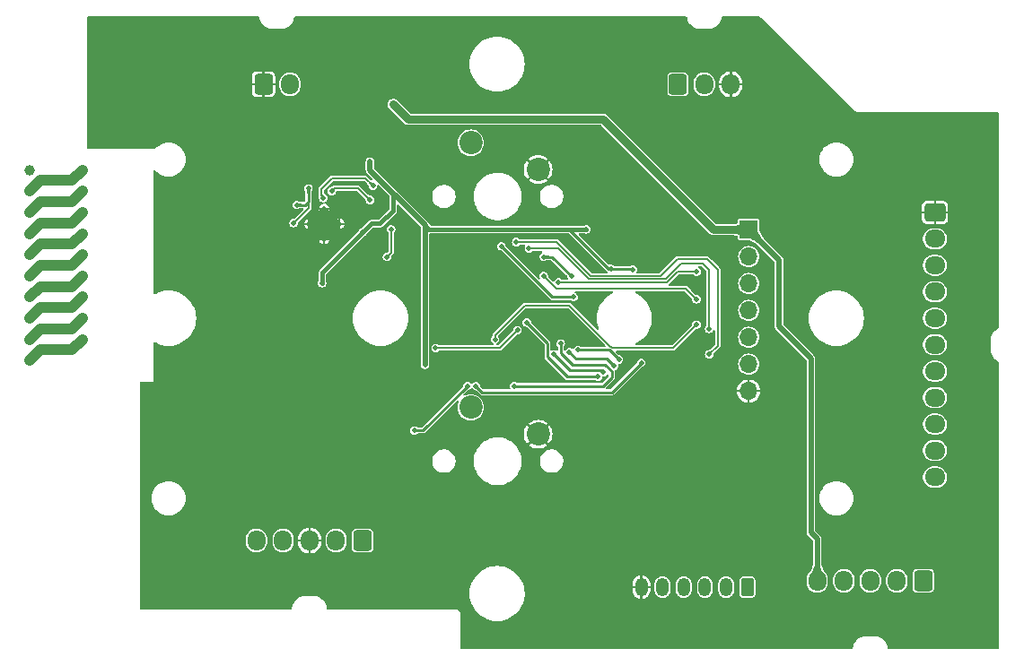
<source format=gbr>
%TF.GenerationSoftware,KiCad,Pcbnew,8.0.4-8.0.4-0~ubuntu22.04.1*%
%TF.CreationDate,2024-08-24T11:38:03-03:00*%
%TF.ProjectId,Antares-Transmitter,416e7461-7265-4732-9d54-72616e736d69,1.0.0*%
%TF.SameCoordinates,Original*%
%TF.FileFunction,Copper,L2,Bot*%
%TF.FilePolarity,Positive*%
%FSLAX46Y46*%
G04 Gerber Fmt 4.6, Leading zero omitted, Abs format (unit mm)*
G04 Created by KiCad (PCBNEW 8.0.4-8.0.4-0~ubuntu22.04.1) date 2024-08-24 11:38:03*
%MOMM*%
%LPD*%
G01*
G04 APERTURE LIST*
G04 Aperture macros list*
%AMRoundRect*
0 Rectangle with rounded corners*
0 $1 Rounding radius*
0 $2 $3 $4 $5 $6 $7 $8 $9 X,Y pos of 4 corners*
0 Add a 4 corners polygon primitive as box body*
4,1,4,$2,$3,$4,$5,$6,$7,$8,$9,$2,$3,0*
0 Add four circle primitives for the rounded corners*
1,1,$1+$1,$2,$3*
1,1,$1+$1,$4,$5*
1,1,$1+$1,$6,$7*
1,1,$1+$1,$8,$9*
0 Add four rect primitives between the rounded corners*
20,1,$1+$1,$2,$3,$4,$5,0*
20,1,$1+$1,$4,$5,$6,$7,0*
20,1,$1+$1,$6,$7,$8,$9,0*
20,1,$1+$1,$8,$9,$2,$3,0*%
%AMRotRect*
0 Rectangle, with rotation*
0 The origin of the aperture is its center*
0 $1 length*
0 $2 width*
0 $3 Rotation angle, in degrees counterclockwise*
0 Add horizontal line*
21,1,$1,$2,0,0,$3*%
G04 Aperture macros list end*
%TA.AperFunction,EtchedComponent*%
%ADD10C,1.000000*%
%TD*%
%TA.AperFunction,ComponentPad*%
%ADD11C,1.000000*%
%TD*%
%TA.AperFunction,HeatsinkPad*%
%ADD12C,0.500000*%
%TD*%
%TA.AperFunction,HeatsinkPad*%
%ADD13RotRect,2.500000X2.500000X225.000000*%
%TD*%
%TA.AperFunction,ComponentPad*%
%ADD14R,1.700000X1.700000*%
%TD*%
%TA.AperFunction,ComponentPad*%
%ADD15O,1.700000X1.700000*%
%TD*%
%TA.AperFunction,ComponentPad*%
%ADD16RoundRect,0.250000X-0.725000X0.600000X-0.725000X-0.600000X0.725000X-0.600000X0.725000X0.600000X0*%
%TD*%
%TA.AperFunction,ComponentPad*%
%ADD17O,1.950000X1.700000*%
%TD*%
%TA.AperFunction,ComponentPad*%
%ADD18RoundRect,0.250000X0.600000X0.725000X-0.600000X0.725000X-0.600000X-0.725000X0.600000X-0.725000X0*%
%TD*%
%TA.AperFunction,ComponentPad*%
%ADD19O,1.700000X1.950000*%
%TD*%
%TA.AperFunction,ComponentPad*%
%ADD20RoundRect,0.250000X-0.600000X-0.725000X0.600000X-0.725000X0.600000X0.725000X-0.600000X0.725000X0*%
%TD*%
%TA.AperFunction,ComponentPad*%
%ADD21RoundRect,0.250000X0.350000X0.625000X-0.350000X0.625000X-0.350000X-0.625000X0.350000X-0.625000X0*%
%TD*%
%TA.AperFunction,ComponentPad*%
%ADD22O,1.200000X1.750000*%
%TD*%
%TA.AperFunction,ComponentPad*%
%ADD23C,2.200000*%
%TD*%
%TA.AperFunction,ViaPad*%
%ADD24C,0.500000*%
%TD*%
%TA.AperFunction,ViaPad*%
%ADD25C,0.700000*%
%TD*%
%TA.AperFunction,ViaPad*%
%ADD26C,0.800000*%
%TD*%
%TA.AperFunction,Conductor*%
%ADD27C,0.200000*%
%TD*%
%TA.AperFunction,Conductor*%
%ADD28C,0.500000*%
%TD*%
%TA.AperFunction,Conductor*%
%ADD29C,0.400000*%
%TD*%
%TA.AperFunction,Conductor*%
%ADD30C,0.750000*%
%TD*%
%TA.AperFunction,Conductor*%
%ADD31C,0.250000*%
%TD*%
G04 APERTURE END LIST*
D10*
%TO.C,AE301*%
X83100000Y-107000000D02*
X84100000Y-106000000D01*
X83100000Y-109000000D02*
X84100000Y-108000000D01*
X83100000Y-111000000D02*
X84100000Y-109999999D01*
X83100000Y-113000000D02*
X84100000Y-112000000D01*
X83100000Y-115000000D02*
X84099999Y-114000000D01*
X83100000Y-117000000D02*
X84100000Y-116000000D01*
X83100000Y-119000000D02*
X84100000Y-118000001D01*
X83100000Y-121000000D02*
X84100000Y-120000000D01*
X83100000Y-123000000D02*
X84100000Y-122000000D01*
X84099999Y-114000000D02*
X87100000Y-114000000D01*
X84100000Y-106000000D02*
X87100000Y-106000000D01*
X84100000Y-108000000D02*
X87100000Y-108000000D01*
X84100000Y-109999999D02*
X87100000Y-110000000D01*
X84100000Y-112000000D02*
X87100000Y-112000000D01*
X84100000Y-116000000D02*
X87100000Y-116000000D01*
X84100000Y-118000001D02*
X87100000Y-118000000D01*
X84100000Y-120000000D02*
X87100000Y-120000000D01*
X84100000Y-122000000D02*
X87100000Y-122000000D01*
X87100000Y-106000000D02*
X88100001Y-105000000D01*
X87100000Y-108000000D02*
X88100000Y-107000000D01*
X87100000Y-110000000D02*
X88100000Y-109000001D01*
X87100000Y-112000000D02*
X88100000Y-111000000D01*
X87100000Y-114000000D02*
X88100000Y-113000000D01*
X87100000Y-116000000D02*
X88100000Y-115000000D01*
X87100000Y-118000000D02*
X88100000Y-117000000D01*
X87100000Y-120000000D02*
X88100000Y-118999999D01*
X87100000Y-122000000D02*
X88100000Y-121000000D01*
%TD*%
D11*
%TO.P,AE301,*%
%TO.N,*%
X83100000Y-123000000D03*
X83100000Y-121000000D03*
X88100000Y-121000000D03*
X83100000Y-119000000D03*
X88100000Y-118999999D03*
X83100000Y-117000000D03*
X88100000Y-117000000D03*
X83100000Y-115000000D03*
X88100000Y-115000000D03*
X83100000Y-113000000D03*
X88100000Y-113000000D03*
X83100000Y-111000000D03*
X88100000Y-111000000D03*
X88100000Y-109000001D03*
X83100000Y-109000000D03*
X83100000Y-107000000D03*
X88100000Y-107000000D03*
X83100000Y-105000000D03*
X88100001Y-105000000D03*
%TD*%
D12*
%TO.P,U301,21,PAD*%
%TO.N,GND*%
X112299996Y-110090491D03*
X110885782Y-108676277D03*
D13*
X110885782Y-110090491D03*
D12*
X110885782Y-111504705D03*
X109471568Y-110090491D03*
%TD*%
D14*
%TO.P,J1001,1,Pin_1*%
%TO.N,+3V3*%
X150925000Y-110630000D03*
D15*
%TO.P,J1001,2,Pin_2*%
%TO.N,/Debugging/TX*%
X150925000Y-113170000D03*
%TO.P,J1001,3,Pin_3*%
%TO.N,/Debugging/RX*%
X150925000Y-115710000D03*
%TO.P,J1001,4,Pin_4*%
%TO.N,/Debugging/~{RST}*%
X150925000Y-118250000D03*
%TO.P,J1001,5,Pin_5*%
%TO.N,/Debugging/SWDIO*%
X150925000Y-120790000D03*
%TO.P,J1001,6,Pin_6*%
%TO.N,/Debugging/SWCLK*%
X150925000Y-123330000D03*
%TO.P,J1001,7,Pin_7*%
%TO.N,GND*%
X150925000Y-125870000D03*
%TD*%
D16*
%TO.P,J401,1,Pin_1*%
%TO.N,GND*%
X168500000Y-109000000D03*
D17*
%TO.P,J401,2,Pin_2*%
%TO.N,/Notes/BTN_ORANGE\u002A*%
X168500000Y-111500000D03*
%TO.P,J401,3,Pin_3*%
%TO.N,/Notes/BTN_BLUE\u002A*%
X168500000Y-114000000D03*
%TO.P,J401,4,Pin_4*%
%TO.N,/Notes/BTN_YELLOW\u002A*%
X168500000Y-116500000D03*
%TO.P,J401,5,Pin_5*%
%TO.N,/Notes/BTN_RED\u002A*%
X168500000Y-119000000D03*
%TO.P,J401,6,Pin_6*%
%TO.N,/Notes/BTN_GREEN\u002A*%
X168500000Y-121500000D03*
%TO.P,J401,7,Pin_7*%
%TO.N,/Notes/BTN_ORANGE*%
X168500000Y-124000000D03*
%TO.P,J401,8,Pin_8*%
%TO.N,/Notes/BTN_BLUE*%
X168500000Y-126500000D03*
%TO.P,J401,9,Pin_9*%
%TO.N,/Notes/BTN_YELLOW*%
X168500000Y-129000001D03*
%TO.P,J401,10,Pin_10*%
%TO.N,/Notes/BTN_RED*%
X168500000Y-131500001D03*
%TO.P,J401,11,Pin_11*%
%TO.N,/Notes/BTN_GREEN*%
X168500000Y-134000001D03*
%TD*%
D18*
%TO.P,J601,1,Pin_1*%
%TO.N,/Control Buttons/BT_START*%
X114500000Y-140000000D03*
D19*
%TO.P,J601,2,Pin_2*%
%TO.N,/Control Buttons/BT_SELECT*%
X112000000Y-140000000D03*
%TO.P,J601,3,Pin_3*%
%TO.N,GND*%
X109500000Y-140000000D03*
%TO.P,J601,4,Pin_4*%
%TO.N,+3V3*%
X107000000Y-140000000D03*
%TO.P,J601,5,Pin_5*%
%TO.N,Net-(J601-Pin_5)*%
X104500000Y-140000000D03*
%TD*%
D20*
%TO.P,J501,1,Pin_1*%
%TO.N,+3V3*%
X144250000Y-96900000D03*
D19*
%TO.P,J501,2,Pin_2*%
%TO.N,/MCU/POT_WHAM*%
X146750000Y-96900000D03*
%TO.P,J501,3,Pin_3*%
%TO.N,GND*%
X149250000Y-96900000D03*
%TD*%
D21*
%TO.P,J602,1,Pin_1*%
%TO.N,/Control Buttons/BT_MODE*%
X150800000Y-144400000D03*
D22*
%TO.P,J602,2,Pin_2*%
%TO.N,/Control Buttons/BT_LEFT*%
X148800000Y-144400000D03*
%TO.P,J602,3,Pin_3*%
%TO.N,/Control Buttons/BT_RIGHT*%
X146800000Y-144400000D03*
%TO.P,J602,4,Pin_4*%
%TO.N,/Control Buttons/BT_DOWN*%
X144800000Y-144400000D03*
%TO.P,J602,5,Pin_5*%
%TO.N,/Control Buttons/BT_UP*%
X142800000Y-144400000D03*
%TO.P,J602,6,Pin_6*%
%TO.N,GND*%
X140800000Y-144400000D03*
%TD*%
D23*
%TO.P,SW702,2,B*%
%TO.N,GND*%
X131060000Y-129960000D03*
%TO.P,SW702,1,A*%
%TO.N,/Strum bar/SW_UP*%
X124710000Y-127420000D03*
%TD*%
%TO.P,SW701,1,A*%
%TO.N,/Strum bar/SW_DN*%
X124710000Y-102420000D03*
%TO.P,SW701,2,B*%
%TO.N,GND*%
X131060000Y-104960000D03*
%TD*%
D18*
%TO.P,J901,1,Pin_1*%
%TO.N,Net-(J901-Pin_1)*%
X167400000Y-143800000D03*
D19*
%TO.P,J901,2,Pin_2*%
%TO.N,Net-(J901-Pin_2)*%
X164900000Y-143800000D03*
%TO.P,J901,3,Pin_3*%
%TO.N,Net-(J901-Pin_3)*%
X162400000Y-143800000D03*
%TO.P,J901,4,Pin_4*%
%TO.N,Net-(J901-Pin_4)*%
X159900000Y-143800000D03*
%TO.P,J901,5,Pin_5*%
%TO.N,+3V3*%
X157400000Y-143800000D03*
%TD*%
D20*
%TO.P,J1101,1,Pin_1*%
%TO.N,GND*%
X105150000Y-96900000D03*
D19*
%TO.P,J1101,2,Pin_2*%
%TO.N,+3V3*%
X107650000Y-96900000D03*
%TD*%
D24*
%TO.N,GND*%
X138600000Y-113600000D03*
X139400000Y-112800000D03*
D25*
X119200000Y-135400000D03*
X136600000Y-127200000D03*
X142400000Y-135000000D03*
X123800000Y-134000000D03*
X130400000Y-133400000D03*
X114600000Y-143400000D03*
X98400000Y-141200000D03*
X102600000Y-143200000D03*
X100800000Y-132800000D03*
X102200000Y-104800000D03*
X100400000Y-106800000D03*
X98000000Y-109800000D03*
X99000000Y-113600000D03*
X101600000Y-109800000D03*
X111600000Y-101600000D03*
X97200000Y-98200000D03*
X101000000Y-102200000D03*
X98600000Y-95000000D03*
X91200000Y-96800000D03*
X126200000Y-104600000D03*
X118000000Y-126000000D03*
X115000000Y-128800000D03*
X112600000Y-125600000D03*
X109000000Y-129400000D03*
X108200000Y-133000000D03*
X107400000Y-125800000D03*
X110400000Y-123400000D03*
X107600000Y-122400000D03*
X111400000Y-118800000D03*
X112800000Y-121400000D03*
X125800000Y-118400000D03*
X127800000Y-116400000D03*
X135000000Y-106200000D03*
X136800000Y-102400000D03*
X141200000Y-107000000D03*
X132600000Y-96400000D03*
X138600000Y-96400000D03*
X140200000Y-98600000D03*
X134600000Y-98600000D03*
X126800000Y-98600000D03*
X122200000Y-98400000D03*
X122400000Y-94400000D03*
X134400000Y-94400000D03*
X141800000Y-94400000D03*
X167600000Y-104200000D03*
X152800000Y-102800000D03*
X154400000Y-98200000D03*
X155600000Y-108200000D03*
X164400000Y-106800000D03*
X171200000Y-103200000D03*
X163000000Y-117600000D03*
X160600000Y-123000000D03*
X155200000Y-124400000D03*
X156000000Y-116000000D03*
X162200000Y-126600000D03*
X162400000Y-131400000D03*
X149400000Y-130600000D03*
X144800000Y-125000000D03*
X155000000Y-130600000D03*
X170400000Y-146200000D03*
X169800000Y-137600000D03*
X155000000Y-137600000D03*
X151800000Y-135200000D03*
X153600000Y-143000000D03*
X153600000Y-147000000D03*
X134000000Y-143600000D03*
X120600000Y-143600000D03*
X132000000Y-147600000D03*
X90800000Y-102200000D03*
X93200000Y-102200000D03*
X97400000Y-101600000D03*
X99000000Y-103600000D03*
X89200000Y-96000001D03*
X89200000Y-101600001D03*
X89200000Y-93600001D03*
X89200000Y-98600001D03*
X95600000Y-109800001D03*
X95600000Y-115400001D03*
X95600000Y-107400001D03*
X97800000Y-105800000D03*
X95600000Y-112400001D03*
X95600000Y-101800001D03*
X94400000Y-139200000D03*
X94400000Y-144800000D03*
X94400000Y-131200000D03*
X94400000Y-141800000D03*
X94400000Y-133799999D03*
X98400000Y-145600000D03*
X96000000Y-145600000D03*
X104000000Y-145600000D03*
X101000000Y-145600000D03*
X115000000Y-145600000D03*
X112600000Y-145600000D03*
X120600000Y-145600000D03*
X107000000Y-145600000D03*
X117600000Y-145600000D03*
X109600000Y-144600000D03*
X123600000Y-145600000D03*
X124800000Y-147600000D03*
X132800000Y-149600000D03*
X130400000Y-149600000D03*
X138400000Y-149600000D03*
X124800000Y-149600000D03*
X135400000Y-149600000D03*
X127399999Y-149600000D03*
X147000000Y-149600000D03*
X149400000Y-149600000D03*
X155000000Y-149600000D03*
X141400000Y-149600000D03*
X143999999Y-149600000D03*
X152000000Y-149600000D03*
X163800000Y-148600000D03*
X166000000Y-149600000D03*
X171600000Y-149600000D03*
X158000000Y-149600000D03*
X160400000Y-148800000D03*
X168600000Y-149600000D03*
X173800000Y-143200000D03*
X173800000Y-140800000D03*
X173800000Y-135200000D03*
X173800000Y-148800000D03*
X173800000Y-146200001D03*
X173800000Y-138200000D03*
X146800000Y-92400000D03*
X106400000Y-92400000D03*
X173800000Y-126200000D03*
X173800000Y-123800000D03*
X173800000Y-118200000D03*
X173800000Y-131800000D03*
X173800000Y-129200001D03*
X172800000Y-121400000D03*
X173800000Y-113000001D03*
X173800000Y-107600000D03*
X173800000Y-105000000D03*
X173800000Y-115600000D03*
X173800000Y-102000000D03*
X173800000Y-110000000D03*
X172600000Y-100400000D03*
X167800000Y-100400000D03*
X165200000Y-100400000D03*
X162200000Y-100400000D03*
X170200000Y-100400000D03*
X160178175Y-99778175D03*
X156359798Y-95959798D03*
X154521320Y-94121320D03*
X152400000Y-92000000D03*
X158056854Y-97656854D03*
X144600000Y-91200000D03*
X141600000Y-91200000D03*
X149600000Y-91200000D03*
X128400000Y-91200000D03*
X125400000Y-91200000D03*
X131000000Y-91200000D03*
X133400000Y-91200000D03*
X139000000Y-91200000D03*
X136400001Y-91200000D03*
X119600000Y-91200000D03*
X122600000Y-91200000D03*
X117000000Y-91200000D03*
X114600000Y-91200000D03*
X109000000Y-91200000D03*
X111600000Y-91200000D03*
X102800000Y-91200000D03*
X97200000Y-91200000D03*
X99800000Y-91200000D03*
X94800000Y-91200000D03*
X91800000Y-91200000D03*
X89200000Y-91200000D03*
D24*
X140800000Y-146200000D03*
X140800000Y-142400000D03*
X139200000Y-144400000D03*
X114400000Y-131000000D03*
X113200000Y-132200000D03*
X109600000Y-141800000D03*
X109400000Y-138200000D03*
X107000000Y-134200000D03*
X105800000Y-135600000D03*
X108200000Y-135600000D03*
X149200000Y-98800000D03*
X151000000Y-96800000D03*
X149200000Y-95000000D03*
X170400000Y-109000000D03*
X168400000Y-107400000D03*
X166800000Y-109000000D03*
X160600000Y-115200000D03*
X159400000Y-114000000D03*
X151000000Y-127600000D03*
X152800000Y-125800000D03*
X148800000Y-125800000D03*
X132400000Y-128600000D03*
X133000000Y-127400000D03*
X122600000Y-124400000D03*
X124400000Y-123600000D03*
X121400000Y-126000000D03*
X121800000Y-126600000D03*
X127400000Y-124800000D03*
X127200000Y-122600000D03*
X125000000Y-120400000D03*
X125800000Y-121000000D03*
X123200000Y-109800000D03*
X125000000Y-111400000D03*
X127200000Y-111400000D03*
X135000000Y-110000000D03*
X134400000Y-112200000D03*
X144800000Y-109800000D03*
X143800000Y-111400000D03*
X141600000Y-109600000D03*
X139400000Y-110400000D03*
X140600000Y-108400000D03*
X138000000Y-105600000D03*
X136000000Y-107600000D03*
X132400000Y-101200000D03*
X133600000Y-102400000D03*
X116800000Y-104000000D03*
X117800000Y-103000000D03*
X116800000Y-105200000D03*
X116200000Y-104800000D03*
X114200000Y-104600000D03*
X113800000Y-104000000D03*
D26*
X117000000Y-92400000D03*
X117000000Y-94600000D03*
X113600000Y-94600000D03*
X113600000Y-92400000D03*
X103400000Y-96800000D03*
X106600000Y-98600000D03*
X103400000Y-98400000D03*
X103800000Y-95200000D03*
X106400000Y-95200000D03*
D24*
X108600000Y-102200000D03*
X107400000Y-109400000D03*
X106800000Y-109000000D03*
X106200000Y-109600000D03*
X105400000Y-110200000D03*
X104400000Y-110000000D03*
X103600000Y-109200000D03*
X103000000Y-108400000D03*
X103200000Y-107200000D03*
X103800000Y-106400000D03*
X104200000Y-105800000D03*
X104600000Y-105200000D03*
X105200000Y-104600000D03*
X105800000Y-104000000D03*
X106600000Y-103400000D03*
X107200000Y-102800000D03*
X107800000Y-102200000D03*
X109400000Y-102400000D03*
X110000000Y-103000000D03*
X110800000Y-103600000D03*
X111000000Y-104600000D03*
X110200000Y-105600000D03*
X118000000Y-111400000D03*
X116400000Y-111000000D03*
X114000000Y-109600000D03*
X112200000Y-117000000D03*
X111400000Y-113000000D03*
X115000000Y-112000000D03*
X116000000Y-112800000D03*
X116000000Y-114200000D03*
X115200000Y-114800000D03*
X114600000Y-115600000D03*
X114000000Y-116400000D03*
X113000000Y-117000000D03*
X111400000Y-116400000D03*
X100200000Y-116000000D03*
X101000000Y-115000000D03*
X108800000Y-116400000D03*
X109800000Y-115400000D03*
X108600000Y-115400000D03*
X107800000Y-115800000D03*
X109600000Y-114400000D03*
X108800000Y-114600000D03*
X110200000Y-113800000D03*
X109600000Y-113000000D03*
X105800000Y-110800000D03*
X106800000Y-110200000D03*
X107600000Y-111000000D03*
X106600000Y-111400000D03*
X105600000Y-112000000D03*
X104800000Y-111400000D03*
X103800000Y-111000000D03*
X103800000Y-111800000D03*
X103000000Y-111600000D03*
X103200000Y-112600000D03*
X102200000Y-112600000D03*
X101200000Y-113400000D03*
X101800000Y-114400000D03*
X102400000Y-113600000D03*
X104800000Y-113800000D03*
X107400000Y-113400000D03*
X106200000Y-114600000D03*
X106000000Y-120400000D03*
X106600000Y-121000000D03*
X107400000Y-120600000D03*
X108200000Y-120000000D03*
X109000000Y-119000000D03*
X109200000Y-118000000D03*
X108600000Y-117200000D03*
X107800000Y-116600000D03*
X107000000Y-116000000D03*
X107000000Y-118400000D03*
X105800000Y-117400000D03*
X103400000Y-117000000D03*
X104600000Y-116000000D03*
X103600000Y-114800000D03*
X102600000Y-114800000D03*
X102000000Y-115600000D03*
X101200000Y-116200000D03*
X99600000Y-117600000D03*
X100200000Y-118600000D03*
X101000000Y-118600000D03*
X100600000Y-117000000D03*
X101200000Y-117800000D03*
X102000000Y-118400000D03*
X105200000Y-119600000D03*
X104600000Y-118800000D03*
X104000000Y-119600000D03*
X100800000Y-120400000D03*
X98600000Y-121200000D03*
X99000000Y-120200000D03*
X99600000Y-119600000D03*
X100600000Y-119600000D03*
X101400000Y-119600000D03*
X102400000Y-119600000D03*
X102400000Y-120400000D03*
X104400000Y-120400000D03*
X105200000Y-120400000D03*
X105200000Y-121400000D03*
X104400000Y-121400000D03*
X104400000Y-122400000D03*
X105200000Y-122400000D03*
X105200000Y-124000000D03*
X105200000Y-123200000D03*
X104400000Y-123200000D03*
X104400000Y-124000000D03*
X104400000Y-124800000D03*
X103600000Y-124800000D03*
X103600000Y-124000000D03*
X102600000Y-124000000D03*
X102600000Y-124800000D03*
X101600000Y-124800000D03*
X101600000Y-124000000D03*
X99600000Y-124000000D03*
X100600000Y-124000000D03*
X100600000Y-124800000D03*
X99600000Y-124800000D03*
X99600000Y-125600000D03*
X100600000Y-125600000D03*
X100600000Y-126400000D03*
X99600000Y-126400000D03*
X94600000Y-126400000D03*
X95600000Y-126400000D03*
X98000000Y-127400000D03*
X98800000Y-127400000D03*
X99600000Y-127400000D03*
X96400000Y-127400000D03*
X103400000Y-127400000D03*
X97200000Y-127400000D03*
X95600000Y-127400000D03*
X102600000Y-127400000D03*
X94800000Y-127400000D03*
X100600000Y-127400000D03*
X101600000Y-127400000D03*
X98000000Y-128200000D03*
X98800000Y-128200000D03*
X99600000Y-128200000D03*
X96400000Y-128200000D03*
X103400000Y-128200000D03*
X97200000Y-128200000D03*
X95600000Y-128200000D03*
X102600000Y-128200000D03*
X94800000Y-128200000D03*
X100600000Y-128200000D03*
X101600000Y-128200000D03*
X103400000Y-129200000D03*
X102600000Y-129200000D03*
X101600000Y-129200000D03*
X100600000Y-129200000D03*
X99600000Y-129200000D03*
X98800000Y-129200000D03*
X98000000Y-129200000D03*
X97200000Y-129200000D03*
X96400000Y-129200000D03*
X95600000Y-129200000D03*
X94800000Y-129200000D03*
X93800000Y-129200000D03*
X93800000Y-128200000D03*
X93800000Y-127400000D03*
X93800000Y-126400000D03*
X94800000Y-125400000D03*
X93800000Y-125400000D03*
X95600000Y-125400000D03*
X95600000Y-124600000D03*
X95800000Y-123800000D03*
X95200000Y-123600000D03*
X99000000Y-122000000D03*
X98200000Y-122000000D03*
X97200000Y-122000000D03*
X96200000Y-122000000D03*
X95200000Y-122200000D03*
%TO.N,+3V3*%
X117400000Y-98800000D03*
X108285782Y-108290491D03*
X140000000Y-114400000D03*
X110685782Y-115690491D03*
X137936659Y-114331676D03*
X115200000Y-104200000D03*
X109398858Y-106728886D03*
X108000000Y-110000000D03*
X114500000Y-110900000D03*
X135600000Y-110600000D03*
X120400000Y-123400000D03*
%TO.N,/MCU/BTNS_NOTES*%
X125200000Y-125400000D03*
X140800000Y-123200000D03*
%TO.N,/Control Buttons/BTNS_CONTROL*%
X119400000Y-129600000D03*
X124400000Y-125400000D03*
%TO.N,/MCU/BTN_STRUM_DOWN*%
X127600000Y-112200000D03*
X134400000Y-117000000D03*
%TO.N,/MCU/BTN_STRUM_UP*%
X128800000Y-125400000D03*
X133200000Y-121400000D03*
%TO.N,/Debugging/DBG_SWCLK*%
X147200000Y-122400000D03*
X129000000Y-111800000D03*
%TO.N,/Control Buttons/LED_WORK*%
X129114951Y-120114951D03*
X121400000Y-121800000D03*
%TO.N,/Accelerometer/ACC_SDA*%
X131600000Y-113200000D03*
X134200000Y-115000000D03*
%TO.N,/LEDs/LED_P1*%
X134800000Y-122000000D03*
X138683175Y-122894302D03*
%TO.N,/LEDs/LED_P2*%
X138219371Y-123483699D03*
X134017800Y-122192495D03*
%TO.N,/LEDs/LED_P3*%
X132575000Y-122400000D03*
X137204662Y-124095338D03*
%TO.N,/LEDs/LED_P4*%
X130000004Y-119399992D03*
X136713467Y-124525000D03*
%TO.N,/Debugging/DBG_TX*%
X133000000Y-115600000D03*
X146000000Y-114600000D03*
%TO.N,/Debugging/DBG_RX*%
X131600000Y-115000000D03*
X146000000Y-117200000D03*
%TO.N,/Debugging/DBG_SWDIO*%
X147200000Y-120000000D03*
X130200000Y-112400000D03*
%TO.N,/MCU/CC1101_~{CS}*%
X115200000Y-107826619D03*
X111600000Y-107000000D03*
%TO.N,/MCU/CC1101_SCK*%
X117200000Y-110600000D03*
X116800000Y-113200000D03*
%TO.N,/MCU/CC1101_GDO0*%
X115485782Y-106490491D03*
X110795431Y-107631528D03*
%TO.N,/Debugging/DBG_~{RST}*%
X127000000Y-121000000D03*
X146000000Y-119600000D03*
%TD*%
D27*
%TO.N,/MCU/CC1101_GDO0*%
X115485782Y-106490491D02*
X114795291Y-105800000D01*
X114795291Y-105800000D02*
X111600000Y-105800000D01*
X111600000Y-105800000D02*
X110600000Y-106800000D01*
X110600000Y-106800000D02*
X110600000Y-107436097D01*
X110600000Y-107436097D02*
X110795431Y-107631528D01*
%TO.N,/MCU/CC1101_~{CS}*%
X114063872Y-106690491D02*
X115200000Y-107826619D01*
X111909509Y-106690491D02*
X114063872Y-106690491D01*
X111600000Y-107000000D02*
X111909509Y-106690491D01*
D28*
%TO.N,+3V3*%
X120400000Y-123400000D02*
X120400000Y-110200000D01*
X117600000Y-107400000D02*
X117400000Y-107200000D01*
D29*
X110685782Y-115690491D02*
X110685782Y-114714218D01*
D28*
X157400000Y-143800000D02*
X157400000Y-139850000D01*
D30*
X150925000Y-110630000D02*
X147630000Y-110630000D01*
D31*
X134000000Y-110600000D02*
X137731676Y-114331676D01*
D29*
X120800000Y-110600000D02*
X134000000Y-110600000D01*
D30*
X137200000Y-100200000D02*
X120200000Y-100200000D01*
D29*
X116139587Y-110060413D02*
X117400000Y-108800000D01*
D27*
X108000000Y-110000000D02*
X109398858Y-108601142D01*
D28*
X120400000Y-110200000D02*
X117600000Y-107400000D01*
D30*
X120200000Y-100200000D02*
X118800000Y-100200000D01*
D31*
X108285782Y-108290491D02*
X109108367Y-108290491D01*
D30*
X118800000Y-100200000D02*
X117400000Y-98800000D01*
D31*
X137936659Y-114331676D02*
X139931676Y-114331676D01*
D29*
X115200000Y-105000000D02*
X120800000Y-110600000D01*
D30*
X145600000Y-108600000D02*
X137200000Y-100200000D01*
D29*
X117400000Y-108800000D02*
X117400000Y-107200000D01*
X115339587Y-110060413D02*
X116139587Y-110060413D01*
D31*
X109108367Y-108290491D02*
X109398858Y-108000000D01*
D28*
X156800000Y-139250000D02*
X156800000Y-122800000D01*
D31*
X137731676Y-114331676D02*
X137936659Y-114331676D01*
D28*
X115200000Y-105000000D02*
X115200000Y-104200000D01*
D31*
X139931676Y-114331676D02*
X140000000Y-114400000D01*
D30*
X147630000Y-110630000D02*
X145600000Y-108600000D01*
D29*
X135600000Y-110600000D02*
X134000000Y-110600000D01*
D28*
X153800000Y-119800000D02*
X153800000Y-113505000D01*
X117400000Y-107200000D02*
X115200000Y-105000000D01*
D27*
X109398858Y-108601142D02*
X109398858Y-108000000D01*
D28*
X157400000Y-139850000D02*
X156800000Y-139250000D01*
X156800000Y-122800000D02*
X153800000Y-119800000D01*
X153800000Y-113505000D02*
X150925000Y-110630000D01*
D31*
X109398858Y-108000000D02*
X109398858Y-106728886D01*
D29*
X110685782Y-114714218D02*
X115339587Y-110060413D01*
D31*
%TO.N,/MCU/BTNS_NOTES*%
X138000000Y-126000000D02*
X133000000Y-126000000D01*
X125800000Y-126000000D02*
X125200000Y-125400000D01*
X133000000Y-126000000D02*
X125800000Y-126000000D01*
X140800000Y-123200000D02*
X138000000Y-126000000D01*
%TO.N,/Control Buttons/BTNS_CONTROL*%
X120200000Y-129600000D02*
X119400000Y-129600000D01*
X124400000Y-125400000D02*
X120200000Y-129600000D01*
%TO.N,/MCU/BTN_STRUM_DOWN*%
X132400000Y-117000000D02*
X127600000Y-112200000D01*
X134400000Y-117000000D02*
X132400000Y-117000000D01*
%TO.N,/MCU/BTN_STRUM_UP*%
X138000000Y-124600000D02*
X137200000Y-125400000D01*
X138000000Y-124006791D02*
X138000000Y-124600000D01*
X137200000Y-125400000D02*
X128800000Y-125400000D01*
X133200000Y-121400000D02*
X133200000Y-122258579D01*
X137368209Y-123375000D02*
X138000000Y-124006791D01*
X134316421Y-123375000D02*
X137368209Y-123375000D01*
X133200000Y-122258579D02*
X134316421Y-123375000D01*
D27*
%TO.N,/Debugging/DBG_SWCLK*%
X143600000Y-114000000D02*
X144200000Y-113400000D01*
X148000000Y-121600000D02*
X147200000Y-122400000D01*
X144200000Y-113400000D02*
X145600000Y-113400000D01*
X147600000Y-114000000D02*
X148000000Y-114400000D01*
X142600000Y-115000000D02*
X143600000Y-114000000D01*
X129000000Y-111800000D02*
X132800000Y-111800000D01*
X147000000Y-113400000D02*
X147600000Y-114000000D01*
X141000000Y-115000000D02*
X142600000Y-115000000D01*
X148000000Y-114400000D02*
X148000000Y-117800000D01*
X148000000Y-117800000D02*
X148000000Y-121600000D01*
X136000000Y-115000000D02*
X141000000Y-115000000D01*
X145600000Y-113400000D02*
X147000000Y-113400000D01*
X133800000Y-112800000D02*
X136000000Y-115000000D01*
X132800000Y-111800000D02*
X133800000Y-112800000D01*
%TO.N,/Control Buttons/LED_WORK*%
X121400000Y-121800000D02*
X127429902Y-121800000D01*
X127429902Y-121800000D02*
X129114951Y-120114951D01*
D31*
%TO.N,/Accelerometer/ACC_SDA*%
X132400000Y-113200000D02*
X131600000Y-113200000D01*
X134200000Y-115000000D02*
X132400000Y-113200000D01*
%TO.N,/LEDs/LED_P1*%
X137788873Y-122000000D02*
X138683175Y-122894302D01*
X134800000Y-122000000D02*
X137788873Y-122000000D01*
%TO.N,/LEDs/LED_P2*%
X134625305Y-122800000D02*
X137535672Y-122800000D01*
X134017800Y-122192495D02*
X134625305Y-122800000D01*
X137535672Y-122800000D02*
X138219371Y-123483699D01*
%TO.N,/LEDs/LED_P3*%
X134075000Y-123900000D02*
X137009324Y-123900000D01*
X137009324Y-123900000D02*
X137204662Y-124095338D01*
X132575000Y-122400000D02*
X134075000Y-123900000D01*
%TO.N,/LEDs/LED_P4*%
X133816116Y-124525000D02*
X136713467Y-124525000D01*
X131950000Y-121350000D02*
X131950000Y-122658884D01*
X131950000Y-122658884D02*
X133816116Y-124525000D01*
X130000000Y-119400000D02*
X131950000Y-121350000D01*
D27*
%TO.N,/Debugging/DBG_TX*%
X144224264Y-114600000D02*
X143224264Y-115600000D01*
X143224264Y-115600000D02*
X133000000Y-115600000D01*
X146000000Y-114600000D02*
X144224264Y-114600000D01*
%TO.N,/Debugging/DBG_RX*%
X132800000Y-116200000D02*
X131600000Y-115000000D01*
X145000000Y-116200000D02*
X132800000Y-116200000D01*
X146000000Y-117200000D02*
X145000000Y-116200000D01*
%TO.N,/Debugging/DBG_SWDIO*%
X147200000Y-114400000D02*
X147200000Y-120000000D01*
X130200000Y-112400000D02*
X132975736Y-112400000D01*
X135875736Y-115300000D02*
X143100000Y-115300000D01*
X143100000Y-115300000D02*
X144600000Y-113800000D01*
X146600000Y-113800000D02*
X147200000Y-114400000D01*
X132975736Y-112400000D02*
X135875736Y-115300000D01*
X144600000Y-113800000D02*
X146600000Y-113800000D01*
%TO.N,/MCU/CC1101_SCK*%
X117200000Y-110600000D02*
X117200000Y-112659800D01*
X117200000Y-112659800D02*
X117200000Y-112800000D01*
X117200000Y-112800000D02*
X116800000Y-113200000D01*
%TO.N,/Debugging/DBG_~{RST}*%
X137923493Y-121675000D02*
X137875000Y-121675000D01*
X137875000Y-121675000D02*
X134000000Y-117800000D01*
X146000000Y-119600000D02*
X143792753Y-121807247D01*
X134000000Y-117800000D02*
X129800000Y-117800000D01*
X143792753Y-121807247D02*
X138055739Y-121807247D01*
X138055739Y-121807247D02*
X137923493Y-121675000D01*
X127000000Y-120600000D02*
X127000000Y-121000000D01*
X129800000Y-117800000D02*
X127000000Y-120600000D01*
%TD*%
%TA.AperFunction,Conductor*%
%TO.N,GND*%
G36*
X104723467Y-90519407D02*
G01*
X104759431Y-90568907D01*
X104763057Y-90584014D01*
X104780289Y-90692819D01*
X104780291Y-90692825D01*
X104841116Y-90880024D01*
X104930476Y-91055404D01*
X105046172Y-91214645D01*
X105185354Y-91353827D01*
X105344595Y-91469523D01*
X105519975Y-91558883D01*
X105707174Y-91619708D01*
X105707175Y-91619708D01*
X105707178Y-91619709D01*
X105901580Y-91650499D01*
X105901583Y-91650499D01*
X106898420Y-91650499D01*
X107092821Y-91619709D01*
X107092822Y-91619708D01*
X107092826Y-91619708D01*
X107280025Y-91558883D01*
X107455405Y-91469523D01*
X107614646Y-91353827D01*
X107753828Y-91214645D01*
X107869524Y-91055404D01*
X107958884Y-90880024D01*
X108019709Y-90692825D01*
X108036943Y-90584014D01*
X108064720Y-90529497D01*
X108119236Y-90501719D01*
X108134724Y-90500500D01*
X145015276Y-90500500D01*
X145073467Y-90519407D01*
X145109431Y-90568907D01*
X145113057Y-90584014D01*
X145130289Y-90692820D01*
X145191116Y-90880025D01*
X145280473Y-91055401D01*
X145280476Y-91055405D01*
X145396172Y-91214646D01*
X145535354Y-91353828D01*
X145694595Y-91469524D01*
X145869975Y-91558884D01*
X146057174Y-91619709D01*
X146057175Y-91619709D01*
X146057178Y-91619710D01*
X146251580Y-91650500D01*
X146251583Y-91650500D01*
X147248420Y-91650500D01*
X147442821Y-91619710D01*
X147442822Y-91619709D01*
X147442826Y-91619709D01*
X147630025Y-91558884D01*
X147805405Y-91469524D01*
X147964646Y-91353828D01*
X148103828Y-91214646D01*
X148219524Y-91055405D01*
X148308884Y-90880025D01*
X148369709Y-90692826D01*
X148386943Y-90584014D01*
X148414720Y-90529497D01*
X148469236Y-90501719D01*
X148484724Y-90500500D01*
X151951680Y-90500500D01*
X152009871Y-90519407D01*
X152021684Y-90529496D01*
X160799502Y-99307314D01*
X160799501Y-99307314D01*
X160892687Y-99400499D01*
X160892692Y-99400503D01*
X161006812Y-99466390D01*
X161006810Y-99466390D01*
X161006814Y-99466391D01*
X161006816Y-99466392D01*
X161134110Y-99500500D01*
X174400500Y-99500500D01*
X174458691Y-99519407D01*
X174494655Y-99568907D01*
X174499500Y-99599500D01*
X174499500Y-119890880D01*
X174480593Y-119949071D01*
X174445445Y-119979090D01*
X174344597Y-120030474D01*
X174185355Y-120146171D01*
X174046171Y-120285355D01*
X173930474Y-120444597D01*
X173841116Y-120619974D01*
X173780289Y-120807178D01*
X173749500Y-121001579D01*
X173749500Y-121998420D01*
X173780289Y-122192821D01*
X173841116Y-122380025D01*
X173929804Y-122554088D01*
X173930476Y-122555405D01*
X174046172Y-122714646D01*
X174185354Y-122853828D01*
X174344595Y-122969524D01*
X174445444Y-123020908D01*
X174488709Y-123064172D01*
X174499500Y-123109118D01*
X174499500Y-150150500D01*
X174480593Y-150208691D01*
X174431093Y-150244655D01*
X174400500Y-150249500D01*
X164142644Y-150249500D01*
X164084453Y-150230593D01*
X164048489Y-150181093D01*
X164044863Y-150165987D01*
X164019710Y-150007178D01*
X164019709Y-150007174D01*
X163958884Y-149819975D01*
X163869524Y-149644595D01*
X163753828Y-149485354D01*
X163614646Y-149346172D01*
X163455405Y-149230476D01*
X163455404Y-149230475D01*
X163455402Y-149230474D01*
X163280025Y-149141116D01*
X163092821Y-149080289D01*
X162898420Y-149049500D01*
X162898417Y-149049500D01*
X161901583Y-149049500D01*
X161901580Y-149049500D01*
X161707178Y-149080289D01*
X161519974Y-149141116D01*
X161344597Y-149230474D01*
X161185355Y-149346171D01*
X161046171Y-149485355D01*
X160930474Y-149644597D01*
X160841116Y-149819974D01*
X160780289Y-150007178D01*
X160755137Y-150165987D01*
X160727360Y-150220504D01*
X160672843Y-150248281D01*
X160657356Y-150249500D01*
X123849500Y-150249500D01*
X123791309Y-150230593D01*
X123755345Y-150181093D01*
X123750500Y-150150500D01*
X123750500Y-146934109D01*
X123750500Y-146934108D01*
X123716392Y-146806814D01*
X123716390Y-146806811D01*
X123716390Y-146806809D01*
X123650503Y-146692690D01*
X123650501Y-146692688D01*
X123650500Y-146692686D01*
X123557314Y-146599500D01*
X123557311Y-146599498D01*
X123557309Y-146599496D01*
X123443189Y-146533609D01*
X123443191Y-146533609D01*
X123393799Y-146520375D01*
X123315892Y-146499500D01*
X123315890Y-146499500D01*
X111249500Y-146499500D01*
X111191309Y-146480593D01*
X111155345Y-146431093D01*
X111151278Y-146405418D01*
X111150805Y-146405456D01*
X111150500Y-146401581D01*
X111119710Y-146207178D01*
X111119709Y-146207174D01*
X111058884Y-146019975D01*
X110969524Y-145844595D01*
X110853828Y-145685354D01*
X110714646Y-145546172D01*
X110555405Y-145430476D01*
X110555404Y-145430475D01*
X110555402Y-145430474D01*
X110380025Y-145341116D01*
X110192821Y-145280289D01*
X109998420Y-145249500D01*
X109998417Y-145249500D01*
X109001583Y-145249500D01*
X109001580Y-145249500D01*
X108807178Y-145280289D01*
X108619974Y-145341116D01*
X108444597Y-145430474D01*
X108285355Y-145546171D01*
X108146171Y-145685355D01*
X108030474Y-145844597D01*
X107941116Y-146019974D01*
X107880289Y-146207178D01*
X107849499Y-146401581D01*
X107849195Y-146405456D01*
X107847922Y-146405355D01*
X107830593Y-146458691D01*
X107781093Y-146494655D01*
X107750500Y-146499500D01*
X93599500Y-146499500D01*
X93541309Y-146480593D01*
X93505345Y-146431093D01*
X93500500Y-146400500D01*
X93500500Y-144999993D01*
X124594749Y-144999993D01*
X124594749Y-145000006D01*
X124613742Y-145314018D01*
X124613745Y-145314040D01*
X124670452Y-145623477D01*
X124764048Y-145923836D01*
X124807317Y-146019975D01*
X124893165Y-146210721D01*
X124893169Y-146210729D01*
X124893173Y-146210735D01*
X125055912Y-146479938D01*
X125055916Y-146479944D01*
X125055921Y-146479952D01*
X125249942Y-146727602D01*
X125472400Y-146950060D01*
X125720050Y-147144081D01*
X125989281Y-147306837D01*
X126276167Y-147435954D01*
X126576524Y-147529549D01*
X126885961Y-147586256D01*
X126885965Y-147586256D01*
X126885973Y-147586258D01*
X126885977Y-147586258D01*
X126885983Y-147586259D01*
X127199996Y-147605253D01*
X127200002Y-147605253D01*
X127200008Y-147605253D01*
X127514020Y-147586259D01*
X127514024Y-147586258D01*
X127514031Y-147586258D01*
X127823480Y-147529549D01*
X128123837Y-147435954D01*
X128410723Y-147306837D01*
X128679954Y-147144081D01*
X128927604Y-146950060D01*
X129150062Y-146727602D01*
X129344083Y-146479952D01*
X129506839Y-146210721D01*
X129635956Y-145923835D01*
X129729551Y-145623478D01*
X129786260Y-145314029D01*
X129790120Y-145250217D01*
X129805255Y-145000006D01*
X129805255Y-144999993D01*
X129786261Y-144685981D01*
X129786258Y-144685959D01*
X129729551Y-144376522D01*
X129705705Y-144299999D01*
X129635956Y-144076165D01*
X129620255Y-144041279D01*
X139950000Y-144041279D01*
X139950000Y-144299999D01*
X139950001Y-144300000D01*
X140438566Y-144300000D01*
X140425000Y-144350630D01*
X140425000Y-144449370D01*
X140438566Y-144500000D01*
X139950001Y-144500000D01*
X139950000Y-144500001D01*
X139950000Y-144758720D01*
X139982664Y-144922934D01*
X140046739Y-145077625D01*
X140139759Y-145216840D01*
X140258159Y-145335240D01*
X140397374Y-145428260D01*
X140552066Y-145492335D01*
X140552065Y-145492335D01*
X140699999Y-145521760D01*
X140700000Y-145521760D01*
X140700000Y-144761433D01*
X140750630Y-144775000D01*
X140849370Y-144775000D01*
X140900000Y-144761433D01*
X140900000Y-145521760D01*
X141047933Y-145492335D01*
X141202625Y-145428260D01*
X141341840Y-145335240D01*
X141460240Y-145216840D01*
X141553260Y-145077625D01*
X141617335Y-144922934D01*
X141649999Y-144758720D01*
X141650000Y-144758716D01*
X141650000Y-144500001D01*
X141649999Y-144500000D01*
X141161434Y-144500000D01*
X141175000Y-144449370D01*
X141175000Y-144350630D01*
X141161434Y-144300000D01*
X141649999Y-144300000D01*
X141650000Y-144299999D01*
X141650000Y-144051081D01*
X142049500Y-144051081D01*
X142049500Y-144748918D01*
X142078342Y-144893914D01*
X142122287Y-145000006D01*
X142134916Y-145030495D01*
X142217049Y-145153416D01*
X142321584Y-145257951D01*
X142444505Y-145340084D01*
X142581087Y-145396658D01*
X142726082Y-145425500D01*
X142726083Y-145425500D01*
X142873917Y-145425500D01*
X142873918Y-145425500D01*
X143018913Y-145396658D01*
X143155495Y-145340084D01*
X143278416Y-145257951D01*
X143382951Y-145153416D01*
X143465084Y-145030495D01*
X143521658Y-144893913D01*
X143550500Y-144748918D01*
X143550500Y-144051082D01*
X143550500Y-144051081D01*
X144049500Y-144051081D01*
X144049500Y-144748918D01*
X144078342Y-144893914D01*
X144122287Y-145000006D01*
X144134916Y-145030495D01*
X144217049Y-145153416D01*
X144321584Y-145257951D01*
X144444505Y-145340084D01*
X144581087Y-145396658D01*
X144726082Y-145425500D01*
X144726083Y-145425500D01*
X144873917Y-145425500D01*
X144873918Y-145425500D01*
X145018913Y-145396658D01*
X145155495Y-145340084D01*
X145278416Y-145257951D01*
X145382951Y-145153416D01*
X145465084Y-145030495D01*
X145521658Y-144893913D01*
X145550500Y-144748918D01*
X145550500Y-144051082D01*
X145550500Y-144051081D01*
X146049500Y-144051081D01*
X146049500Y-144748918D01*
X146078342Y-144893914D01*
X146122287Y-145000006D01*
X146134916Y-145030495D01*
X146217049Y-145153416D01*
X146321584Y-145257951D01*
X146444505Y-145340084D01*
X146581087Y-145396658D01*
X146726082Y-145425500D01*
X146726083Y-145425500D01*
X146873917Y-145425500D01*
X146873918Y-145425500D01*
X147018913Y-145396658D01*
X147155495Y-145340084D01*
X147278416Y-145257951D01*
X147382951Y-145153416D01*
X147465084Y-145030495D01*
X147521658Y-144893913D01*
X147550500Y-144748918D01*
X147550500Y-144051082D01*
X147550500Y-144051081D01*
X148049500Y-144051081D01*
X148049500Y-144748918D01*
X148078342Y-144893914D01*
X148122287Y-145000006D01*
X148134916Y-145030495D01*
X148217049Y-145153416D01*
X148321584Y-145257951D01*
X148444505Y-145340084D01*
X148581087Y-145396658D01*
X148726082Y-145425500D01*
X148726083Y-145425500D01*
X148873917Y-145425500D01*
X148873918Y-145425500D01*
X149018913Y-145396658D01*
X149155495Y-145340084D01*
X149278416Y-145257951D01*
X149382951Y-145153416D01*
X149465084Y-145030495D01*
X149521658Y-144893913D01*
X149550500Y-144748918D01*
X149550500Y-144051082D01*
X149521658Y-143906087D01*
X149465084Y-143769505D01*
X149447693Y-143743478D01*
X150049500Y-143743478D01*
X150049500Y-145056521D01*
X150049501Y-145056523D01*
X150064352Y-145150299D01*
X150064354Y-145150304D01*
X150121950Y-145263342D01*
X150211658Y-145353050D01*
X150324696Y-145410646D01*
X150418481Y-145425500D01*
X151181518Y-145425499D01*
X151181521Y-145425499D01*
X151181522Y-145425498D01*
X151228411Y-145418072D01*
X151275299Y-145410647D01*
X151275299Y-145410646D01*
X151275304Y-145410646D01*
X151388342Y-145353050D01*
X151478050Y-145263342D01*
X151535646Y-145150304D01*
X151550500Y-145056519D01*
X151550499Y-143743482D01*
X151550499Y-143743481D01*
X151550499Y-143743478D01*
X151550498Y-143743476D01*
X151535647Y-143649700D01*
X151535646Y-143649698D01*
X151535646Y-143649696D01*
X151478050Y-143536658D01*
X151388342Y-143446950D01*
X151275304Y-143389354D01*
X151275305Y-143389354D01*
X151181521Y-143374500D01*
X150418478Y-143374500D01*
X150418476Y-143374501D01*
X150324700Y-143389352D01*
X150324695Y-143389354D01*
X150211659Y-143446949D01*
X150121949Y-143536659D01*
X150064354Y-143649695D01*
X150049500Y-143743478D01*
X149447693Y-143743478D01*
X149382951Y-143646584D01*
X149278416Y-143542049D01*
X149155495Y-143459916D01*
X149155493Y-143459915D01*
X149018914Y-143403342D01*
X148873918Y-143374500D01*
X148726082Y-143374500D01*
X148726081Y-143374500D01*
X148581085Y-143403342D01*
X148444506Y-143459915D01*
X148321585Y-143542048D01*
X148217048Y-143646585D01*
X148134915Y-143769506D01*
X148078342Y-143906085D01*
X148049500Y-144051081D01*
X147550500Y-144051081D01*
X147521658Y-143906087D01*
X147465084Y-143769505D01*
X147382951Y-143646584D01*
X147278416Y-143542049D01*
X147155495Y-143459916D01*
X147155493Y-143459915D01*
X147018914Y-143403342D01*
X146873918Y-143374500D01*
X146726082Y-143374500D01*
X146726081Y-143374500D01*
X146581085Y-143403342D01*
X146444506Y-143459915D01*
X146321585Y-143542048D01*
X146217048Y-143646585D01*
X146134915Y-143769506D01*
X146078342Y-143906085D01*
X146049500Y-144051081D01*
X145550500Y-144051081D01*
X145521658Y-143906087D01*
X145465084Y-143769505D01*
X145382951Y-143646584D01*
X145278416Y-143542049D01*
X145155495Y-143459916D01*
X145155493Y-143459915D01*
X145018914Y-143403342D01*
X144873918Y-143374500D01*
X144726082Y-143374500D01*
X144726081Y-143374500D01*
X144581085Y-143403342D01*
X144444506Y-143459915D01*
X144321585Y-143542048D01*
X144217048Y-143646585D01*
X144134915Y-143769506D01*
X144078342Y-143906085D01*
X144049500Y-144051081D01*
X143550500Y-144051081D01*
X143521658Y-143906087D01*
X143465084Y-143769505D01*
X143382951Y-143646584D01*
X143278416Y-143542049D01*
X143155495Y-143459916D01*
X143155493Y-143459915D01*
X143018914Y-143403342D01*
X142873918Y-143374500D01*
X142726082Y-143374500D01*
X142726081Y-143374500D01*
X142581085Y-143403342D01*
X142444506Y-143459915D01*
X142321585Y-143542048D01*
X142217048Y-143646585D01*
X142134915Y-143769506D01*
X142078342Y-143906085D01*
X142049500Y-144051081D01*
X141650000Y-144051081D01*
X141650000Y-144041283D01*
X141649999Y-144041279D01*
X141617335Y-143877065D01*
X141553260Y-143722374D01*
X141460240Y-143583159D01*
X141341840Y-143464759D01*
X141202625Y-143371739D01*
X141047939Y-143307666D01*
X141047933Y-143307664D01*
X140900000Y-143278238D01*
X140900000Y-144038566D01*
X140849370Y-144025000D01*
X140750630Y-144025000D01*
X140700000Y-144038566D01*
X140700000Y-143278238D01*
X140552066Y-143307664D01*
X140552060Y-143307666D01*
X140397374Y-143371739D01*
X140258159Y-143464759D01*
X140139759Y-143583159D01*
X140046739Y-143722374D01*
X139982664Y-143877065D01*
X139950000Y-144041279D01*
X129620255Y-144041279D01*
X129506839Y-143789279D01*
X129479150Y-143743476D01*
X129344091Y-143520061D01*
X129344089Y-143520059D01*
X129344083Y-143520048D01*
X129150062Y-143272398D01*
X128927604Y-143049940D01*
X128679954Y-142855919D01*
X128679946Y-142855914D01*
X128679940Y-142855910D01*
X128410737Y-142693171D01*
X128410731Y-142693167D01*
X128410723Y-142693163D01*
X128195485Y-142596292D01*
X128123838Y-142564046D01*
X127823478Y-142470450D01*
X127823479Y-142470450D01*
X127514042Y-142413743D01*
X127514020Y-142413740D01*
X127200008Y-142394747D01*
X127199996Y-142394747D01*
X126885983Y-142413740D01*
X126885961Y-142413743D01*
X126576524Y-142470450D01*
X126276165Y-142564046D01*
X125989287Y-142693160D01*
X125989266Y-142693171D01*
X125720063Y-142855910D01*
X125720044Y-142855923D01*
X125472406Y-143049935D01*
X125472403Y-143049937D01*
X125249939Y-143272401D01*
X125249937Y-143272404D01*
X125055925Y-143520042D01*
X125055912Y-143520061D01*
X124893173Y-143789264D01*
X124893162Y-143789285D01*
X124764048Y-144076163D01*
X124670452Y-144376522D01*
X124613745Y-144685959D01*
X124613742Y-144685981D01*
X124594749Y-144999993D01*
X93500500Y-144999993D01*
X93500500Y-139776456D01*
X103499500Y-139776456D01*
X103499500Y-140223543D01*
X103537949Y-140416834D01*
X103537949Y-140416836D01*
X103613367Y-140598913D01*
X103613368Y-140598914D01*
X103722861Y-140762782D01*
X103862218Y-140902139D01*
X104026086Y-141011632D01*
X104208165Y-141087051D01*
X104401459Y-141125500D01*
X104401460Y-141125500D01*
X104598540Y-141125500D01*
X104598541Y-141125500D01*
X104791835Y-141087051D01*
X104973914Y-141011632D01*
X105137782Y-140902139D01*
X105277139Y-140762782D01*
X105386632Y-140598914D01*
X105462051Y-140416835D01*
X105500500Y-140223541D01*
X105500500Y-139776459D01*
X105500499Y-139776456D01*
X105999500Y-139776456D01*
X105999500Y-140223543D01*
X106037949Y-140416834D01*
X106037949Y-140416836D01*
X106113367Y-140598913D01*
X106113368Y-140598914D01*
X106222861Y-140762782D01*
X106362218Y-140902139D01*
X106526086Y-141011632D01*
X106708165Y-141087051D01*
X106901459Y-141125500D01*
X106901460Y-141125500D01*
X107098540Y-141125500D01*
X107098541Y-141125500D01*
X107291835Y-141087051D01*
X107473914Y-141011632D01*
X107637782Y-140902139D01*
X107777139Y-140762782D01*
X107886632Y-140598914D01*
X107962051Y-140416835D01*
X108000500Y-140223541D01*
X108000500Y-139788424D01*
X108400000Y-139788424D01*
X108400000Y-139899999D01*
X108400001Y-139900000D01*
X109035039Y-139900000D01*
X109025000Y-139937465D01*
X109025000Y-140062535D01*
X109035039Y-140100000D01*
X108400001Y-140100000D01*
X108400000Y-140100001D01*
X108400000Y-140211575D01*
X108427084Y-140382579D01*
X108480588Y-140547248D01*
X108559195Y-140701524D01*
X108559197Y-140701528D01*
X108660962Y-140841596D01*
X108783403Y-140964037D01*
X108923471Y-141065802D01*
X108923475Y-141065804D01*
X109077751Y-141144411D01*
X109242420Y-141197915D01*
X109400000Y-141222873D01*
X109400000Y-140464961D01*
X109437465Y-140475000D01*
X109562535Y-140475000D01*
X109600000Y-140464961D01*
X109600000Y-141222872D01*
X109757579Y-141197915D01*
X109922248Y-141144411D01*
X110076524Y-141065804D01*
X110076528Y-141065802D01*
X110216596Y-140964037D01*
X110339037Y-140841596D01*
X110440802Y-140701528D01*
X110440804Y-140701524D01*
X110519411Y-140547248D01*
X110572915Y-140382579D01*
X110600000Y-140211575D01*
X110600000Y-140100001D01*
X110599999Y-140100000D01*
X109964961Y-140100000D01*
X109975000Y-140062535D01*
X109975000Y-139937465D01*
X109964961Y-139900000D01*
X110599999Y-139900000D01*
X110600000Y-139899999D01*
X110600000Y-139788424D01*
X110598104Y-139776456D01*
X110999500Y-139776456D01*
X110999500Y-140223543D01*
X111037949Y-140416834D01*
X111037949Y-140416836D01*
X111113367Y-140598913D01*
X111113368Y-140598914D01*
X111222861Y-140762782D01*
X111362218Y-140902139D01*
X111526086Y-141011632D01*
X111708165Y-141087051D01*
X111901459Y-141125500D01*
X111901460Y-141125500D01*
X112098540Y-141125500D01*
X112098541Y-141125500D01*
X112291835Y-141087051D01*
X112473914Y-141011632D01*
X112637782Y-140902139D01*
X112777139Y-140762782D01*
X112886632Y-140598914D01*
X112962051Y-140416835D01*
X113000500Y-140223541D01*
X113000500Y-139776459D01*
X112962051Y-139583165D01*
X112886632Y-139401086D01*
X112781322Y-139243478D01*
X113499500Y-139243478D01*
X113499500Y-140756521D01*
X113499501Y-140756523D01*
X113514352Y-140850299D01*
X113514354Y-140850304D01*
X113571950Y-140963342D01*
X113661658Y-141053050D01*
X113774696Y-141110646D01*
X113868481Y-141125500D01*
X115131518Y-141125499D01*
X115131521Y-141125499D01*
X115131522Y-141125498D01*
X115178411Y-141118072D01*
X115225299Y-141110647D01*
X115225299Y-141110646D01*
X115225304Y-141110646D01*
X115338342Y-141053050D01*
X115428050Y-140963342D01*
X115485646Y-140850304D01*
X115500500Y-140756519D01*
X115500499Y-139243482D01*
X115500499Y-139243481D01*
X115500499Y-139243478D01*
X115500498Y-139243476D01*
X115485647Y-139149700D01*
X115485646Y-139149698D01*
X115485646Y-139149696D01*
X115428050Y-139036658D01*
X115338342Y-138946950D01*
X115225304Y-138889354D01*
X115225305Y-138889354D01*
X115131521Y-138874500D01*
X113868478Y-138874500D01*
X113868476Y-138874501D01*
X113774700Y-138889352D01*
X113774695Y-138889354D01*
X113661659Y-138946949D01*
X113571949Y-139036659D01*
X113514354Y-139149695D01*
X113499500Y-139243478D01*
X112781322Y-139243478D01*
X112777139Y-139237218D01*
X112637782Y-139097861D01*
X112473914Y-138988368D01*
X112473915Y-138988368D01*
X112473913Y-138988367D01*
X112291835Y-138912949D01*
X112098543Y-138874500D01*
X112098541Y-138874500D01*
X111901459Y-138874500D01*
X111901456Y-138874500D01*
X111708165Y-138912949D01*
X111708163Y-138912949D01*
X111526086Y-138988367D01*
X111362218Y-139097861D01*
X111362214Y-139097864D01*
X111222864Y-139237214D01*
X111222861Y-139237218D01*
X111113367Y-139401086D01*
X111037949Y-139583163D01*
X111037949Y-139583165D01*
X110999500Y-139776456D01*
X110598104Y-139776456D01*
X110572915Y-139617420D01*
X110519411Y-139452751D01*
X110440804Y-139298475D01*
X110440802Y-139298471D01*
X110339037Y-139158403D01*
X110216596Y-139035962D01*
X110076528Y-138934197D01*
X110076524Y-138934195D01*
X109922248Y-138855588D01*
X109757580Y-138802085D01*
X109600000Y-138777125D01*
X109600000Y-139535038D01*
X109562535Y-139525000D01*
X109437465Y-139525000D01*
X109400000Y-139535038D01*
X109400000Y-138777126D01*
X109399999Y-138777125D01*
X109242419Y-138802085D01*
X109077751Y-138855588D01*
X108923475Y-138934195D01*
X108923471Y-138934197D01*
X108783403Y-139035962D01*
X108660962Y-139158403D01*
X108559197Y-139298471D01*
X108559195Y-139298475D01*
X108480588Y-139452751D01*
X108427084Y-139617420D01*
X108400000Y-139788424D01*
X108000500Y-139788424D01*
X108000500Y-139776459D01*
X107962051Y-139583165D01*
X107886632Y-139401086D01*
X107777139Y-139237218D01*
X107637782Y-139097861D01*
X107473914Y-138988368D01*
X107473915Y-138988368D01*
X107473913Y-138988367D01*
X107291835Y-138912949D01*
X107098543Y-138874500D01*
X107098541Y-138874500D01*
X106901459Y-138874500D01*
X106901456Y-138874500D01*
X106708165Y-138912949D01*
X106708163Y-138912949D01*
X106526086Y-138988367D01*
X106362218Y-139097861D01*
X106362214Y-139097864D01*
X106222864Y-139237214D01*
X106222861Y-139237218D01*
X106113367Y-139401086D01*
X106037949Y-139583163D01*
X106037949Y-139583165D01*
X105999500Y-139776456D01*
X105500499Y-139776456D01*
X105462051Y-139583165D01*
X105386632Y-139401086D01*
X105277139Y-139237218D01*
X105137782Y-139097861D01*
X104973914Y-138988368D01*
X104973915Y-138988368D01*
X104973913Y-138988367D01*
X104791835Y-138912949D01*
X104598543Y-138874500D01*
X104598541Y-138874500D01*
X104401459Y-138874500D01*
X104401456Y-138874500D01*
X104208165Y-138912949D01*
X104208163Y-138912949D01*
X104026086Y-138988367D01*
X103862218Y-139097861D01*
X103862214Y-139097864D01*
X103722864Y-139237214D01*
X103722861Y-139237218D01*
X103613367Y-139401086D01*
X103537949Y-139583163D01*
X103537949Y-139583165D01*
X103499500Y-139776456D01*
X93500500Y-139776456D01*
X93500500Y-136000000D01*
X94594553Y-136000000D01*
X94614318Y-136251146D01*
X94673129Y-136496113D01*
X94769534Y-136728856D01*
X94769537Y-136728862D01*
X94901164Y-136943656D01*
X94901166Y-136943659D01*
X95064778Y-137135224D01*
X95256343Y-137298836D01*
X95256345Y-137298837D01*
X95471139Y-137430464D01*
X95471145Y-137430467D01*
X95703889Y-137526872D01*
X95703891Y-137526873D01*
X95948854Y-137585683D01*
X96200002Y-137605449D01*
X96451150Y-137585683D01*
X96696113Y-137526873D01*
X96928861Y-137430466D01*
X97143661Y-137298836D01*
X97335226Y-137135224D01*
X97498838Y-136943659D01*
X97630468Y-136728859D01*
X97726875Y-136496111D01*
X97785685Y-136251148D01*
X97805451Y-136000000D01*
X97785685Y-135748852D01*
X97726875Y-135503889D01*
X97630468Y-135271141D01*
X97498838Y-135056341D01*
X97335226Y-134864776D01*
X97335219Y-134864770D01*
X97335216Y-134864767D01*
X97143666Y-134701168D01*
X97143658Y-134701162D01*
X96928864Y-134569535D01*
X96928858Y-134569532D01*
X96696114Y-134473127D01*
X96696115Y-134473127D01*
X96451148Y-134414316D01*
X96200002Y-134394551D01*
X95948855Y-134414316D01*
X95703888Y-134473127D01*
X95471145Y-134569532D01*
X95471139Y-134569535D01*
X95256345Y-134701162D01*
X95256337Y-134701168D01*
X95064787Y-134864767D01*
X95064769Y-134864785D01*
X94901170Y-135056335D01*
X94901164Y-135056343D01*
X94769537Y-135271137D01*
X94769534Y-135271143D01*
X94673129Y-135503886D01*
X94614318Y-135748853D01*
X94594553Y-136000000D01*
X93500500Y-136000000D01*
X93500500Y-132413385D01*
X121069500Y-132413385D01*
X121069500Y-132586614D01*
X121096597Y-132757702D01*
X121096598Y-132757706D01*
X121150123Y-132922438D01*
X121150125Y-132922441D01*
X121189388Y-132999501D01*
X121228768Y-133076788D01*
X121330586Y-133216928D01*
X121453072Y-133339414D01*
X121593212Y-133441232D01*
X121747555Y-133519873D01*
X121747557Y-133519873D01*
X121747558Y-133519874D01*
X121747561Y-133519876D01*
X121912293Y-133573401D01*
X121912297Y-133573402D01*
X122083386Y-133600500D01*
X122083389Y-133600500D01*
X122256614Y-133600500D01*
X122427702Y-133573402D01*
X122427706Y-133573401D01*
X122592438Y-133519876D01*
X122592440Y-133519874D01*
X122592445Y-133519873D01*
X122746788Y-133441232D01*
X122886928Y-133339414D01*
X123009414Y-133216928D01*
X123111232Y-133076788D01*
X123189873Y-132922445D01*
X123189874Y-132922440D01*
X123189876Y-132922438D01*
X123243401Y-132757706D01*
X123243402Y-132757702D01*
X123270500Y-132586614D01*
X123270500Y-132413385D01*
X123260856Y-132352493D01*
X124999500Y-132352493D01*
X124999500Y-132352494D01*
X124999500Y-132647506D01*
X125038007Y-132939993D01*
X125084463Y-133113369D01*
X125114361Y-133224953D01*
X125227253Y-133497499D01*
X125227255Y-133497503D01*
X125227257Y-133497507D01*
X125348881Y-133708166D01*
X125374764Y-133752997D01*
X125554348Y-133987035D01*
X125554350Y-133987037D01*
X125554354Y-133987042D01*
X125762958Y-134195646D01*
X125762962Y-134195649D01*
X125762964Y-134195651D01*
X125888313Y-134291835D01*
X125997006Y-134375238D01*
X126252493Y-134522743D01*
X126525048Y-134635639D01*
X126810007Y-134711993D01*
X127102494Y-134750500D01*
X127102495Y-134750500D01*
X127397505Y-134750500D01*
X127397506Y-134750500D01*
X127689993Y-134711993D01*
X127974952Y-134635639D01*
X128247507Y-134522743D01*
X128502994Y-134375238D01*
X128737042Y-134195646D01*
X128945646Y-133987042D01*
X129125238Y-133752994D01*
X129272743Y-133497507D01*
X129385639Y-133224952D01*
X129461993Y-132939993D01*
X129500500Y-132647506D01*
X129500500Y-132413385D01*
X131229500Y-132413385D01*
X131229500Y-132586614D01*
X131256597Y-132757702D01*
X131256598Y-132757706D01*
X131310123Y-132922438D01*
X131310125Y-132922441D01*
X131349388Y-132999501D01*
X131388768Y-133076788D01*
X131490586Y-133216928D01*
X131613072Y-133339414D01*
X131753212Y-133441232D01*
X131907555Y-133519873D01*
X131907557Y-133519873D01*
X131907558Y-133519874D01*
X131907561Y-133519876D01*
X132072293Y-133573401D01*
X132072297Y-133573402D01*
X132243386Y-133600500D01*
X132243389Y-133600500D01*
X132416614Y-133600500D01*
X132587702Y-133573402D01*
X132587706Y-133573401D01*
X132752438Y-133519876D01*
X132752440Y-133519874D01*
X132752445Y-133519873D01*
X132906788Y-133441232D01*
X133046928Y-133339414D01*
X133169414Y-133216928D01*
X133271232Y-133076788D01*
X133349873Y-132922445D01*
X133349874Y-132922440D01*
X133349876Y-132922438D01*
X133403401Y-132757706D01*
X133403402Y-132757702D01*
X133430500Y-132586614D01*
X133430500Y-132413385D01*
X133403402Y-132242297D01*
X133403401Y-132242293D01*
X133349876Y-132077561D01*
X133349874Y-132077558D01*
X133349873Y-132077557D01*
X133349873Y-132077555D01*
X133271232Y-131923212D01*
X133169414Y-131783072D01*
X133046928Y-131660586D01*
X132906788Y-131558768D01*
X132906787Y-131558767D01*
X132906785Y-131558766D01*
X132752441Y-131480125D01*
X132752438Y-131480123D01*
X132587706Y-131426598D01*
X132587702Y-131426597D01*
X132416614Y-131399500D01*
X132416611Y-131399500D01*
X132243389Y-131399500D01*
X132243386Y-131399500D01*
X132072297Y-131426597D01*
X132072293Y-131426598D01*
X131907561Y-131480123D01*
X131907558Y-131480125D01*
X131753214Y-131558766D01*
X131613073Y-131660585D01*
X131490585Y-131783073D01*
X131388766Y-131923214D01*
X131310125Y-132077558D01*
X131310123Y-132077561D01*
X131256598Y-132242293D01*
X131256597Y-132242297D01*
X131229500Y-132413385D01*
X129500500Y-132413385D01*
X129500500Y-132352494D01*
X129461993Y-132060007D01*
X129385639Y-131775048D01*
X129272743Y-131502493D01*
X129125238Y-131247006D01*
X129095435Y-131208166D01*
X128945651Y-131012964D01*
X128945649Y-131012962D01*
X128945646Y-131012958D01*
X128737042Y-130804354D01*
X128737037Y-130804350D01*
X128737035Y-130804348D01*
X128502997Y-130624764D01*
X128502784Y-130624641D01*
X128247507Y-130477257D01*
X128247503Y-130477255D01*
X128247499Y-130477253D01*
X127974953Y-130364361D01*
X127908183Y-130346470D01*
X127689993Y-130288007D01*
X127689986Y-130288006D01*
X127397506Y-130249500D01*
X127102494Y-130249500D01*
X127102493Y-130249500D01*
X126810013Y-130288006D01*
X126810011Y-130288006D01*
X126810007Y-130288007D01*
X126658584Y-130328580D01*
X126525046Y-130364361D01*
X126252500Y-130477253D01*
X125997002Y-130624764D01*
X125762964Y-130804348D01*
X125554348Y-131012964D01*
X125374764Y-131247002D01*
X125227253Y-131502500D01*
X125114361Y-131775046D01*
X125109862Y-131791837D01*
X125038007Y-132060007D01*
X125038006Y-132060011D01*
X125038006Y-132060013D01*
X124999500Y-132352493D01*
X123260856Y-132352493D01*
X123243402Y-132242297D01*
X123243401Y-132242293D01*
X123189876Y-132077561D01*
X123189874Y-132077558D01*
X123189873Y-132077557D01*
X123189873Y-132077555D01*
X123111232Y-131923212D01*
X123009414Y-131783072D01*
X122886928Y-131660586D01*
X122746788Y-131558768D01*
X122746787Y-131558767D01*
X122746785Y-131558766D01*
X122592441Y-131480125D01*
X122592438Y-131480123D01*
X122427706Y-131426598D01*
X122427702Y-131426597D01*
X122256614Y-131399500D01*
X122256611Y-131399500D01*
X122083389Y-131399500D01*
X122083386Y-131399500D01*
X121912297Y-131426597D01*
X121912293Y-131426598D01*
X121747561Y-131480123D01*
X121747558Y-131480125D01*
X121593214Y-131558766D01*
X121453073Y-131660585D01*
X121330585Y-131783073D01*
X121228766Y-131923214D01*
X121150125Y-132077558D01*
X121150123Y-132077561D01*
X121096598Y-132242293D01*
X121096597Y-132242297D01*
X121069500Y-132413385D01*
X93500500Y-132413385D01*
X93500500Y-125099000D01*
X93519407Y-125040809D01*
X93568907Y-125004845D01*
X93599500Y-125000000D01*
X94799999Y-125000000D01*
X94800000Y-125000000D01*
X94800000Y-121367944D01*
X94818907Y-121309753D01*
X94868407Y-121273789D01*
X94929593Y-121273789D01*
X94950217Y-121283222D01*
X94989281Y-121306837D01*
X95276167Y-121435954D01*
X95576524Y-121529549D01*
X95885961Y-121586256D01*
X95885965Y-121586256D01*
X95885973Y-121586258D01*
X95885977Y-121586258D01*
X95885983Y-121586259D01*
X96199996Y-121605253D01*
X96200002Y-121605253D01*
X96200008Y-121605253D01*
X96514020Y-121586259D01*
X96514024Y-121586258D01*
X96514031Y-121586258D01*
X96519090Y-121585331D01*
X96538657Y-121581745D01*
X96823480Y-121529549D01*
X97123837Y-121435954D01*
X97410723Y-121306837D01*
X97679954Y-121144081D01*
X97927604Y-120950060D01*
X98150062Y-120727602D01*
X98344083Y-120479952D01*
X98506839Y-120210721D01*
X98635956Y-119923835D01*
X98729551Y-119623478D01*
X98786260Y-119314029D01*
X98786835Y-119304522D01*
X98805255Y-119000006D01*
X98805255Y-118999993D01*
X113594749Y-118999993D01*
X113594749Y-119000006D01*
X113613742Y-119314018D01*
X113613745Y-119314040D01*
X113670452Y-119623477D01*
X113764048Y-119923836D01*
X113838933Y-120090223D01*
X113893165Y-120210721D01*
X113893169Y-120210729D01*
X113893173Y-120210735D01*
X114055912Y-120479938D01*
X114055916Y-120479944D01*
X114055921Y-120479952D01*
X114249942Y-120727602D01*
X114472400Y-120950060D01*
X114720050Y-121144081D01*
X114720061Y-121144087D01*
X114720063Y-121144089D01*
X114878431Y-121239826D01*
X114989281Y-121306837D01*
X115276167Y-121435954D01*
X115576524Y-121529549D01*
X115885961Y-121586256D01*
X115885965Y-121586256D01*
X115885973Y-121586258D01*
X115885977Y-121586258D01*
X115885983Y-121586259D01*
X116199996Y-121605253D01*
X116200002Y-121605253D01*
X116200008Y-121605253D01*
X116514020Y-121586259D01*
X116514024Y-121586258D01*
X116514031Y-121586258D01*
X116519090Y-121585331D01*
X116538657Y-121581745D01*
X116823480Y-121529549D01*
X117123837Y-121435954D01*
X117410723Y-121306837D01*
X117679954Y-121144081D01*
X117927604Y-120950060D01*
X118150062Y-120727602D01*
X118344083Y-120479952D01*
X118506839Y-120210721D01*
X118635956Y-119923835D01*
X118729551Y-119623478D01*
X118786260Y-119314029D01*
X118786835Y-119304522D01*
X118805255Y-119000006D01*
X118805255Y-118999993D01*
X118786261Y-118685981D01*
X118786258Y-118685959D01*
X118729551Y-118376522D01*
X118721130Y-118349499D01*
X118635956Y-118076165D01*
X118506839Y-117789279D01*
X118447710Y-117691467D01*
X118344091Y-117520061D01*
X118344089Y-117520059D01*
X118344083Y-117520048D01*
X118150062Y-117272398D01*
X117927604Y-117049940D01*
X117679954Y-116855919D01*
X117679946Y-116855914D01*
X117679940Y-116855910D01*
X117410737Y-116693171D01*
X117410731Y-116693167D01*
X117410723Y-116693163D01*
X117315930Y-116650500D01*
X117123838Y-116564046D01*
X116823478Y-116470450D01*
X116823479Y-116470450D01*
X116514042Y-116413743D01*
X116514020Y-116413740D01*
X116200008Y-116394747D01*
X116199996Y-116394747D01*
X115885983Y-116413740D01*
X115885961Y-116413743D01*
X115576524Y-116470450D01*
X115276165Y-116564046D01*
X114989287Y-116693160D01*
X114989266Y-116693171D01*
X114720063Y-116855910D01*
X114720044Y-116855923D01*
X114472406Y-117049935D01*
X114472403Y-117049937D01*
X114249939Y-117272401D01*
X114249937Y-117272404D01*
X114055925Y-117520042D01*
X114055912Y-117520061D01*
X113893173Y-117789264D01*
X113893162Y-117789285D01*
X113764048Y-118076163D01*
X113670452Y-118376522D01*
X113613745Y-118685959D01*
X113613742Y-118685981D01*
X113594749Y-118999993D01*
X98805255Y-118999993D01*
X98786261Y-118685981D01*
X98786258Y-118685959D01*
X98729551Y-118376522D01*
X98721130Y-118349499D01*
X98635956Y-118076165D01*
X98506839Y-117789279D01*
X98447710Y-117691467D01*
X98344091Y-117520061D01*
X98344089Y-117520059D01*
X98344083Y-117520048D01*
X98150062Y-117272398D01*
X97927604Y-117049940D01*
X97679954Y-116855919D01*
X97679946Y-116855914D01*
X97679940Y-116855910D01*
X97410737Y-116693171D01*
X97410731Y-116693167D01*
X97410723Y-116693163D01*
X97315930Y-116650500D01*
X97123838Y-116564046D01*
X96823478Y-116470450D01*
X96823479Y-116470450D01*
X96514042Y-116413743D01*
X96514020Y-116413740D01*
X96200008Y-116394747D01*
X96199996Y-116394747D01*
X95885983Y-116413740D01*
X95885961Y-116413743D01*
X95576524Y-116470450D01*
X95276165Y-116564046D01*
X94989287Y-116693160D01*
X94989278Y-116693164D01*
X94968719Y-116705593D01*
X94950215Y-116716779D01*
X94890636Y-116730702D01*
X94834251Y-116706946D01*
X94802597Y-116654585D01*
X94800000Y-116632056D01*
X94800000Y-115690490D01*
X110280290Y-115690490D01*
X110280290Y-115690491D01*
X110300136Y-115815794D01*
X110300137Y-115815798D01*
X110323790Y-115862218D01*
X110357732Y-115928833D01*
X110447440Y-116018541D01*
X110560478Y-116076137D01*
X110685782Y-116095983D01*
X110811086Y-116076137D01*
X110924124Y-116018541D01*
X111013832Y-115928833D01*
X111071428Y-115815795D01*
X111091274Y-115690491D01*
X111071428Y-115565187D01*
X111071426Y-115565183D01*
X111071426Y-115565182D01*
X111047072Y-115517384D01*
X111036282Y-115472440D01*
X111036282Y-114900407D01*
X111055189Y-114842216D01*
X111065272Y-114830409D01*
X112695682Y-113199999D01*
X116394508Y-113199999D01*
X116394508Y-113200000D01*
X116414354Y-113325303D01*
X116414355Y-113325307D01*
X116434845Y-113365520D01*
X116471950Y-113438342D01*
X116561658Y-113528050D01*
X116674696Y-113585646D01*
X116800000Y-113605492D01*
X116925304Y-113585646D01*
X117038342Y-113528050D01*
X117128050Y-113438342D01*
X117185646Y-113325304D01*
X117205492Y-113200000D01*
X117205492Y-113199999D01*
X117205492Y-113192208D01*
X117208500Y-113192208D01*
X117215944Y-113145172D01*
X117234152Y-113120107D01*
X117412364Y-112941897D01*
X117450500Y-112849828D01*
X117450500Y-112750173D01*
X117450500Y-112750172D01*
X117450500Y-112609972D01*
X117450500Y-110956899D01*
X117469407Y-110898708D01*
X117479490Y-110886901D01*
X117528050Y-110838342D01*
X117585646Y-110725304D01*
X117605492Y-110600000D01*
X117585646Y-110474696D01*
X117528050Y-110361658D01*
X117438342Y-110271950D01*
X117394282Y-110249500D01*
X117325307Y-110214355D01*
X117325304Y-110214354D01*
X117200000Y-110194508D01*
X117074696Y-110214354D01*
X117074692Y-110214355D01*
X116961659Y-110271949D01*
X116871949Y-110361659D01*
X116814355Y-110474692D01*
X116814354Y-110474696D01*
X116794508Y-110599999D01*
X116794508Y-110600000D01*
X116814354Y-110725303D01*
X116814355Y-110725307D01*
X116839531Y-110774717D01*
X116871950Y-110838342D01*
X116920505Y-110886897D01*
X116948281Y-110941412D01*
X116949500Y-110956899D01*
X116949500Y-112655231D01*
X116930593Y-112713422D01*
X116920503Y-112725235D01*
X116879893Y-112765844D01*
X116825376Y-112793621D01*
X116807790Y-112793623D01*
X116807790Y-112794508D01*
X116799999Y-112794508D01*
X116674696Y-112814354D01*
X116674692Y-112814355D01*
X116561659Y-112871949D01*
X116471949Y-112961659D01*
X116414355Y-113074692D01*
X116414354Y-113074696D01*
X116394508Y-113199999D01*
X112695682Y-113199999D01*
X114585882Y-111309798D01*
X114618638Y-111289727D01*
X114618361Y-111289183D01*
X114625284Y-111285655D01*
X114625298Y-111285647D01*
X114625298Y-111285646D01*
X114625304Y-111285646D01*
X114738342Y-111228050D01*
X114828050Y-111138342D01*
X114885646Y-111025304D01*
X114885647Y-111025298D01*
X114885655Y-111025284D01*
X114889183Y-111018361D01*
X114889727Y-111018638D01*
X114909801Y-110985880D01*
X115455774Y-110439909D01*
X115510290Y-110412132D01*
X115525777Y-110410913D01*
X116185729Y-110410913D01*
X116185731Y-110410913D01*
X116274875Y-110387027D01*
X116296571Y-110374500D01*
X116296573Y-110374500D01*
X116315471Y-110363589D01*
X116354799Y-110340883D01*
X117680470Y-109015212D01*
X117726614Y-108935288D01*
X117729996Y-108922665D01*
X117750500Y-108846144D01*
X117750500Y-108355901D01*
X117769407Y-108297710D01*
X117818907Y-108261746D01*
X117880093Y-108261746D01*
X117919504Y-108285897D01*
X119970504Y-110336897D01*
X119998281Y-110391414D01*
X119999500Y-110406901D01*
X119999500Y-123360690D01*
X119998281Y-123376177D01*
X119994508Y-123399999D01*
X119998281Y-123423820D01*
X119999500Y-123439308D01*
X119999500Y-123452727D01*
X120004736Y-123472273D01*
X120006371Y-123478373D01*
X120008524Y-123488501D01*
X120012632Y-123514437D01*
X120014354Y-123525304D01*
X120019319Y-123535048D01*
X120026732Y-123554362D01*
X120026792Y-123554585D01*
X120026793Y-123554586D01*
X120026793Y-123554587D01*
X120046630Y-123588947D01*
X120049089Y-123593476D01*
X120064897Y-123624500D01*
X120071950Y-123638342D01*
X120071952Y-123638344D01*
X120076060Y-123642453D01*
X120076061Y-123642453D01*
X120079518Y-123645910D01*
X120079520Y-123645913D01*
X120154087Y-123720480D01*
X120154089Y-123720481D01*
X120154088Y-123720481D01*
X120161657Y-123728049D01*
X120161659Y-123728051D01*
X120206516Y-123750906D01*
X120211043Y-123753363D01*
X120245413Y-123773207D01*
X120245596Y-123773256D01*
X120245633Y-123773266D01*
X120264950Y-123780680D01*
X120274696Y-123785646D01*
X120311493Y-123791473D01*
X120321609Y-123793623D01*
X120347273Y-123800500D01*
X120360691Y-123800500D01*
X120376177Y-123801718D01*
X120400000Y-123805492D01*
X120423822Y-123801718D01*
X120439309Y-123800500D01*
X120452726Y-123800500D01*
X120452727Y-123800500D01*
X120478384Y-123793624D01*
X120488504Y-123791474D01*
X120525304Y-123785646D01*
X120535038Y-123780685D01*
X120554371Y-123773265D01*
X120554413Y-123773253D01*
X120554587Y-123773207D01*
X120588955Y-123753363D01*
X120593455Y-123750919D01*
X120638342Y-123728050D01*
X120645910Y-123720481D01*
X120645913Y-123720480D01*
X120720480Y-123645913D01*
X120720481Y-123645910D01*
X120728050Y-123638342D01*
X120750919Y-123593455D01*
X120753368Y-123588947D01*
X120773207Y-123554587D01*
X120773265Y-123554371D01*
X120780686Y-123535038D01*
X120785646Y-123525304D01*
X120791475Y-123488501D01*
X120793624Y-123478384D01*
X120800500Y-123452727D01*
X120800500Y-123439308D01*
X120801719Y-123423820D01*
X120805492Y-123399999D01*
X120801719Y-123376177D01*
X120800500Y-123360690D01*
X120800500Y-121832995D01*
X120809610Y-121804954D01*
X120800500Y-121767004D01*
X120800500Y-111049500D01*
X120819407Y-110991309D01*
X120868907Y-110955345D01*
X120899500Y-110950500D01*
X133919877Y-110950500D01*
X133978068Y-110969407D01*
X133989880Y-110979495D01*
X137575618Y-114565234D01*
X137575619Y-114565234D01*
X137575622Y-114565237D01*
X137580035Y-114568186D01*
X137617914Y-114616236D01*
X137620314Y-114677375D01*
X137586321Y-114728248D01*
X137528917Y-114749424D01*
X137525032Y-114749500D01*
X136144768Y-114749500D01*
X136086577Y-114730593D01*
X136074764Y-114720504D01*
X135025153Y-113670893D01*
X133941897Y-112587636D01*
X133941895Y-112587635D01*
X132941897Y-111587636D01*
X132941895Y-111587635D01*
X132941894Y-111587634D01*
X132849829Y-111549500D01*
X132849828Y-111549500D01*
X129356900Y-111549500D01*
X129298709Y-111530593D01*
X129286897Y-111520504D01*
X129238343Y-111471951D01*
X129238342Y-111471950D01*
X129182861Y-111443681D01*
X129125307Y-111414355D01*
X129125304Y-111414354D01*
X129000000Y-111394508D01*
X128874696Y-111414354D01*
X128874692Y-111414355D01*
X128761659Y-111471949D01*
X128671949Y-111561659D01*
X128614355Y-111674692D01*
X128614354Y-111674696D01*
X128598024Y-111777803D01*
X128594508Y-111800000D01*
X128605903Y-111871949D01*
X128614354Y-111925303D01*
X128614355Y-111925307D01*
X128639122Y-111973914D01*
X128671950Y-112038342D01*
X128761658Y-112128050D01*
X128803756Y-112149500D01*
X128871414Y-112183974D01*
X128874696Y-112185646D01*
X129000000Y-112205492D01*
X129125304Y-112185646D01*
X129238342Y-112128050D01*
X129262620Y-112103772D01*
X129286897Y-112079496D01*
X129341414Y-112051719D01*
X129356900Y-112050500D01*
X129767035Y-112050500D01*
X129825226Y-112069407D01*
X129861190Y-112118907D01*
X129861190Y-112180093D01*
X129855245Y-112194441D01*
X129845430Y-112213706D01*
X129814355Y-112274692D01*
X129814354Y-112274696D01*
X129804947Y-112334093D01*
X129794508Y-112400000D01*
X129810425Y-112500500D01*
X129814354Y-112525303D01*
X129814355Y-112525307D01*
X129844939Y-112585330D01*
X129871950Y-112638342D01*
X129961658Y-112728050D01*
X130074696Y-112785646D01*
X130200000Y-112805492D01*
X130325304Y-112785646D01*
X130438342Y-112728050D01*
X130470915Y-112695477D01*
X130486897Y-112679496D01*
X130541414Y-112651719D01*
X130556900Y-112650500D01*
X131383913Y-112650500D01*
X131442104Y-112669407D01*
X131478068Y-112718907D01*
X131478068Y-112780093D01*
X131442104Y-112829593D01*
X131428859Y-112837709D01*
X131361659Y-112871949D01*
X131271949Y-112961659D01*
X131214355Y-113074692D01*
X131214354Y-113074696D01*
X131194508Y-113199999D01*
X131194508Y-113200000D01*
X131214354Y-113325303D01*
X131214355Y-113325307D01*
X131234845Y-113365520D01*
X131271950Y-113438342D01*
X131361658Y-113528050D01*
X131474696Y-113585646D01*
X131600000Y-113605492D01*
X131725304Y-113585646D01*
X131838342Y-113528050D01*
X131854044Y-113512347D01*
X131908559Y-113484569D01*
X131918083Y-113483530D01*
X131935943Y-113482452D01*
X131939878Y-113482293D01*
X132012256Y-113480818D01*
X132013904Y-113480799D01*
X132088881Y-113480539D01*
X132100899Y-113478115D01*
X132104186Y-113477453D01*
X132123754Y-113475500D01*
X132244877Y-113475500D01*
X132303068Y-113494407D01*
X132314881Y-113504496D01*
X133634884Y-114824499D01*
X133647387Y-114839789D01*
X133655930Y-114852672D01*
X133655936Y-114852679D01*
X133669018Y-114865853D01*
X133708829Y-114905942D01*
X133709997Y-114907139D01*
X133760040Y-114959264D01*
X133762719Y-114962168D01*
X133774964Y-114975986D01*
X133798650Y-115026157D01*
X133804655Y-115064069D01*
X133814354Y-115125303D01*
X133814355Y-115125307D01*
X133827682Y-115151462D01*
X133849615Y-115194508D01*
X133855244Y-115205554D01*
X133864816Y-115265986D01*
X133837039Y-115320503D01*
X133782523Y-115348281D01*
X133767035Y-115349500D01*
X133356900Y-115349500D01*
X133298709Y-115330593D01*
X133286897Y-115320504D01*
X133238343Y-115271951D01*
X133238342Y-115271950D01*
X133182861Y-115243681D01*
X133125307Y-115214355D01*
X133125304Y-115214354D01*
X133000000Y-115194508D01*
X132874696Y-115214354D01*
X132874692Y-115214355D01*
X132761659Y-115271949D01*
X132671949Y-115361659D01*
X132613636Y-115476104D01*
X132570371Y-115519368D01*
X132509939Y-115528939D01*
X132455423Y-115501162D01*
X132034155Y-115079894D01*
X132006378Y-115025377D01*
X132006381Y-115007792D01*
X132005492Y-115007792D01*
X132005492Y-114999999D01*
X131999500Y-114962168D01*
X131985646Y-114874696D01*
X131928050Y-114761658D01*
X131838342Y-114671950D01*
X131814351Y-114659726D01*
X131725307Y-114614355D01*
X131725304Y-114614354D01*
X131600000Y-114594508D01*
X131474696Y-114614354D01*
X131474692Y-114614355D01*
X131361659Y-114671949D01*
X131271949Y-114761659D01*
X131214355Y-114874692D01*
X131214354Y-114874696D01*
X131194649Y-114999112D01*
X131194508Y-115000000D01*
X131204655Y-115064069D01*
X131214354Y-115125303D01*
X131214354Y-115125305D01*
X131241646Y-115178868D01*
X131251217Y-115239300D01*
X131223439Y-115293817D01*
X131168923Y-115321594D01*
X131108491Y-115312022D01*
X131083434Y-115293818D01*
X128031223Y-112241608D01*
X128003447Y-112187093D01*
X127985646Y-112074696D01*
X127928050Y-111961658D01*
X127838342Y-111871950D01*
X127834406Y-111869944D01*
X127725307Y-111814355D01*
X127725304Y-111814354D01*
X127600000Y-111794508D01*
X127474696Y-111814354D01*
X127474692Y-111814355D01*
X127361659Y-111871949D01*
X127271949Y-111961659D01*
X127214355Y-112074692D01*
X127214354Y-112074696D01*
X127196782Y-112185645D01*
X127194508Y-112200000D01*
X127211633Y-112308127D01*
X127214354Y-112325303D01*
X127214355Y-112325307D01*
X127252413Y-112399999D01*
X127271950Y-112438342D01*
X127361658Y-112528050D01*
X127474696Y-112585646D01*
X127587093Y-112603447D01*
X127641608Y-112631224D01*
X127641609Y-112631224D01*
X132243941Y-117233557D01*
X132270742Y-117244658D01*
X132270743Y-117244659D01*
X132292551Y-117253691D01*
X132345200Y-117275500D01*
X134068100Y-117275500D01*
X134126291Y-117294407D01*
X134138102Y-117304495D01*
X134154794Y-117321186D01*
X134161658Y-117328050D01*
X134274696Y-117385646D01*
X134400000Y-117405492D01*
X134525304Y-117385646D01*
X134638342Y-117328050D01*
X134728050Y-117238342D01*
X134785646Y-117125304D01*
X134805492Y-117000000D01*
X134785646Y-116874696D01*
X134728050Y-116761658D01*
X134638342Y-116671950D01*
X134633079Y-116669268D01*
X134571141Y-116637709D01*
X134527877Y-116594444D01*
X134518306Y-116534012D01*
X134546084Y-116479496D01*
X134600601Y-116451719D01*
X134616087Y-116450500D01*
X138067267Y-116450500D01*
X138125458Y-116469407D01*
X138161422Y-116518907D01*
X138161422Y-116580093D01*
X138125458Y-116629593D01*
X138107898Y-116639778D01*
X137989287Y-116693160D01*
X137989266Y-116693171D01*
X137720063Y-116855910D01*
X137720044Y-116855923D01*
X137472406Y-117049935D01*
X137472403Y-117049937D01*
X137249939Y-117272401D01*
X137249937Y-117272404D01*
X137055925Y-117520042D01*
X137055912Y-117520061D01*
X136893173Y-117789264D01*
X136893162Y-117789285D01*
X136764048Y-118076163D01*
X136670452Y-118376522D01*
X136613745Y-118685959D01*
X136613742Y-118685981D01*
X136594749Y-118999993D01*
X136594749Y-119000006D01*
X136613742Y-119314018D01*
X136613745Y-119314040D01*
X136670452Y-119623477D01*
X136764047Y-119923833D01*
X136776354Y-119951178D01*
X136782994Y-120012002D01*
X136752614Y-120065113D01*
X136696819Y-120090223D01*
X136636920Y-120077743D01*
X136616075Y-120061815D01*
X134141897Y-117587636D01*
X134141895Y-117587635D01*
X134141894Y-117587634D01*
X134049829Y-117549500D01*
X134049828Y-117549500D01*
X129849828Y-117549500D01*
X129750172Y-117549500D01*
X129750171Y-117549500D01*
X129658105Y-117587634D01*
X126858103Y-120387636D01*
X126858102Y-120387635D01*
X126787635Y-120458103D01*
X126749500Y-120550171D01*
X126749500Y-120643100D01*
X126730593Y-120701291D01*
X126720504Y-120713103D01*
X126671951Y-120761656D01*
X126671950Y-120761658D01*
X126614355Y-120874692D01*
X126614354Y-120874696D01*
X126600741Y-120960649D01*
X126594508Y-121000000D01*
X126605903Y-121071949D01*
X126614354Y-121125303D01*
X126614355Y-121125307D01*
X126623921Y-121144081D01*
X126671950Y-121238342D01*
X126761658Y-121328050D01*
X126801856Y-121348532D01*
X126828859Y-121362291D01*
X126872123Y-121405556D01*
X126881694Y-121465988D01*
X126853916Y-121520504D01*
X126799399Y-121548281D01*
X126783913Y-121549500D01*
X121756900Y-121549500D01*
X121698709Y-121530593D01*
X121686897Y-121520504D01*
X121638343Y-121471951D01*
X121638342Y-121471950D01*
X121567696Y-121435954D01*
X121525307Y-121414355D01*
X121525304Y-121414354D01*
X121400000Y-121394508D01*
X121274696Y-121414354D01*
X121274692Y-121414355D01*
X121161659Y-121471949D01*
X121071949Y-121561659D01*
X121014355Y-121674692D01*
X121014354Y-121674696D01*
X120997281Y-121782491D01*
X120989280Y-121798192D01*
X120997281Y-121817508D01*
X121014354Y-121925303D01*
X121014355Y-121925307D01*
X121068861Y-122032280D01*
X121071950Y-122038342D01*
X121161658Y-122128050D01*
X121274696Y-122185646D01*
X121400000Y-122205492D01*
X121525304Y-122185646D01*
X121638342Y-122128050D01*
X121662620Y-122103772D01*
X121686897Y-122079496D01*
X121741414Y-122051719D01*
X121756900Y-122050500D01*
X127479731Y-122050500D01*
X127540750Y-122025225D01*
X127571799Y-122012364D01*
X129035057Y-120549104D01*
X129089572Y-120521329D01*
X129107159Y-120521330D01*
X129107159Y-120520443D01*
X129114951Y-120520443D01*
X129240255Y-120500597D01*
X129353293Y-120443001D01*
X129443001Y-120353293D01*
X129500597Y-120240255D01*
X129520443Y-120114951D01*
X129500597Y-119989647D01*
X129443001Y-119876609D01*
X129353293Y-119786901D01*
X129303751Y-119761658D01*
X129240258Y-119729306D01*
X129240255Y-119729305D01*
X129114951Y-119709459D01*
X128989647Y-119729305D01*
X128989643Y-119729306D01*
X128876610Y-119786900D01*
X128786900Y-119876610D01*
X128729306Y-119989643D01*
X128729305Y-119989647D01*
X128709459Y-120114949D01*
X128709459Y-120122741D01*
X128706455Y-120122741D01*
X128698991Y-120169803D01*
X128680795Y-120194844D01*
X127355137Y-121520504D01*
X127300620Y-121548281D01*
X127285133Y-121549500D01*
X127216087Y-121549500D01*
X127157896Y-121530593D01*
X127121932Y-121481093D01*
X127121932Y-121419907D01*
X127157896Y-121370407D01*
X127171141Y-121362291D01*
X127198132Y-121348538D01*
X127238342Y-121328050D01*
X127328050Y-121238342D01*
X127385646Y-121125304D01*
X127405492Y-121000000D01*
X127385646Y-120874696D01*
X127328050Y-120761658D01*
X127328046Y-120761654D01*
X127323469Y-120755353D01*
X127325283Y-120754034D01*
X127302552Y-120709421D01*
X127312123Y-120648989D01*
X127330326Y-120623933D01*
X129874765Y-118079496D01*
X129929282Y-118051719D01*
X129944769Y-118050500D01*
X133855231Y-118050500D01*
X133913422Y-118069407D01*
X133925235Y-118079496D01*
X135732371Y-119886632D01*
X137401236Y-121555496D01*
X137429013Y-121610013D01*
X137419442Y-121670445D01*
X137376177Y-121713710D01*
X137331232Y-121724500D01*
X135131900Y-121724500D01*
X135073709Y-121705593D01*
X135061898Y-121695505D01*
X135038344Y-121671952D01*
X135038342Y-121671950D01*
X134947984Y-121625910D01*
X134925307Y-121614355D01*
X134925304Y-121614354D01*
X134800000Y-121594508D01*
X134674696Y-121614354D01*
X134674692Y-121614355D01*
X134561659Y-121671949D01*
X134471949Y-121761659D01*
X134426272Y-121851305D01*
X134383007Y-121894569D01*
X134322575Y-121904140D01*
X134268061Y-121876364D01*
X134256142Y-121864445D01*
X134252206Y-121862439D01*
X134143107Y-121806850D01*
X134143104Y-121806849D01*
X134017800Y-121787003D01*
X133892496Y-121806849D01*
X133892492Y-121806850D01*
X133779459Y-121864444D01*
X133689749Y-121954154D01*
X133662709Y-122007223D01*
X133619444Y-122050487D01*
X133559012Y-122060058D01*
X133504496Y-122032280D01*
X133476719Y-121977763D01*
X133475500Y-121962277D01*
X133475500Y-121731899D01*
X133494407Y-121673708D01*
X133504490Y-121661901D01*
X133528050Y-121638342D01*
X133585646Y-121525304D01*
X133605492Y-121400000D01*
X133585646Y-121274696D01*
X133528050Y-121161658D01*
X133438342Y-121071950D01*
X133422875Y-121064069D01*
X133325307Y-121014355D01*
X133325304Y-121014354D01*
X133200000Y-120994508D01*
X133074696Y-121014354D01*
X133074692Y-121014355D01*
X132961659Y-121071949D01*
X132871949Y-121161659D01*
X132814355Y-121274692D01*
X132814354Y-121274696D01*
X132811107Y-121295200D01*
X132794508Y-121400000D01*
X132805903Y-121471949D01*
X132814354Y-121525303D01*
X132814355Y-121525307D01*
X132865616Y-121625910D01*
X132871950Y-121638342D01*
X132895505Y-121661897D01*
X132923281Y-121716412D01*
X132924500Y-121731899D01*
X132924500Y-121967034D01*
X132905593Y-122025225D01*
X132856093Y-122061189D01*
X132794907Y-122061189D01*
X132780555Y-122055244D01*
X132700304Y-122014354D01*
X132575000Y-121994508D01*
X132449696Y-122014354D01*
X132449694Y-122014354D01*
X132369445Y-122055244D01*
X132309013Y-122064815D01*
X132254496Y-122037038D01*
X132226719Y-121982521D01*
X132225500Y-121967034D01*
X132225500Y-121295200D01*
X132191188Y-121212363D01*
X132183558Y-121193943D01*
X132183557Y-121193942D01*
X132183557Y-121193941D01*
X130431229Y-119441614D01*
X130403454Y-119387100D01*
X130385650Y-119274688D01*
X130328054Y-119161650D01*
X130238346Y-119071942D01*
X130234410Y-119069936D01*
X130125311Y-119014347D01*
X130125308Y-119014346D01*
X130000004Y-118994500D01*
X129874700Y-119014346D01*
X129874696Y-119014347D01*
X129761663Y-119071941D01*
X129671953Y-119161651D01*
X129614359Y-119274684D01*
X129614358Y-119274688D01*
X129594512Y-119399992D01*
X129609444Y-119494273D01*
X129614358Y-119525295D01*
X129614359Y-119525299D01*
X129664384Y-119623477D01*
X129671954Y-119638334D01*
X129761662Y-119728042D01*
X129799405Y-119747273D01*
X129871314Y-119783913D01*
X129874700Y-119785638D01*
X129987083Y-119803437D01*
X130041598Y-119831214D01*
X130041599Y-119831214D01*
X131645504Y-121435119D01*
X131673281Y-121489636D01*
X131674500Y-121505123D01*
X131674500Y-122713684D01*
X131697411Y-122768994D01*
X131698433Y-122771462D01*
X131698433Y-122771463D01*
X131716441Y-122814939D01*
X131716442Y-122814940D01*
X131716443Y-122814942D01*
X133660058Y-124758558D01*
X133660059Y-124758558D01*
X133660060Y-124758559D01*
X133761314Y-124800500D01*
X133761316Y-124800500D01*
X133870916Y-124800500D01*
X136381567Y-124800500D01*
X136439758Y-124819407D01*
X136451569Y-124829495D01*
X136475122Y-124853047D01*
X136475125Y-124853050D01*
X136588163Y-124910646D01*
X136695959Y-124927719D01*
X136711660Y-124935719D01*
X136730975Y-124927719D01*
X136838771Y-124910646D01*
X136951809Y-124853050D01*
X137041517Y-124763342D01*
X137099113Y-124650304D01*
X137109560Y-124584342D01*
X137137337Y-124529826D01*
X137191854Y-124502049D01*
X137202016Y-124501249D01*
X137204661Y-124500829D01*
X137204662Y-124500830D01*
X137329966Y-124480984D01*
X137443004Y-124423388D01*
X137532712Y-124333680D01*
X137537291Y-124324692D01*
X137580554Y-124281429D01*
X137640986Y-124271857D01*
X137695503Y-124299634D01*
X137723281Y-124354150D01*
X137724500Y-124369638D01*
X137724500Y-124444877D01*
X137705593Y-124503068D01*
X137695504Y-124514881D01*
X137114881Y-125095504D01*
X137060364Y-125123281D01*
X137044877Y-125124500D01*
X136746462Y-125124500D01*
X136718421Y-125115389D01*
X136680472Y-125124500D01*
X129131900Y-125124500D01*
X129073709Y-125105593D01*
X129061898Y-125095505D01*
X129038344Y-125071952D01*
X129038342Y-125071950D01*
X128977225Y-125040809D01*
X128925307Y-125014355D01*
X128925304Y-125014354D01*
X128800000Y-124994508D01*
X128674696Y-125014354D01*
X128674692Y-125014355D01*
X128561659Y-125071949D01*
X128471949Y-125161659D01*
X128414355Y-125274692D01*
X128414354Y-125274696D01*
X128396553Y-125387091D01*
X128394508Y-125400000D01*
X128410425Y-125500500D01*
X128414354Y-125525303D01*
X128414354Y-125525305D01*
X128442506Y-125580555D01*
X128452077Y-125640987D01*
X128424300Y-125695503D01*
X128369783Y-125723281D01*
X128354296Y-125724500D01*
X125955124Y-125724500D01*
X125896933Y-125705593D01*
X125885120Y-125695504D01*
X125631224Y-125441608D01*
X125603447Y-125387091D01*
X125585646Y-125274696D01*
X125528050Y-125161658D01*
X125438342Y-125071950D01*
X125377225Y-125040809D01*
X125325307Y-125014355D01*
X125325304Y-125014354D01*
X125200000Y-124994508D01*
X125074696Y-125014354D01*
X125074692Y-125014355D01*
X124961659Y-125071949D01*
X124961658Y-125071949D01*
X124961658Y-125071950D01*
X124871950Y-125161658D01*
X124871948Y-125161659D01*
X124870004Y-125163605D01*
X124815487Y-125191382D01*
X124755055Y-125181811D01*
X124729996Y-125163605D01*
X124728051Y-125161660D01*
X124728050Y-125161658D01*
X124638342Y-125071950D01*
X124577225Y-125040809D01*
X124525307Y-125014355D01*
X124525304Y-125014354D01*
X124400000Y-124994508D01*
X124274696Y-125014354D01*
X124274692Y-125014355D01*
X124161659Y-125071949D01*
X124071949Y-125161659D01*
X124014355Y-125274692D01*
X124014354Y-125274695D01*
X124014354Y-125274696D01*
X124010449Y-125299348D01*
X123996552Y-125387091D01*
X123968775Y-125441608D01*
X120114881Y-129295504D01*
X120060364Y-129323281D01*
X120044877Y-129324500D01*
X119731900Y-129324500D01*
X119673709Y-129305593D01*
X119661898Y-129295505D01*
X119638344Y-129271952D01*
X119638342Y-129271950D01*
X119573325Y-129238822D01*
X119525307Y-129214355D01*
X119525304Y-129214354D01*
X119400000Y-129194508D01*
X119274696Y-129214354D01*
X119274692Y-129214355D01*
X119161659Y-129271949D01*
X119071949Y-129361659D01*
X119014355Y-129474692D01*
X119014354Y-129474696D01*
X118994508Y-129599999D01*
X118994508Y-129600000D01*
X119014354Y-129725303D01*
X119014355Y-129725307D01*
X119022470Y-129741233D01*
X119071950Y-129838342D01*
X119161658Y-129928050D01*
X119274696Y-129985646D01*
X119400000Y-130005492D01*
X119525304Y-129985646D01*
X119575645Y-129959996D01*
X129704843Y-129959996D01*
X129704843Y-129960003D01*
X129725429Y-130195313D01*
X129786569Y-130423489D01*
X129886399Y-130637577D01*
X130021886Y-130831073D01*
X130034695Y-130843882D01*
X130462633Y-130415942D01*
X130477437Y-130438097D01*
X130581903Y-130542563D01*
X130604055Y-130557364D01*
X130176117Y-130985304D01*
X130188926Y-130998113D01*
X130382422Y-131133600D01*
X130596510Y-131233430D01*
X130824686Y-131294570D01*
X131059997Y-131315157D01*
X131060003Y-131315157D01*
X131295313Y-131294570D01*
X131523489Y-131233430D01*
X131737577Y-131133600D01*
X131931076Y-130998111D01*
X131931077Y-130998110D01*
X131943882Y-130985304D01*
X131515943Y-130557365D01*
X131538097Y-130542563D01*
X131642563Y-130438097D01*
X131657365Y-130415943D01*
X132085304Y-130843882D01*
X132098110Y-130831077D01*
X132098111Y-130831076D01*
X132233600Y-130637577D01*
X132333430Y-130423489D01*
X132394570Y-130195313D01*
X132415157Y-129960003D01*
X132415157Y-129959996D01*
X132394570Y-129724686D01*
X132333429Y-129496505D01*
X132233605Y-129282432D01*
X132233601Y-129282424D01*
X132098113Y-129088926D01*
X132085304Y-129076117D01*
X131657364Y-129504055D01*
X131642563Y-129481903D01*
X131538097Y-129377437D01*
X131515942Y-129362633D01*
X131943882Y-128934695D01*
X131931073Y-128921886D01*
X131737577Y-128786399D01*
X131523489Y-128686569D01*
X131295313Y-128625429D01*
X131060003Y-128604843D01*
X131059997Y-128604843D01*
X130824686Y-128625429D01*
X130596505Y-128686570D01*
X130382432Y-128786394D01*
X130382424Y-128786398D01*
X130188920Y-128921891D01*
X130176116Y-128934694D01*
X130604056Y-129362634D01*
X130581903Y-129377437D01*
X130477437Y-129481903D01*
X130462634Y-129504056D01*
X130034694Y-129076116D01*
X130021891Y-129088920D01*
X129886398Y-129282424D01*
X129886394Y-129282432D01*
X129786570Y-129496505D01*
X129725429Y-129724686D01*
X129704843Y-129959996D01*
X119575645Y-129959996D01*
X119638342Y-129928050D01*
X119650121Y-129916271D01*
X119661898Y-129904495D01*
X119716415Y-129876719D01*
X119731900Y-129875500D01*
X120254799Y-129875500D01*
X120254800Y-129875500D01*
X120356058Y-129833557D01*
X120433557Y-129756058D01*
X123423043Y-126766570D01*
X123477558Y-126738795D01*
X123537990Y-126748366D01*
X123581255Y-126791631D01*
X123590826Y-126852063D01*
X123582770Y-126878415D01*
X123530425Y-126990670D01*
X123473791Y-127202030D01*
X123454723Y-127419996D01*
X123454723Y-127420003D01*
X123473791Y-127637969D01*
X123473792Y-127637976D01*
X123473793Y-127637977D01*
X123530425Y-127849330D01*
X123600451Y-127999501D01*
X123622897Y-128047637D01*
X123745592Y-128222865D01*
X123748402Y-128226877D01*
X123903123Y-128381598D01*
X124082361Y-128507102D01*
X124280670Y-128599575D01*
X124492023Y-128656207D01*
X124492027Y-128656207D01*
X124492030Y-128656208D01*
X124709997Y-128675277D01*
X124710000Y-128675277D01*
X124710003Y-128675277D01*
X124927969Y-128656208D01*
X124927970Y-128656207D01*
X124927977Y-128656207D01*
X125139330Y-128599575D01*
X125337639Y-128507102D01*
X125516877Y-128381598D01*
X125671598Y-128226877D01*
X125797102Y-128047639D01*
X125889575Y-127849330D01*
X125946207Y-127637977D01*
X125958235Y-127500500D01*
X125965277Y-127420003D01*
X125965277Y-127419996D01*
X125946208Y-127202030D01*
X125946207Y-127202027D01*
X125946207Y-127202023D01*
X125889575Y-126990670D01*
X125862469Y-126932541D01*
X125797107Y-126792372D01*
X125797103Y-126792364D01*
X125796733Y-126791836D01*
X125671598Y-126613123D01*
X125516877Y-126458402D01*
X125516873Y-126458399D01*
X125516872Y-126458398D01*
X125390626Y-126370000D01*
X125337639Y-126332898D01*
X125139330Y-126240425D01*
X124927977Y-126183793D01*
X124927976Y-126183792D01*
X124927969Y-126183791D01*
X124710003Y-126164723D01*
X124709997Y-126164723D01*
X124492030Y-126183791D01*
X124280670Y-126240425D01*
X124168415Y-126292770D01*
X124107685Y-126300226D01*
X124054172Y-126270562D01*
X124028314Y-126215109D01*
X124039989Y-126155048D01*
X124056568Y-126133045D01*
X124358391Y-125831222D01*
X124412903Y-125803448D01*
X124525304Y-125785646D01*
X124638342Y-125728050D01*
X124728050Y-125638342D01*
X124728051Y-125638339D01*
X124729996Y-125636395D01*
X124784513Y-125608618D01*
X124844945Y-125618189D01*
X124870004Y-125636395D01*
X124871948Y-125638339D01*
X124871950Y-125638342D01*
X124961658Y-125728050D01*
X125074696Y-125785646D01*
X125187092Y-125803447D01*
X125241607Y-125831224D01*
X125473377Y-126062993D01*
X125643941Y-126233557D01*
X125673595Y-126245839D01*
X125673597Y-126245841D01*
X125673598Y-126245841D01*
X125709399Y-126260670D01*
X125745200Y-126275500D01*
X125745201Y-126275500D01*
X138054799Y-126275500D01*
X138054800Y-126275500D01*
X138156058Y-126233557D01*
X138233557Y-126156058D01*
X138619615Y-125770000D01*
X149829554Y-125770000D01*
X150434157Y-125770000D01*
X150425000Y-125804174D01*
X150425000Y-125935826D01*
X150434157Y-125970000D01*
X149829554Y-125970000D01*
X149839097Y-126072989D01*
X149894887Y-126269070D01*
X149985750Y-126451548D01*
X149985755Y-126451557D01*
X150108608Y-126614240D01*
X150259266Y-126751582D01*
X150432581Y-126858895D01*
X150432586Y-126858898D01*
X150622683Y-126932541D01*
X150823070Y-126970000D01*
X150824999Y-126970000D01*
X150825000Y-126969999D01*
X150825000Y-126360842D01*
X150859174Y-126370000D01*
X150990826Y-126370000D01*
X151025000Y-126360842D01*
X151025000Y-126969999D01*
X151025001Y-126970000D01*
X151026930Y-126970000D01*
X151227316Y-126932541D01*
X151417413Y-126858898D01*
X151417418Y-126858895D01*
X151590733Y-126751582D01*
X151741391Y-126614240D01*
X151864244Y-126451557D01*
X151864249Y-126451548D01*
X151955112Y-126269070D01*
X152010902Y-126072989D01*
X152020446Y-125970000D01*
X151415843Y-125970000D01*
X151425000Y-125935826D01*
X151425000Y-125804174D01*
X151415843Y-125770000D01*
X152020446Y-125770000D01*
X152010902Y-125667010D01*
X151955112Y-125470929D01*
X151864249Y-125288451D01*
X151864244Y-125288442D01*
X151741391Y-125125759D01*
X151590733Y-124988417D01*
X151417418Y-124881104D01*
X151417413Y-124881101D01*
X151227316Y-124807458D01*
X151026930Y-124770000D01*
X151025001Y-124770000D01*
X151025000Y-124770001D01*
X151025000Y-125379157D01*
X150990826Y-125370000D01*
X150859174Y-125370000D01*
X150825000Y-125379157D01*
X150825000Y-124770001D01*
X150824999Y-124770000D01*
X150823070Y-124770000D01*
X150622683Y-124807458D01*
X150432586Y-124881101D01*
X150432581Y-124881104D01*
X150259266Y-124988417D01*
X150108608Y-125125759D01*
X149985755Y-125288442D01*
X149985750Y-125288451D01*
X149894887Y-125470929D01*
X149839097Y-125667010D01*
X149829554Y-125770000D01*
X138619615Y-125770000D01*
X140758391Y-123631222D01*
X140812903Y-123603448D01*
X140925304Y-123585646D01*
X141038342Y-123528050D01*
X141128050Y-123438342D01*
X141183255Y-123329996D01*
X149919659Y-123329996D01*
X149919659Y-123330003D01*
X149938974Y-123526126D01*
X149938975Y-123526129D01*
X149938976Y-123526132D01*
X149994195Y-123708165D01*
X149996187Y-123714730D01*
X149996188Y-123714732D01*
X150042684Y-123801719D01*
X150089090Y-123888538D01*
X150089092Y-123888540D01*
X150089093Y-123888542D01*
X150214112Y-124040878D01*
X150214121Y-124040887D01*
X150327040Y-124133557D01*
X150366462Y-124165910D01*
X150540273Y-124258814D01*
X150728868Y-124316024D01*
X150728870Y-124316024D01*
X150728873Y-124316025D01*
X150924997Y-124335341D01*
X150925000Y-124335341D01*
X150925003Y-124335341D01*
X151121126Y-124316025D01*
X151121127Y-124316024D01*
X151121132Y-124316024D01*
X151309727Y-124258814D01*
X151483538Y-124165910D01*
X151635883Y-124040883D01*
X151760910Y-123888538D01*
X151853814Y-123714727D01*
X151911024Y-123526132D01*
X151911106Y-123525305D01*
X151930341Y-123330003D01*
X151930341Y-123329996D01*
X151911025Y-123133873D01*
X151911024Y-123133870D01*
X151911024Y-123133868D01*
X151853814Y-122945273D01*
X151849336Y-122936896D01*
X151808609Y-122860701D01*
X151760910Y-122771462D01*
X151758885Y-122768994D01*
X151635887Y-122619121D01*
X151635878Y-122619112D01*
X151483542Y-122494093D01*
X151483540Y-122494092D01*
X151483538Y-122494090D01*
X151425515Y-122463076D01*
X151309732Y-122401188D01*
X151309730Y-122401187D01*
X151280130Y-122392208D01*
X151160021Y-122355773D01*
X151121129Y-122343975D01*
X151121126Y-122343974D01*
X150925003Y-122324659D01*
X150924997Y-122324659D01*
X150728873Y-122343974D01*
X150728870Y-122343975D01*
X150540269Y-122401187D01*
X150540267Y-122401188D01*
X150366467Y-122494087D01*
X150366457Y-122494093D01*
X150214121Y-122619112D01*
X150214112Y-122619121D01*
X150089093Y-122771457D01*
X150089087Y-122771467D01*
X149996188Y-122945267D01*
X149996187Y-122945269D01*
X149938975Y-123133870D01*
X149938974Y-123133873D01*
X149919659Y-123329996D01*
X141183255Y-123329996D01*
X141185646Y-123325304D01*
X141205492Y-123200000D01*
X141185646Y-123074696D01*
X141128050Y-122961658D01*
X141038342Y-122871950D01*
X141000615Y-122852727D01*
X140925307Y-122814355D01*
X140925304Y-122814354D01*
X140800000Y-122794508D01*
X140674696Y-122814354D01*
X140674692Y-122814355D01*
X140561659Y-122871949D01*
X140471949Y-122961659D01*
X140414355Y-123074692D01*
X140414354Y-123074697D01*
X140396552Y-123187091D01*
X140368775Y-123241608D01*
X137914881Y-125695504D01*
X137860364Y-125723281D01*
X137844877Y-125724500D01*
X137504123Y-125724500D01*
X137445932Y-125705593D01*
X137409968Y-125656093D01*
X137409968Y-125594907D01*
X137434119Y-125555496D01*
X137624291Y-125365324D01*
X138233557Y-124756058D01*
X138275500Y-124654800D01*
X138275500Y-124545200D01*
X138275500Y-123963748D01*
X138294407Y-123905557D01*
X138338176Y-123873756D01*
X138337732Y-123872883D01*
X138343245Y-123870073D01*
X138343907Y-123869593D01*
X138343920Y-123869589D01*
X138344666Y-123869346D01*
X138344675Y-123869345D01*
X138457713Y-123811749D01*
X138547421Y-123722041D01*
X138605017Y-123609003D01*
X138624863Y-123483699D01*
X138624019Y-123478373D01*
X138613362Y-123411085D01*
X138622933Y-123350653D01*
X138666198Y-123307388D01*
X138695654Y-123297817D01*
X138808479Y-123279948D01*
X138921517Y-123222352D01*
X139011225Y-123132644D01*
X139068821Y-123019606D01*
X139088667Y-122894302D01*
X139068821Y-122768998D01*
X139011225Y-122655960D01*
X138921517Y-122566252D01*
X138897642Y-122554087D01*
X138808482Y-122508657D01*
X138808479Y-122508656D01*
X138787145Y-122505277D01*
X138696080Y-122490853D01*
X138641564Y-122463076D01*
X138405239Y-122226751D01*
X138377462Y-122172234D01*
X138387033Y-122111802D01*
X138430298Y-122068537D01*
X138475243Y-122057747D01*
X143842582Y-122057747D01*
X143904064Y-122032280D01*
X143934650Y-122019611D01*
X145920105Y-120034153D01*
X145974620Y-120006378D01*
X145992209Y-120006378D01*
X145992209Y-120005492D01*
X146000000Y-120005492D01*
X146125304Y-119985646D01*
X146238342Y-119928050D01*
X146328050Y-119838342D01*
X146385646Y-119725304D01*
X146405492Y-119600000D01*
X146385646Y-119474696D01*
X146328050Y-119361658D01*
X146238342Y-119271950D01*
X146167834Y-119236024D01*
X146125307Y-119214355D01*
X146125304Y-119214354D01*
X146000000Y-119194508D01*
X145874696Y-119214354D01*
X145874692Y-119214355D01*
X145761659Y-119271949D01*
X145671949Y-119361659D01*
X145614355Y-119474692D01*
X145614354Y-119474696D01*
X145594508Y-119599998D01*
X145594508Y-119607790D01*
X145591506Y-119607790D01*
X145584037Y-119654860D01*
X145565844Y-119679894D01*
X143717988Y-121527751D01*
X143663471Y-121555528D01*
X143647984Y-121556747D01*
X140316635Y-121556747D01*
X140258444Y-121537840D01*
X140222480Y-121488340D01*
X140222480Y-121427154D01*
X140258444Y-121377654D01*
X140276004Y-121367469D01*
X140410723Y-121306837D01*
X140679954Y-121144081D01*
X140927604Y-120950060D01*
X141150062Y-120727602D01*
X141344083Y-120479952D01*
X141506839Y-120210721D01*
X141635956Y-119923835D01*
X141729551Y-119623478D01*
X141786260Y-119314029D01*
X141786835Y-119304522D01*
X141805255Y-119000006D01*
X141805255Y-118999993D01*
X141786261Y-118685981D01*
X141786258Y-118685959D01*
X141729551Y-118376522D01*
X141721130Y-118349499D01*
X141635956Y-118076165D01*
X141506839Y-117789279D01*
X141447710Y-117691467D01*
X141344091Y-117520061D01*
X141344089Y-117520059D01*
X141344083Y-117520048D01*
X141150062Y-117272398D01*
X140927604Y-117049940D01*
X140679954Y-116855919D01*
X140679946Y-116855914D01*
X140679940Y-116855910D01*
X140410737Y-116693171D01*
X140410731Y-116693167D01*
X140410723Y-116693163D01*
X140292105Y-116639777D01*
X140246802Y-116598654D01*
X140234322Y-116538755D01*
X140259433Y-116482960D01*
X140312544Y-116452581D01*
X140332737Y-116450500D01*
X144855231Y-116450500D01*
X144913422Y-116469407D01*
X144925235Y-116479496D01*
X145565844Y-117120105D01*
X145593621Y-117174622D01*
X145593624Y-117192210D01*
X145594508Y-117192210D01*
X145594508Y-117199999D01*
X145594508Y-117200000D01*
X145609460Y-117294407D01*
X145614354Y-117325303D01*
X145614355Y-117325307D01*
X145645099Y-117385644D01*
X145671950Y-117438342D01*
X145761658Y-117528050D01*
X145874696Y-117585646D01*
X146000000Y-117605492D01*
X146125304Y-117585646D01*
X146238342Y-117528050D01*
X146328050Y-117438342D01*
X146385646Y-117325304D01*
X146405492Y-117200000D01*
X146403867Y-117189743D01*
X146402330Y-117180034D01*
X146385646Y-117074696D01*
X146328050Y-116961658D01*
X146238342Y-116871950D01*
X146234406Y-116869944D01*
X146125307Y-116814355D01*
X146125304Y-116814354D01*
X146044222Y-116801512D01*
X146000001Y-116794508D01*
X145992210Y-116794508D01*
X145992210Y-116791507D01*
X145945133Y-116784034D01*
X145920105Y-116765844D01*
X145534439Y-116380178D01*
X145141897Y-115987636D01*
X145141895Y-115987635D01*
X145141894Y-115987634D01*
X145049829Y-115949500D01*
X145049828Y-115949500D01*
X143468032Y-115949500D01*
X143409841Y-115930593D01*
X143373877Y-115881093D01*
X143373877Y-115819907D01*
X143398026Y-115780498D01*
X144299028Y-114879495D01*
X144353545Y-114851719D01*
X144369032Y-114850500D01*
X145643100Y-114850500D01*
X145701291Y-114869407D01*
X145713103Y-114879496D01*
X145739550Y-114905942D01*
X145761658Y-114928050D01*
X145874696Y-114985646D01*
X146000000Y-115005492D01*
X146125304Y-114985646D01*
X146238342Y-114928050D01*
X146328050Y-114838342D01*
X146385646Y-114725304D01*
X146405492Y-114600000D01*
X146385646Y-114474696D01*
X146328050Y-114361658D01*
X146238342Y-114271950D01*
X146171141Y-114237709D01*
X146127877Y-114194444D01*
X146118306Y-114134012D01*
X146146084Y-114079496D01*
X146200601Y-114051719D01*
X146216087Y-114050500D01*
X146455231Y-114050500D01*
X146513422Y-114069407D01*
X146525235Y-114079496D01*
X146920504Y-114474765D01*
X146948281Y-114529282D01*
X146949500Y-114544769D01*
X146949500Y-119643100D01*
X146930593Y-119701291D01*
X146920504Y-119713103D01*
X146871951Y-119761656D01*
X146871950Y-119761658D01*
X146814355Y-119874692D01*
X146814354Y-119874696D01*
X146794748Y-119998487D01*
X146794508Y-120000000D01*
X146813245Y-120118305D01*
X146814354Y-120125303D01*
X146814355Y-120125307D01*
X146852719Y-120200599D01*
X146871950Y-120238342D01*
X146961658Y-120328050D01*
X147074696Y-120385646D01*
X147200000Y-120405492D01*
X147325304Y-120385646D01*
X147438342Y-120328050D01*
X147528050Y-120238342D01*
X147562291Y-120171139D01*
X147605555Y-120127876D01*
X147665987Y-120118305D01*
X147720504Y-120146083D01*
X147748281Y-120200599D01*
X147749500Y-120216086D01*
X147749500Y-121455230D01*
X147730593Y-121513421D01*
X147720503Y-121525234D01*
X147279892Y-121965844D01*
X147225376Y-121993621D01*
X147207790Y-121993622D01*
X147207790Y-121994508D01*
X147199999Y-121994508D01*
X147074696Y-122014354D01*
X147074692Y-122014355D01*
X146961659Y-122071949D01*
X146871949Y-122161659D01*
X146814355Y-122274692D01*
X146814354Y-122274696D01*
X146795315Y-122394907D01*
X146794508Y-122400000D01*
X146811717Y-122508657D01*
X146814354Y-122525303D01*
X146814355Y-122525307D01*
X146840422Y-122576465D01*
X146871950Y-122638342D01*
X146961658Y-122728050D01*
X147074696Y-122785646D01*
X147200000Y-122805492D01*
X147325304Y-122785646D01*
X147438342Y-122728050D01*
X147528050Y-122638342D01*
X147585646Y-122525304D01*
X147605492Y-122400000D01*
X147605492Y-122399999D01*
X147605492Y-122392208D01*
X147608502Y-122392208D01*
X147615941Y-122345179D01*
X147634152Y-122320107D01*
X148141895Y-121812364D01*
X148141897Y-121812364D01*
X148212364Y-121741897D01*
X148250500Y-121649828D01*
X148250500Y-120789996D01*
X149919659Y-120789996D01*
X149919659Y-120790003D01*
X149938974Y-120986126D01*
X149938975Y-120986129D01*
X149996187Y-121174730D01*
X149996188Y-121174732D01*
X150054178Y-121283222D01*
X150089090Y-121348538D01*
X150089092Y-121348540D01*
X150089093Y-121348542D01*
X150214112Y-121500878D01*
X150214121Y-121500887D01*
X150352381Y-121614354D01*
X150366462Y-121625910D01*
X150540273Y-121718814D01*
X150728868Y-121776024D01*
X150728870Y-121776024D01*
X150728873Y-121776025D01*
X150924997Y-121795341D01*
X150925000Y-121795341D01*
X150925003Y-121795341D01*
X151121126Y-121776025D01*
X151121127Y-121776024D01*
X151121132Y-121776024D01*
X151309727Y-121718814D01*
X151483538Y-121625910D01*
X151635883Y-121500883D01*
X151760910Y-121348538D01*
X151853814Y-121174727D01*
X151911024Y-120986132D01*
X151914577Y-120950064D01*
X151930341Y-120790003D01*
X151930341Y-120789996D01*
X151911025Y-120593873D01*
X151911024Y-120593870D01*
X151911024Y-120593868D01*
X151853814Y-120405273D01*
X151840400Y-120380178D01*
X151801888Y-120308127D01*
X151760910Y-120231462D01*
X151743888Y-120210721D01*
X151635887Y-120079121D01*
X151635878Y-120079112D01*
X151483542Y-119954093D01*
X151483540Y-119954092D01*
X151483538Y-119954090D01*
X151365281Y-119890880D01*
X151309732Y-119861188D01*
X151309730Y-119861187D01*
X151281841Y-119852727D01*
X151121132Y-119803976D01*
X151121129Y-119803975D01*
X151121126Y-119803974D01*
X150925003Y-119784659D01*
X150924997Y-119784659D01*
X150728873Y-119803974D01*
X150728870Y-119803975D01*
X150540269Y-119861187D01*
X150540267Y-119861188D01*
X150366467Y-119954087D01*
X150366457Y-119954093D01*
X150214121Y-120079112D01*
X150214112Y-120079121D01*
X150089093Y-120231457D01*
X150089087Y-120231467D01*
X149996188Y-120405267D01*
X149996187Y-120405269D01*
X149938975Y-120593870D01*
X149938974Y-120593873D01*
X149919659Y-120789996D01*
X148250500Y-120789996D01*
X148250500Y-118249996D01*
X149919659Y-118249996D01*
X149919659Y-118250003D01*
X149938974Y-118446126D01*
X149938975Y-118446129D01*
X149938976Y-118446132D01*
X149981201Y-118585330D01*
X149996187Y-118634730D01*
X149996188Y-118634732D01*
X150028657Y-118695476D01*
X150089090Y-118808538D01*
X150089092Y-118808540D01*
X150089093Y-118808542D01*
X150214112Y-118960878D01*
X150214121Y-118960887D01*
X150349441Y-119071941D01*
X150366462Y-119085910D01*
X150540273Y-119178814D01*
X150728868Y-119236024D01*
X150728870Y-119236024D01*
X150728873Y-119236025D01*
X150924997Y-119255341D01*
X150925000Y-119255341D01*
X150925003Y-119255341D01*
X151121126Y-119236025D01*
X151121127Y-119236024D01*
X151121132Y-119236024D01*
X151309727Y-119178814D01*
X151483538Y-119085910D01*
X151635883Y-118960883D01*
X151760910Y-118808538D01*
X151853814Y-118634727D01*
X151911024Y-118446132D01*
X151914553Y-118410308D01*
X151930341Y-118250003D01*
X151930341Y-118249996D01*
X151911025Y-118053873D01*
X151911024Y-118053870D01*
X151911024Y-118053868D01*
X151853814Y-117865273D01*
X151760910Y-117691462D01*
X151675702Y-117587636D01*
X151635887Y-117539121D01*
X151635878Y-117539112D01*
X151483542Y-117414093D01*
X151483540Y-117414092D01*
X151483538Y-117414090D01*
X151430319Y-117385644D01*
X151309732Y-117321188D01*
X151309730Y-117321187D01*
X151121129Y-117263975D01*
X151121126Y-117263974D01*
X150925003Y-117244659D01*
X150924997Y-117244659D01*
X150728873Y-117263974D01*
X150728870Y-117263975D01*
X150540269Y-117321187D01*
X150540267Y-117321188D01*
X150366467Y-117414087D01*
X150366457Y-117414093D01*
X150214121Y-117539112D01*
X150214112Y-117539121D01*
X150089093Y-117691457D01*
X150089087Y-117691467D01*
X149996188Y-117865267D01*
X149996187Y-117865269D01*
X149938975Y-118053870D01*
X149938974Y-118053873D01*
X149919659Y-118249996D01*
X148250500Y-118249996D01*
X148250500Y-117750172D01*
X148250500Y-115709996D01*
X149919659Y-115709996D01*
X149919659Y-115710003D01*
X149938974Y-115906126D01*
X149938975Y-115906129D01*
X149963700Y-115987636D01*
X149990546Y-116076136D01*
X149996187Y-116094730D01*
X149996188Y-116094732D01*
X150056819Y-116208163D01*
X150089090Y-116268538D01*
X150089092Y-116268540D01*
X150089093Y-116268542D01*
X150214112Y-116420878D01*
X150214121Y-116420887D01*
X150366457Y-116545906D01*
X150366462Y-116545910D01*
X150465139Y-116598654D01*
X150538205Y-116637709D01*
X150540273Y-116638814D01*
X150728868Y-116696024D01*
X150728870Y-116696024D01*
X150728873Y-116696025D01*
X150924997Y-116715341D01*
X150925000Y-116715341D01*
X150925003Y-116715341D01*
X151121126Y-116696025D01*
X151121127Y-116696024D01*
X151121132Y-116696024D01*
X151309727Y-116638814D01*
X151483538Y-116545910D01*
X151635883Y-116420883D01*
X151760910Y-116268538D01*
X151853814Y-116094727D01*
X151911024Y-115906132D01*
X151915350Y-115862214D01*
X151930341Y-115710003D01*
X151930341Y-115709996D01*
X151911025Y-115513873D01*
X151911024Y-115513870D01*
X151911024Y-115513868D01*
X151853814Y-115325273D01*
X151851264Y-115320503D01*
X151822124Y-115265986D01*
X151760910Y-115151462D01*
X151739445Y-115125307D01*
X151635887Y-114999121D01*
X151635878Y-114999112D01*
X151483542Y-114874093D01*
X151483540Y-114874092D01*
X151483538Y-114874090D01*
X151423906Y-114842216D01*
X151309732Y-114781188D01*
X151309730Y-114781187D01*
X151296382Y-114777138D01*
X151121132Y-114723976D01*
X151121129Y-114723975D01*
X151121126Y-114723974D01*
X150925003Y-114704659D01*
X150924997Y-114704659D01*
X150728873Y-114723974D01*
X150728870Y-114723975D01*
X150540269Y-114781187D01*
X150540267Y-114781188D01*
X150366467Y-114874087D01*
X150366457Y-114874093D01*
X150214121Y-114999112D01*
X150214112Y-114999121D01*
X150089093Y-115151457D01*
X150089087Y-115151467D01*
X149996188Y-115325267D01*
X149996187Y-115325269D01*
X149938975Y-115513870D01*
X149938974Y-115513873D01*
X149919659Y-115709996D01*
X148250500Y-115709996D01*
X148250500Y-114350172D01*
X148233084Y-114308127D01*
X148212364Y-114258103D01*
X148141897Y-114187635D01*
X148141897Y-114187636D01*
X147741897Y-113787636D01*
X147448668Y-113494407D01*
X147141897Y-113187636D01*
X147141895Y-113187635D01*
X147141894Y-113187634D01*
X147099311Y-113169996D01*
X149919659Y-113169996D01*
X149919659Y-113170003D01*
X149938974Y-113366126D01*
X149938975Y-113366129D01*
X149938976Y-113366132D01*
X149974261Y-113482452D01*
X149996187Y-113554730D01*
X149996188Y-113554732D01*
X150023320Y-113605492D01*
X150089090Y-113728538D01*
X150089092Y-113728540D01*
X150089093Y-113728542D01*
X150214112Y-113880878D01*
X150214121Y-113880887D01*
X150324636Y-113971584D01*
X150366462Y-114005910D01*
X150490012Y-114071949D01*
X150539758Y-114098539D01*
X150540273Y-114098814D01*
X150728868Y-114156024D01*
X150728870Y-114156024D01*
X150728873Y-114156025D01*
X150924997Y-114175341D01*
X150925000Y-114175341D01*
X150925003Y-114175341D01*
X151121126Y-114156025D01*
X151121127Y-114156024D01*
X151121132Y-114156024D01*
X151309727Y-114098814D01*
X151483538Y-114005910D01*
X151635883Y-113880883D01*
X151760910Y-113728538D01*
X151853814Y-113554727D01*
X151911024Y-113366132D01*
X151911085Y-113365520D01*
X151930341Y-113170003D01*
X151930341Y-113169996D01*
X151911025Y-112973873D01*
X151911024Y-112973870D01*
X151911024Y-112973868D01*
X151853814Y-112785273D01*
X151760910Y-112611462D01*
X151754229Y-112603321D01*
X151635887Y-112459121D01*
X151635878Y-112459112D01*
X151483542Y-112334093D01*
X151483540Y-112334092D01*
X151483538Y-112334090D01*
X151434965Y-112308127D01*
X151309732Y-112241188D01*
X151309730Y-112241187D01*
X151121129Y-112183975D01*
X151121126Y-112183974D01*
X150925003Y-112164659D01*
X150924997Y-112164659D01*
X150728873Y-112183974D01*
X150728870Y-112183975D01*
X150540269Y-112241187D01*
X150540267Y-112241188D01*
X150366467Y-112334087D01*
X150366457Y-112334093D01*
X150214121Y-112459112D01*
X150214112Y-112459121D01*
X150089093Y-112611457D01*
X150089087Y-112611467D01*
X149996188Y-112785267D01*
X149996187Y-112785269D01*
X149938975Y-112973870D01*
X149938974Y-112973873D01*
X149919659Y-113169996D01*
X147099311Y-113169996D01*
X147049829Y-113149500D01*
X147049828Y-113149500D01*
X145649828Y-113149500D01*
X144249828Y-113149500D01*
X144150172Y-113149500D01*
X144150171Y-113149500D01*
X144058105Y-113187634D01*
X142525235Y-114720504D01*
X142470718Y-114748281D01*
X142455231Y-114749500D01*
X140432965Y-114749500D01*
X140374774Y-114730593D01*
X140338810Y-114681093D01*
X140338810Y-114619907D01*
X140344756Y-114605554D01*
X140347586Y-114600000D01*
X140385646Y-114525304D01*
X140405492Y-114400000D01*
X140385646Y-114274696D01*
X140328050Y-114161658D01*
X140238342Y-114071950D01*
X140198637Y-114051719D01*
X140125307Y-114014355D01*
X140125304Y-114014354D01*
X140000000Y-113994508D01*
X139874696Y-114014354D01*
X139874694Y-114014354D01*
X139829723Y-114037269D01*
X139813792Y-114045386D01*
X139768848Y-114056176D01*
X138268559Y-114056176D01*
X138210368Y-114037269D01*
X138198557Y-114027181D01*
X138175003Y-114003628D01*
X138175001Y-114003626D01*
X138112115Y-113971584D01*
X138061966Y-113946031D01*
X138061963Y-113946030D01*
X137936659Y-113926184D01*
X137811355Y-113946030D01*
X137811354Y-113946030D01*
X137803660Y-113947249D01*
X137803438Y-113945850D01*
X137750721Y-113945848D01*
X137711316Y-113921700D01*
X134909118Y-111119503D01*
X134881342Y-111064987D01*
X134890913Y-111004555D01*
X134934178Y-110961290D01*
X134979123Y-110950500D01*
X135381950Y-110950500D01*
X135426894Y-110961289D01*
X135474696Y-110985646D01*
X135600000Y-111005492D01*
X135725304Y-110985646D01*
X135838342Y-110928050D01*
X135928050Y-110838342D01*
X135985646Y-110725304D01*
X136005492Y-110600000D01*
X135985646Y-110474696D01*
X135928050Y-110361658D01*
X135838342Y-110271950D01*
X135794282Y-110249500D01*
X135725307Y-110214355D01*
X135725304Y-110214354D01*
X135600000Y-110194508D01*
X135474696Y-110214354D01*
X135474694Y-110214354D01*
X135426895Y-110238710D01*
X135381950Y-110249500D01*
X120986190Y-110249500D01*
X120927999Y-110230593D01*
X120916186Y-110220504D01*
X120803717Y-110108035D01*
X120778093Y-110063651D01*
X120773207Y-110045412D01*
X120746988Y-109999999D01*
X120720483Y-109954091D01*
X120720481Y-109954089D01*
X120720480Y-109954087D01*
X118179778Y-107413385D01*
X121069500Y-107413385D01*
X121069500Y-107586614D01*
X121096597Y-107757702D01*
X121096598Y-107757706D01*
X121150123Y-107922438D01*
X121150125Y-107922441D01*
X121222741Y-108064961D01*
X121228768Y-108076788D01*
X121330586Y-108216928D01*
X121453072Y-108339414D01*
X121593212Y-108441232D01*
X121747555Y-108519873D01*
X121747557Y-108519873D01*
X121747558Y-108519874D01*
X121747561Y-108519876D01*
X121912293Y-108573401D01*
X121912297Y-108573402D01*
X122083386Y-108600500D01*
X122083389Y-108600500D01*
X122256614Y-108600500D01*
X122427702Y-108573402D01*
X122427706Y-108573401D01*
X122592438Y-108519876D01*
X122592440Y-108519874D01*
X122592445Y-108519873D01*
X122746788Y-108441232D01*
X122886928Y-108339414D01*
X123009414Y-108216928D01*
X123111232Y-108076788D01*
X123189873Y-107922445D01*
X123189874Y-107922440D01*
X123189876Y-107922438D01*
X123243401Y-107757706D01*
X123243402Y-107757702D01*
X123270500Y-107586614D01*
X123270500Y-107413385D01*
X123260856Y-107352494D01*
X124999500Y-107352494D01*
X124999500Y-107647506D01*
X125038007Y-107939993D01*
X125071492Y-108064961D01*
X125114361Y-108224953D01*
X125227253Y-108497499D01*
X125227255Y-108497503D01*
X125227257Y-108497507D01*
X125374762Y-108752994D01*
X125374764Y-108752997D01*
X125554348Y-108987035D01*
X125554350Y-108987037D01*
X125554354Y-108987042D01*
X125762958Y-109195646D01*
X125762962Y-109195649D01*
X125762964Y-109195651D01*
X125904850Y-109304524D01*
X125997006Y-109375238D01*
X126252493Y-109522743D01*
X126525048Y-109635639D01*
X126810007Y-109711993D01*
X127102494Y-109750500D01*
X127102495Y-109750500D01*
X127397505Y-109750500D01*
X127397506Y-109750500D01*
X127689993Y-109711993D01*
X127974952Y-109635639D01*
X128247507Y-109522743D01*
X128502994Y-109375238D01*
X128737042Y-109195646D01*
X128945646Y-108987042D01*
X129125238Y-108752994D01*
X129272743Y-108497507D01*
X129385639Y-108224952D01*
X129461993Y-107939993D01*
X129500500Y-107647506D01*
X129500500Y-107413385D01*
X131229500Y-107413385D01*
X131229500Y-107586614D01*
X131256597Y-107757702D01*
X131256598Y-107757706D01*
X131310123Y-107922438D01*
X131310125Y-107922441D01*
X131382741Y-108064961D01*
X131388768Y-108076788D01*
X131490586Y-108216928D01*
X131613072Y-108339414D01*
X131753212Y-108441232D01*
X131907555Y-108519873D01*
X131907557Y-108519873D01*
X131907558Y-108519874D01*
X131907561Y-108519876D01*
X132072293Y-108573401D01*
X132072297Y-108573402D01*
X132243386Y-108600500D01*
X132243389Y-108600500D01*
X132416614Y-108600500D01*
X132587702Y-108573402D01*
X132587706Y-108573401D01*
X132752438Y-108519876D01*
X132752440Y-108519874D01*
X132752445Y-108519873D01*
X132906788Y-108441232D01*
X133046928Y-108339414D01*
X133169414Y-108216928D01*
X133271232Y-108076788D01*
X133349873Y-107922445D01*
X133349874Y-107922440D01*
X133349876Y-107922438D01*
X133403401Y-107757706D01*
X133403402Y-107757702D01*
X133430500Y-107586614D01*
X133430500Y-107413385D01*
X133403402Y-107242297D01*
X133403401Y-107242293D01*
X133349876Y-107077561D01*
X133349874Y-107077558D01*
X133349873Y-107077557D01*
X133349873Y-107077555D01*
X133271232Y-106923212D01*
X133169414Y-106783072D01*
X133046928Y-106660586D01*
X132906788Y-106558768D01*
X132906787Y-106558767D01*
X132906785Y-106558766D01*
X132752441Y-106480125D01*
X132752438Y-106480123D01*
X132587706Y-106426598D01*
X132587702Y-106426597D01*
X132416614Y-106399500D01*
X132416611Y-106399500D01*
X132243389Y-106399500D01*
X132243386Y-106399500D01*
X132072297Y-106426597D01*
X132072293Y-106426598D01*
X131907561Y-106480123D01*
X131907558Y-106480125D01*
X131753214Y-106558766D01*
X131613073Y-106660585D01*
X131490585Y-106783073D01*
X131388766Y-106923214D01*
X131310125Y-107077558D01*
X131310123Y-107077561D01*
X131256598Y-107242293D01*
X131256597Y-107242297D01*
X131229500Y-107413385D01*
X129500500Y-107413385D01*
X129500500Y-107352494D01*
X129461993Y-107060007D01*
X129385639Y-106775048D01*
X129287126Y-106537217D01*
X129272746Y-106502500D01*
X129272745Y-106502499D01*
X129272743Y-106502493D01*
X129125238Y-106247006D01*
X129001788Y-106086123D01*
X128945651Y-106012964D01*
X128945649Y-106012962D01*
X128945646Y-106012958D01*
X128737042Y-105804354D01*
X128737037Y-105804350D01*
X128737035Y-105804348D01*
X128502997Y-105624764D01*
X128502784Y-105624641D01*
X128247507Y-105477257D01*
X128247503Y-105477255D01*
X128247499Y-105477253D01*
X127974953Y-105364361D01*
X127908183Y-105346470D01*
X127689993Y-105288007D01*
X127689986Y-105288006D01*
X127397506Y-105249500D01*
X127102494Y-105249500D01*
X127102493Y-105249500D01*
X126810013Y-105288006D01*
X126810011Y-105288006D01*
X126810007Y-105288007D01*
X126658584Y-105328580D01*
X126525046Y-105364361D01*
X126252500Y-105477253D01*
X125997002Y-105624764D01*
X125762964Y-105804348D01*
X125554348Y-106012964D01*
X125374764Y-106247002D01*
X125227253Y-106502500D01*
X125114361Y-106775046D01*
X125087642Y-106874765D01*
X125038007Y-107060007D01*
X125038006Y-107060011D01*
X125038006Y-107060013D01*
X125005370Y-107307910D01*
X124999500Y-107352494D01*
X123260856Y-107352494D01*
X123243402Y-107242297D01*
X123243401Y-107242293D01*
X123189876Y-107077561D01*
X123189874Y-107077558D01*
X123189873Y-107077557D01*
X123189873Y-107077555D01*
X123111232Y-106923212D01*
X123009414Y-106783072D01*
X122886928Y-106660586D01*
X122746788Y-106558768D01*
X122746787Y-106558767D01*
X122746785Y-106558766D01*
X122592441Y-106480125D01*
X122592438Y-106480123D01*
X122427706Y-106426598D01*
X122427702Y-106426597D01*
X122256614Y-106399500D01*
X122256611Y-106399500D01*
X122083389Y-106399500D01*
X122083386Y-106399500D01*
X121912297Y-106426597D01*
X121912293Y-106426598D01*
X121747561Y-106480123D01*
X121747558Y-106480125D01*
X121593214Y-106558766D01*
X121453073Y-106660585D01*
X121330585Y-106783073D01*
X121228766Y-106923214D01*
X121150125Y-107077558D01*
X121150123Y-107077561D01*
X121096598Y-107242293D01*
X121096597Y-107242297D01*
X121069500Y-107413385D01*
X118179778Y-107413385D01*
X117845913Y-107079520D01*
X117845911Y-107079519D01*
X117840269Y-107073876D01*
X117840265Y-107073873D01*
X117645913Y-106879520D01*
X115726389Y-104959996D01*
X129704843Y-104959996D01*
X129704843Y-104960003D01*
X129725429Y-105195313D01*
X129786569Y-105423489D01*
X129886399Y-105637577D01*
X130021886Y-105831073D01*
X130034695Y-105843882D01*
X130462633Y-105415942D01*
X130477437Y-105438097D01*
X130581903Y-105542563D01*
X130604055Y-105557364D01*
X130176117Y-105985304D01*
X130188926Y-105998113D01*
X130382422Y-106133600D01*
X130596510Y-106233430D01*
X130824686Y-106294570D01*
X131059997Y-106315157D01*
X131060003Y-106315157D01*
X131295313Y-106294570D01*
X131523489Y-106233430D01*
X131737577Y-106133600D01*
X131931076Y-105998111D01*
X131931077Y-105998110D01*
X131943882Y-105985304D01*
X131515943Y-105557365D01*
X131538097Y-105542563D01*
X131642563Y-105438097D01*
X131657365Y-105415943D01*
X132085304Y-105843882D01*
X132098110Y-105831077D01*
X132098111Y-105831076D01*
X132233600Y-105637577D01*
X132333430Y-105423489D01*
X132394570Y-105195313D01*
X132415157Y-104960003D01*
X132415157Y-104959996D01*
X132394570Y-104724686D01*
X132333429Y-104496505D01*
X132233605Y-104282432D01*
X132233601Y-104282424D01*
X132098113Y-104088926D01*
X132085304Y-104076117D01*
X131657364Y-104504055D01*
X131642563Y-104481903D01*
X131538097Y-104377437D01*
X131515942Y-104362633D01*
X131943882Y-103934695D01*
X131931073Y-103921886D01*
X131737577Y-103786399D01*
X131523489Y-103686569D01*
X131295313Y-103625429D01*
X131060003Y-103604843D01*
X131059997Y-103604843D01*
X130824686Y-103625429D01*
X130596505Y-103686570D01*
X130382432Y-103786394D01*
X130382424Y-103786398D01*
X130188920Y-103921891D01*
X130176116Y-103934694D01*
X130604056Y-104362634D01*
X130581903Y-104377437D01*
X130477437Y-104481903D01*
X130462634Y-104504056D01*
X130034694Y-104076116D01*
X130021891Y-104088920D01*
X129886398Y-104282424D01*
X129886394Y-104282432D01*
X129786570Y-104496505D01*
X129725429Y-104724686D01*
X129704843Y-104959996D01*
X115726389Y-104959996D01*
X115629496Y-104863103D01*
X115601719Y-104808586D01*
X115600500Y-104793099D01*
X115600500Y-104239308D01*
X115601719Y-104223820D01*
X115605492Y-104199999D01*
X115601719Y-104176177D01*
X115600500Y-104160690D01*
X115600500Y-104147274D01*
X115600500Y-104147273D01*
X115593623Y-104121609D01*
X115591473Y-104111493D01*
X115585646Y-104074696D01*
X115580680Y-104064950D01*
X115573266Y-104045633D01*
X115573209Y-104045422D01*
X115573207Y-104045413D01*
X115553363Y-104011043D01*
X115550906Y-104006516D01*
X115550905Y-104006515D01*
X115528050Y-103961658D01*
X115528049Y-103961657D01*
X115520481Y-103954088D01*
X115520481Y-103954089D01*
X115520480Y-103954087D01*
X115445913Y-103879520D01*
X115445910Y-103879518D01*
X115442453Y-103876061D01*
X115442453Y-103876060D01*
X115438344Y-103871952D01*
X115438342Y-103871950D01*
X115438340Y-103871949D01*
X115393476Y-103849089D01*
X115388947Y-103846630D01*
X115354587Y-103826793D01*
X115354363Y-103826733D01*
X115335051Y-103819320D01*
X115325304Y-103814354D01*
X115314437Y-103812632D01*
X115288501Y-103808524D01*
X115278373Y-103806371D01*
X115272273Y-103804736D01*
X115252727Y-103799500D01*
X115252725Y-103799500D01*
X115239309Y-103799500D01*
X115223822Y-103798281D01*
X115200000Y-103794508D01*
X115176178Y-103798281D01*
X115160691Y-103799500D01*
X115147272Y-103799500D01*
X115121626Y-103806371D01*
X115111499Y-103808524D01*
X115074693Y-103814354D01*
X115064942Y-103819322D01*
X115045658Y-103826726D01*
X115045422Y-103826789D01*
X115045415Y-103826792D01*
X115011064Y-103846623D01*
X115006515Y-103849093D01*
X114961657Y-103871949D01*
X114954089Y-103879518D01*
X114954086Y-103879519D01*
X114954087Y-103879520D01*
X114879518Y-103954089D01*
X114871949Y-103961657D01*
X114849093Y-104006515D01*
X114846623Y-104011064D01*
X114826792Y-104045415D01*
X114826789Y-104045422D01*
X114826726Y-104045658D01*
X114819322Y-104064942D01*
X114814354Y-104074693D01*
X114808524Y-104111499D01*
X114806371Y-104121626D01*
X114799500Y-104147272D01*
X114799500Y-104160690D01*
X114798281Y-104176177D01*
X114794508Y-104199999D01*
X114798281Y-104223820D01*
X114799500Y-104239308D01*
X114799500Y-104947273D01*
X114799500Y-105052727D01*
X114802539Y-105064069D01*
X114826794Y-105154592D01*
X114879516Y-105245908D01*
X114879518Y-105245910D01*
X114879520Y-105245913D01*
X115442846Y-105809239D01*
X115470622Y-105863754D01*
X115461051Y-105924186D01*
X115417786Y-105967451D01*
X115357354Y-105977022D01*
X115318786Y-105962181D01*
X115307180Y-105954617D01*
X115291231Y-105941680D01*
X114937187Y-105587635D01*
X114845120Y-105549500D01*
X114845119Y-105549500D01*
X111661359Y-105549500D01*
X111661351Y-105549499D01*
X111649828Y-105549499D01*
X111550173Y-105549499D01*
X111496239Y-105571839D01*
X111458103Y-105587634D01*
X111387635Y-105658102D01*
X111387636Y-105658103D01*
X111387635Y-105658104D01*
X110458103Y-106587635D01*
X110458103Y-106587636D01*
X110458102Y-106587635D01*
X110387635Y-106658103D01*
X110349500Y-106750171D01*
X110349500Y-107209402D01*
X110349183Y-107217314D01*
X110347077Y-107243575D01*
X110347077Y-107243587D01*
X110348831Y-107258593D01*
X110349500Y-107270083D01*
X110349500Y-107485926D01*
X110384750Y-107571029D01*
X110391068Y-107624395D01*
X110389939Y-107631525D01*
X110389939Y-107631529D01*
X110409785Y-107756831D01*
X110409786Y-107756835D01*
X110434183Y-107804716D01*
X110467381Y-107869870D01*
X110557089Y-107959578D01*
X110670127Y-108017174D01*
X110680973Y-108018891D01*
X110735488Y-108046666D01*
X110763268Y-108101181D01*
X110753698Y-108161614D01*
X110710436Y-108204880D01*
X110693383Y-108211660D01*
X110675945Y-108216780D01*
X110675933Y-108216786D01*
X110554985Y-108294514D01*
X110460829Y-108403178D01*
X110401101Y-108533962D01*
X110395017Y-108576276D01*
X110395017Y-108576277D01*
X110865891Y-108576277D01*
X110829137Y-108591501D01*
X110801006Y-108619632D01*
X110785782Y-108656386D01*
X110785782Y-108696168D01*
X110801006Y-108732922D01*
X110829137Y-108761053D01*
X110865891Y-108776277D01*
X110905673Y-108776277D01*
X110942427Y-108761053D01*
X110970558Y-108732922D01*
X110985782Y-108696168D01*
X110985782Y-108656386D01*
X110970558Y-108619632D01*
X110942427Y-108591501D01*
X110905673Y-108576277D01*
X111376547Y-108576277D01*
X111376546Y-108576276D01*
X111370462Y-108533962D01*
X111310734Y-108403178D01*
X111216578Y-108294514D01*
X111095630Y-108216786D01*
X111095625Y-108216784D01*
X110975059Y-108181382D01*
X110924552Y-108146846D01*
X110903991Y-108089219D01*
X110921230Y-108030512D01*
X110958002Y-107998185D01*
X111033773Y-107959578D01*
X111123481Y-107869870D01*
X111181077Y-107756832D01*
X111200923Y-107631528D01*
X111181077Y-107506224D01*
X111123481Y-107393186D01*
X111033773Y-107303478D01*
X111031575Y-107302358D01*
X110920731Y-107245879D01*
X110918904Y-107245286D01*
X110917350Y-107244156D01*
X110913792Y-107242344D01*
X110914079Y-107241780D01*
X110869405Y-107209321D01*
X110850500Y-107151133D01*
X110850500Y-107000000D01*
X111194508Y-107000000D01*
X111207102Y-107079519D01*
X111214354Y-107125303D01*
X111214355Y-107125307D01*
X111261660Y-107218147D01*
X111271950Y-107238342D01*
X111361658Y-107328050D01*
X111474696Y-107385646D01*
X111600000Y-107405492D01*
X111725304Y-107385646D01*
X111838342Y-107328050D01*
X111928050Y-107238342D01*
X111985646Y-107125304D01*
X112001611Y-107024504D01*
X112029388Y-106969987D01*
X112083905Y-106942210D01*
X112099392Y-106940991D01*
X113919103Y-106940991D01*
X113977294Y-106959898D01*
X113989107Y-106969987D01*
X114651376Y-107632256D01*
X114664513Y-107648515D01*
X114672134Y-107660305D01*
X114672142Y-107660315D01*
X114681291Y-107669747D01*
X114681296Y-107669754D01*
X114721510Y-107711212D01*
X114724537Y-107714476D01*
X114765246Y-107760454D01*
X114770245Y-107766577D01*
X114774640Y-107772423D01*
X114790731Y-107819328D01*
X114793289Y-107818923D01*
X114794508Y-107826618D01*
X114794508Y-107826619D01*
X114812464Y-107939993D01*
X114814354Y-107951922D01*
X114814355Y-107951926D01*
X114854397Y-108030512D01*
X114871950Y-108064961D01*
X114961658Y-108154669D01*
X115074696Y-108212265D01*
X115200000Y-108232111D01*
X115325304Y-108212265D01*
X115438342Y-108154669D01*
X115528050Y-108064961D01*
X115585646Y-107951923D01*
X115605492Y-107826619D01*
X115585646Y-107701315D01*
X115528050Y-107588277D01*
X115438342Y-107498569D01*
X115413527Y-107485925D01*
X115325307Y-107440974D01*
X115325304Y-107440973D01*
X115200000Y-107421127D01*
X115192304Y-107419908D01*
X115192756Y-107417052D01*
X115147104Y-107402220D01*
X115145804Y-107401259D01*
X115139958Y-107396864D01*
X115133835Y-107391865D01*
X115087857Y-107351156D01*
X115084593Y-107348129D01*
X115043135Y-107307915D01*
X115043128Y-107307910D01*
X115039636Y-107304523D01*
X115033694Y-107298759D01*
X115033691Y-107298757D01*
X115033690Y-107298756D01*
X115021395Y-107290742D01*
X115005451Y-107277809D01*
X114607162Y-106879520D01*
X114205769Y-106478127D01*
X114205767Y-106478126D01*
X114205766Y-106478125D01*
X114113701Y-106439991D01*
X114113700Y-106439991D01*
X111859681Y-106439991D01*
X111859680Y-106439991D01*
X111767611Y-106478126D01*
X111744111Y-106501626D01*
X111723872Y-106517205D01*
X111720818Y-106518980D01*
X111720808Y-106518986D01*
X111720807Y-106518987D01*
X111709743Y-106526131D01*
X111708544Y-106526905D01*
X111706791Y-106528157D01*
X111695293Y-106537217D01*
X111695271Y-106537235D01*
X111657166Y-106570291D01*
X111607389Y-106591359D01*
X111607695Y-106593289D01*
X111474696Y-106614354D01*
X111474692Y-106614355D01*
X111361653Y-106671952D01*
X111357786Y-106674762D01*
X111299594Y-106693665D01*
X111288480Y-106690053D01*
X111292446Y-106715089D01*
X111274762Y-106757786D01*
X111271952Y-106761653D01*
X111214355Y-106874692D01*
X111214354Y-106874696D01*
X111196089Y-106990021D01*
X111194508Y-107000000D01*
X110850500Y-107000000D01*
X110850500Y-106944768D01*
X110869407Y-106886577D01*
X110879496Y-106874765D01*
X111124661Y-106629599D01*
X111179178Y-106601821D01*
X111205446Y-106605981D01*
X111205450Y-106564065D01*
X111229599Y-106524661D01*
X111674765Y-106079496D01*
X111729281Y-106051719D01*
X111744768Y-106050500D01*
X114650523Y-106050500D01*
X114708714Y-106069407D01*
X114720526Y-106079496D01*
X114937155Y-106296124D01*
X114950296Y-106312388D01*
X114957915Y-106324177D01*
X114957920Y-106324182D01*
X114957922Y-106324185D01*
X114967073Y-106333619D01*
X114967078Y-106333626D01*
X115007292Y-106375084D01*
X115010319Y-106378348D01*
X115051028Y-106424326D01*
X115056027Y-106430449D01*
X115060422Y-106436295D01*
X115076513Y-106483200D01*
X115079071Y-106482795D01*
X115080960Y-106494723D01*
X115096571Y-106593289D01*
X115100136Y-106615794D01*
X115100137Y-106615798D01*
X115139813Y-106693665D01*
X115157732Y-106728833D01*
X115247440Y-106818541D01*
X115360478Y-106876137D01*
X115485782Y-106895983D01*
X115611086Y-106876137D01*
X115724124Y-106818541D01*
X115813832Y-106728833D01*
X115871428Y-106615795D01*
X115891274Y-106490491D01*
X115892493Y-106482795D01*
X115895622Y-106483290D01*
X115910181Y-106438483D01*
X115959681Y-106402519D01*
X116020867Y-106402519D01*
X116060275Y-106426668D01*
X117020505Y-107386898D01*
X117048281Y-107441413D01*
X117049500Y-107456900D01*
X117049500Y-108613810D01*
X117030593Y-108672001D01*
X117020504Y-108683814D01*
X116023401Y-109680917D01*
X115968884Y-109708694D01*
X115953397Y-109709913D01*
X115293443Y-109709913D01*
X115204299Y-109733799D01*
X115149946Y-109765180D01*
X115124372Y-109779945D01*
X114414115Y-110490200D01*
X114381360Y-110510274D01*
X114381637Y-110510817D01*
X114374756Y-110514322D01*
X114374717Y-110514347D01*
X114374695Y-110514354D01*
X114261660Y-110571948D01*
X114171948Y-110661660D01*
X114114354Y-110774695D01*
X114114347Y-110774717D01*
X114114322Y-110774756D01*
X114110817Y-110781637D01*
X114110275Y-110781360D01*
X114090200Y-110814116D01*
X110405311Y-114499007D01*
X110366938Y-114565471D01*
X110359169Y-114578927D01*
X110359169Y-114578928D01*
X110359168Y-114578930D01*
X110344276Y-114634509D01*
X110335282Y-114668075D01*
X110335282Y-115472440D01*
X110324492Y-115517384D01*
X110300137Y-115565182D01*
X110300136Y-115565187D01*
X110280290Y-115690490D01*
X94800000Y-115690490D01*
X94800000Y-111604705D01*
X110395017Y-111604705D01*
X110401101Y-111647019D01*
X110460829Y-111777803D01*
X110554985Y-111886467D01*
X110675938Y-111964197D01*
X110785782Y-111996449D01*
X110785782Y-111604706D01*
X110985782Y-111604706D01*
X110985782Y-111996449D01*
X111095625Y-111964197D01*
X111216578Y-111886467D01*
X111310734Y-111777803D01*
X111370462Y-111647019D01*
X111376546Y-111604705D01*
X110985783Y-111604705D01*
X110985782Y-111604706D01*
X110785782Y-111604706D01*
X110785781Y-111604705D01*
X110395017Y-111604705D01*
X94800000Y-111604705D01*
X94800000Y-111484814D01*
X110785782Y-111484814D01*
X110785782Y-111524596D01*
X110801006Y-111561350D01*
X110829137Y-111589481D01*
X110865891Y-111604705D01*
X110905673Y-111604705D01*
X110942427Y-111589481D01*
X110970558Y-111561350D01*
X110985782Y-111524596D01*
X110985782Y-111484814D01*
X110970558Y-111448060D01*
X110942427Y-111419929D01*
X110905673Y-111404705D01*
X110865891Y-111404705D01*
X110829137Y-111419929D01*
X110801006Y-111448060D01*
X110785782Y-111484814D01*
X94800000Y-111484814D01*
X94800000Y-111404704D01*
X110395017Y-111404704D01*
X110395017Y-111404705D01*
X110785781Y-111404705D01*
X110785782Y-111404704D01*
X110985782Y-111404704D01*
X110985783Y-111404705D01*
X111376547Y-111404705D01*
X111376546Y-111404704D01*
X111370462Y-111362390D01*
X111310734Y-111231606D01*
X111216578Y-111122942D01*
X111095630Y-111045214D01*
X111095623Y-111045211D01*
X110985782Y-111012959D01*
X110985782Y-111404704D01*
X110785782Y-111404704D01*
X110785782Y-111012959D01*
X110675940Y-111045211D01*
X110675933Y-111045214D01*
X110554985Y-111122942D01*
X110460829Y-111231606D01*
X110401101Y-111362390D01*
X110395017Y-111404704D01*
X94800000Y-111404704D01*
X94800000Y-110000000D01*
X107594508Y-110000000D01*
X107608064Y-110085593D01*
X107614354Y-110125303D01*
X107614355Y-110125307D01*
X107647569Y-110190492D01*
X107671950Y-110238342D01*
X107761658Y-110328050D01*
X107874696Y-110385646D01*
X108000000Y-110405492D01*
X108125304Y-110385646D01*
X108238342Y-110328050D01*
X108328050Y-110238342D01*
X108352431Y-110190491D01*
X108980803Y-110190491D01*
X108986887Y-110232805D01*
X109046615Y-110363589D01*
X109140771Y-110472253D01*
X109261724Y-110549983D01*
X109371568Y-110582235D01*
X109371568Y-110190492D01*
X109571568Y-110190492D01*
X109571568Y-110582235D01*
X109681411Y-110549983D01*
X109802364Y-110472253D01*
X109896520Y-110363589D01*
X109956248Y-110232805D01*
X109962332Y-110190491D01*
X111809231Y-110190491D01*
X111815315Y-110232805D01*
X111875043Y-110363589D01*
X111969199Y-110472253D01*
X112090152Y-110549983D01*
X112199996Y-110582235D01*
X112199996Y-110190492D01*
X112399996Y-110190492D01*
X112399996Y-110582235D01*
X112509839Y-110549983D01*
X112630792Y-110472253D01*
X112724948Y-110363589D01*
X112784676Y-110232805D01*
X112790760Y-110190491D01*
X112399997Y-110190491D01*
X112399996Y-110190492D01*
X112199996Y-110190492D01*
X112199995Y-110190491D01*
X111809231Y-110190491D01*
X109962332Y-110190491D01*
X109571569Y-110190491D01*
X109571568Y-110190492D01*
X109371568Y-110190492D01*
X109371567Y-110190491D01*
X108980803Y-110190491D01*
X108352431Y-110190491D01*
X108385646Y-110125304D01*
X108394310Y-110070600D01*
X109371568Y-110070600D01*
X109371568Y-110110382D01*
X109386792Y-110147136D01*
X109414923Y-110175267D01*
X109451677Y-110190491D01*
X109491459Y-110190491D01*
X109528213Y-110175267D01*
X109556344Y-110147136D01*
X109571568Y-110110382D01*
X109571568Y-110070600D01*
X112199996Y-110070600D01*
X112199996Y-110110382D01*
X112215220Y-110147136D01*
X112243351Y-110175267D01*
X112280105Y-110190491D01*
X112319887Y-110190491D01*
X112356641Y-110175267D01*
X112384772Y-110147136D01*
X112399996Y-110110382D01*
X112399996Y-110070600D01*
X112384772Y-110033846D01*
X112356641Y-110005715D01*
X112319887Y-109990491D01*
X112280105Y-109990491D01*
X112243351Y-110005715D01*
X112215220Y-110033846D01*
X112199996Y-110070600D01*
X109571568Y-110070600D01*
X109556344Y-110033846D01*
X109528213Y-110005715D01*
X109491459Y-109990491D01*
X109451677Y-109990491D01*
X109414923Y-110005715D01*
X109386792Y-110033846D01*
X109371568Y-110070600D01*
X108394310Y-110070600D01*
X108405492Y-110000000D01*
X108405492Y-109999999D01*
X108405492Y-109992208D01*
X108408502Y-109992208D01*
X108408774Y-109990490D01*
X108980803Y-109990490D01*
X108980803Y-109990491D01*
X109371567Y-109990491D01*
X109371568Y-109990490D01*
X109571568Y-109990490D01*
X109571569Y-109990491D01*
X109962333Y-109990491D01*
X109962332Y-109990490D01*
X111809231Y-109990490D01*
X111809231Y-109990491D01*
X112199995Y-109990491D01*
X112199996Y-109990490D01*
X112399996Y-109990490D01*
X112399997Y-109990491D01*
X112790761Y-109990491D01*
X112790760Y-109990490D01*
X112784676Y-109948176D01*
X112724948Y-109817392D01*
X112630792Y-109708728D01*
X112509844Y-109631000D01*
X112509837Y-109630997D01*
X112399996Y-109598745D01*
X112399996Y-109990490D01*
X112199996Y-109990490D01*
X112199996Y-109598745D01*
X112090154Y-109630997D01*
X112090147Y-109631000D01*
X111969199Y-109708728D01*
X111875043Y-109817392D01*
X111815315Y-109948176D01*
X111809231Y-109990490D01*
X109962332Y-109990490D01*
X109956248Y-109948176D01*
X109896520Y-109817392D01*
X109802364Y-109708728D01*
X109681416Y-109631000D01*
X109681409Y-109630997D01*
X109571568Y-109598745D01*
X109571568Y-109990490D01*
X109371568Y-109990490D01*
X109371568Y-109598745D01*
X109261726Y-109630997D01*
X109261719Y-109631000D01*
X109140771Y-109708728D01*
X109046615Y-109817392D01*
X108986887Y-109948176D01*
X108980803Y-109990490D01*
X108408774Y-109990490D01*
X108415941Y-109945179D01*
X108434152Y-109920107D01*
X109577984Y-108776277D01*
X110395017Y-108776277D01*
X110401101Y-108818591D01*
X110460829Y-108949375D01*
X110554985Y-109058039D01*
X110675938Y-109135769D01*
X110785782Y-109168021D01*
X110785782Y-108776278D01*
X110985782Y-108776278D01*
X110985782Y-109168021D01*
X111095625Y-109135769D01*
X111216578Y-109058039D01*
X111310734Y-108949375D01*
X111370462Y-108818591D01*
X111376546Y-108776277D01*
X110985783Y-108776277D01*
X110985782Y-108776278D01*
X110785782Y-108776278D01*
X110785781Y-108776277D01*
X110395017Y-108776277D01*
X109577984Y-108776277D01*
X109611222Y-108743039D01*
X109649358Y-108650970D01*
X109649358Y-108551314D01*
X109649358Y-108134846D01*
X109656894Y-108096960D01*
X109674358Y-108054800D01*
X109674358Y-107252573D01*
X109676328Y-107232922D01*
X109676353Y-107232799D01*
X109679398Y-107217765D01*
X109679657Y-107142772D01*
X109679677Y-107141128D01*
X109681151Y-107068747D01*
X109681310Y-107064822D01*
X109682388Y-107046965D01*
X109704768Y-106990021D01*
X109711192Y-106982943D01*
X109726908Y-106967228D01*
X109784504Y-106854190D01*
X109804350Y-106728886D01*
X109784504Y-106603582D01*
X109726908Y-106490544D01*
X109637200Y-106400836D01*
X109589823Y-106376696D01*
X109524165Y-106343241D01*
X109524162Y-106343240D01*
X109398858Y-106323394D01*
X109273554Y-106343240D01*
X109273550Y-106343241D01*
X109160517Y-106400835D01*
X109070807Y-106490545D01*
X109013213Y-106603578D01*
X109013212Y-106603582D01*
X108993366Y-106728885D01*
X108993366Y-106728886D01*
X109013212Y-106854189D01*
X109013213Y-106854193D01*
X109026118Y-106879520D01*
X109070808Y-106967228D01*
X109070810Y-106967230D01*
X109086509Y-106982930D01*
X109114286Y-107037447D01*
X109115324Y-107046965D01*
X109116402Y-107064818D01*
X109116561Y-107068769D01*
X109118034Y-107141104D01*
X109118054Y-107142772D01*
X109118317Y-107217769D01*
X109118318Y-107217771D01*
X109121404Y-107233076D01*
X109123358Y-107252645D01*
X109123358Y-107844877D01*
X109104451Y-107903068D01*
X109094362Y-107914880D01*
X109023249Y-107985994D01*
X108968733Y-108013772D01*
X108953245Y-108014991D01*
X108809473Y-108014991D01*
X108789818Y-108013020D01*
X108774670Y-108009951D01*
X108774663Y-108009950D01*
X108699673Y-108009687D01*
X108698006Y-108009667D01*
X108625667Y-108008194D01*
X108621715Y-108008035D01*
X108603861Y-108006957D01*
X108546916Y-107984577D01*
X108539826Y-107978142D01*
X108524126Y-107962443D01*
X108524124Y-107962441D01*
X108430781Y-107914880D01*
X108411089Y-107904846D01*
X108411086Y-107904845D01*
X108285782Y-107884999D01*
X108160478Y-107904845D01*
X108160474Y-107904846D01*
X108047441Y-107962440D01*
X107957731Y-108052150D01*
X107900137Y-108165183D01*
X107900136Y-108165187D01*
X107880290Y-108290490D01*
X107880290Y-108290491D01*
X107900136Y-108415794D01*
X107900137Y-108415798D01*
X107953167Y-108519873D01*
X107957732Y-108528833D01*
X108047440Y-108618541D01*
X108160478Y-108676137D01*
X108285782Y-108695983D01*
X108411086Y-108676137D01*
X108524124Y-108618541D01*
X108539826Y-108602838D01*
X108594341Y-108575060D01*
X108603865Y-108574021D01*
X108621725Y-108572943D01*
X108625660Y-108572784D01*
X108698038Y-108571309D01*
X108699686Y-108571290D01*
X108774663Y-108571030D01*
X108786681Y-108568606D01*
X108789968Y-108567944D01*
X108809536Y-108565991D01*
X108840740Y-108565991D01*
X108898931Y-108584898D01*
X108934895Y-108634398D01*
X108934895Y-108695584D01*
X108910743Y-108734995D01*
X108079892Y-109565844D01*
X108025376Y-109593621D01*
X108007790Y-109593622D01*
X108007790Y-109594508D01*
X107999999Y-109594508D01*
X107874696Y-109614354D01*
X107874692Y-109614355D01*
X107761659Y-109671949D01*
X107671949Y-109761659D01*
X107614355Y-109874692D01*
X107614354Y-109874696D01*
X107594508Y-110000000D01*
X94800000Y-110000000D01*
X94800000Y-105093559D01*
X94818907Y-105035368D01*
X94868407Y-104999404D01*
X94929593Y-104999404D01*
X94974280Y-105029264D01*
X95035907Y-105101421D01*
X95064778Y-105135224D01*
X95064784Y-105135229D01*
X95064787Y-105135232D01*
X95135133Y-105195313D01*
X95256343Y-105298836D01*
X95283141Y-105315258D01*
X95471139Y-105430464D01*
X95471145Y-105430467D01*
X95703889Y-105526872D01*
X95703891Y-105526873D01*
X95948854Y-105585683D01*
X96200002Y-105605449D01*
X96451150Y-105585683D01*
X96696113Y-105526873D01*
X96928861Y-105430466D01*
X97143661Y-105298836D01*
X97335226Y-105135224D01*
X97498838Y-104943659D01*
X97630468Y-104728859D01*
X97726875Y-104496111D01*
X97785685Y-104251148D01*
X97805451Y-104000000D01*
X97785685Y-103748852D01*
X97726875Y-103503889D01*
X97711343Y-103466392D01*
X97630469Y-103271143D01*
X97630466Y-103271137D01*
X97498839Y-103056343D01*
X97498838Y-103056341D01*
X97450718Y-103000000D01*
X97335234Y-102864785D01*
X97335231Y-102864782D01*
X97335226Y-102864776D01*
X97335219Y-102864770D01*
X97335216Y-102864767D01*
X97143666Y-102701168D01*
X97143658Y-102701162D01*
X96928864Y-102569535D01*
X96928858Y-102569532D01*
X96696114Y-102473127D01*
X96696115Y-102473127D01*
X96474807Y-102419996D01*
X123454723Y-102419996D01*
X123454723Y-102420003D01*
X123473791Y-102637969D01*
X123473792Y-102637976D01*
X123473793Y-102637977D01*
X123530425Y-102849330D01*
X123622898Y-103047639D01*
X123748402Y-103226877D01*
X123903123Y-103381598D01*
X124082361Y-103507102D01*
X124280670Y-103599575D01*
X124492023Y-103656207D01*
X124492027Y-103656207D01*
X124492030Y-103656208D01*
X124709997Y-103675277D01*
X124710000Y-103675277D01*
X124710003Y-103675277D01*
X124927969Y-103656208D01*
X124927970Y-103656207D01*
X124927977Y-103656207D01*
X125139330Y-103599575D01*
X125337639Y-103507102D01*
X125516877Y-103381598D01*
X125671598Y-103226877D01*
X125797102Y-103047639D01*
X125889575Y-102849330D01*
X125946207Y-102637977D01*
X125949574Y-102599500D01*
X125965277Y-102420003D01*
X125965277Y-102419996D01*
X125946208Y-102202030D01*
X125946207Y-102202027D01*
X125946207Y-102202023D01*
X125889575Y-101990670D01*
X125797102Y-101792362D01*
X125671598Y-101613123D01*
X125516877Y-101458402D01*
X125516873Y-101458399D01*
X125516872Y-101458398D01*
X125417435Y-101388772D01*
X125337639Y-101332898D01*
X125139330Y-101240425D01*
X124927977Y-101183793D01*
X124927976Y-101183792D01*
X124927969Y-101183791D01*
X124710003Y-101164723D01*
X124709997Y-101164723D01*
X124492030Y-101183791D01*
X124280666Y-101240426D01*
X124082372Y-101332892D01*
X124082364Y-101332896D01*
X123903127Y-101458398D01*
X123748398Y-101613127D01*
X123622896Y-101792364D01*
X123622892Y-101792372D01*
X123530426Y-101990666D01*
X123473791Y-102202030D01*
X123454723Y-102419996D01*
X96474807Y-102419996D01*
X96451148Y-102414316D01*
X96200002Y-102394551D01*
X95948855Y-102414316D01*
X95703888Y-102473127D01*
X95471145Y-102569532D01*
X95471139Y-102569535D01*
X95256345Y-102701162D01*
X95256337Y-102701168D01*
X95064787Y-102864767D01*
X95064775Y-102864779D01*
X94950071Y-102999080D01*
X94897902Y-103031049D01*
X94836905Y-103026248D01*
X94804787Y-103004788D01*
X94800000Y-103000001D01*
X94800000Y-103000000D01*
X94799999Y-103000000D01*
X88599500Y-103000000D01*
X88541309Y-102981093D01*
X88505345Y-102931593D01*
X88500500Y-102901000D01*
X88500500Y-98730814D01*
X116874499Y-98730814D01*
X116874499Y-98869185D01*
X116910311Y-99002834D01*
X116910313Y-99002838D01*
X116979492Y-99122660D01*
X116979493Y-99122661D01*
X116979494Y-99122662D01*
X116979496Y-99122665D01*
X118379493Y-100522662D01*
X118379495Y-100522665D01*
X118477335Y-100620505D01*
X118597164Y-100689688D01*
X118597166Y-100689688D01*
X118597167Y-100689689D01*
X118625405Y-100697256D01*
X118625408Y-100697256D01*
X118730814Y-100725500D01*
X118730816Y-100725501D01*
X118730817Y-100725501D01*
X118875246Y-100725501D01*
X118875262Y-100725500D01*
X120130817Y-100725500D01*
X136941323Y-100725500D01*
X136999514Y-100744407D01*
X137011327Y-100754496D01*
X145179496Y-108922665D01*
X147307335Y-111050505D01*
X147307337Y-111050506D01*
X147307339Y-111050508D01*
X147427161Y-111119687D01*
X147427159Y-111119687D01*
X147427163Y-111119688D01*
X147427165Y-111119689D01*
X147560817Y-111155501D01*
X147560819Y-111155501D01*
X147705247Y-111155501D01*
X147705263Y-111155500D01*
X149527195Y-111155500D01*
X149556629Y-111159977D01*
X149558099Y-111160434D01*
X149559094Y-111160744D01*
X149640818Y-111169396D01*
X149648403Y-111170499D01*
X149731212Y-111185844D01*
X149738501Y-111187483D01*
X149822265Y-111209655D01*
X149829145Y-111211746D01*
X149857712Y-111221576D01*
X149906585Y-111258389D01*
X149924500Y-111315189D01*
X149924500Y-111494827D01*
X149933232Y-111538720D01*
X149933234Y-111538724D01*
X149948352Y-111561350D01*
X149966496Y-111588504D01*
X150016278Y-111621767D01*
X150027327Y-111623964D01*
X150060172Y-111630499D01*
X150060178Y-111630499D01*
X150060180Y-111630500D01*
X150990454Y-111630500D01*
X151028897Y-111638269D01*
X151049662Y-111647019D01*
X151166092Y-111696081D01*
X151172422Y-111699016D01*
X151244330Y-111735515D01*
X151244334Y-111735518D01*
X151337913Y-111783017D01*
X151343646Y-111786170D01*
X151510699Y-111885355D01*
X151515805Y-111888602D01*
X151641276Y-111973914D01*
X151684430Y-112003256D01*
X151688972Y-112006536D01*
X151856053Y-112134539D01*
X151856111Y-112134583D01*
X151856144Y-112134608D01*
X151858319Y-112135769D01*
X151881713Y-112153106D01*
X153370504Y-113641897D01*
X153398281Y-113696414D01*
X153399500Y-113711901D01*
X153399500Y-119747273D01*
X153399500Y-119852727D01*
X153418553Y-119923835D01*
X153426794Y-119954592D01*
X153479516Y-120045908D01*
X153479518Y-120045910D01*
X153479520Y-120045913D01*
X154947029Y-121513421D01*
X156370504Y-122936896D01*
X156398281Y-122991413D01*
X156399500Y-123006900D01*
X156399500Y-139197273D01*
X156399500Y-139302727D01*
X156423570Y-139392559D01*
X156426794Y-139404592D01*
X156479516Y-139495908D01*
X156479518Y-139495910D01*
X156479520Y-139495913D01*
X156970505Y-139986898D01*
X156998281Y-140041413D01*
X156999500Y-140056900D01*
X156999500Y-142276459D01*
X156994980Y-142306032D01*
X156950713Y-142447455D01*
X156949808Y-142450205D01*
X156900480Y-142593009D01*
X156899283Y-142596285D01*
X156850872Y-142721909D01*
X156849252Y-142725858D01*
X156802179Y-142833885D01*
X156799925Y-142838700D01*
X156785329Y-142867819D01*
X156764782Y-142893549D01*
X156765656Y-142894423D01*
X156622868Y-143037209D01*
X156622861Y-143037218D01*
X156513367Y-143201086D01*
X156437949Y-143383163D01*
X156437949Y-143383165D01*
X156399500Y-143576456D01*
X156399500Y-144023543D01*
X156437949Y-144216834D01*
X156437949Y-144216836D01*
X156513367Y-144398913D01*
X156513368Y-144398914D01*
X156622861Y-144562782D01*
X156762218Y-144702139D01*
X156926086Y-144811632D01*
X157108165Y-144887051D01*
X157301459Y-144925500D01*
X157301460Y-144925500D01*
X157498540Y-144925500D01*
X157498541Y-144925500D01*
X157691835Y-144887051D01*
X157873914Y-144811632D01*
X158037782Y-144702139D01*
X158177139Y-144562782D01*
X158286632Y-144398914D01*
X158362051Y-144216835D01*
X158400500Y-144023541D01*
X158400500Y-143576459D01*
X158400499Y-143576456D01*
X158899500Y-143576456D01*
X158899500Y-144023543D01*
X158937949Y-144216834D01*
X158937949Y-144216836D01*
X159013367Y-144398913D01*
X159013368Y-144398914D01*
X159122861Y-144562782D01*
X159262218Y-144702139D01*
X159426086Y-144811632D01*
X159608165Y-144887051D01*
X159801459Y-144925500D01*
X159801460Y-144925500D01*
X159998540Y-144925500D01*
X159998541Y-144925500D01*
X160191835Y-144887051D01*
X160373914Y-144811632D01*
X160537782Y-144702139D01*
X160677139Y-144562782D01*
X160786632Y-144398914D01*
X160862051Y-144216835D01*
X160900500Y-144023541D01*
X160900500Y-143576459D01*
X160900499Y-143576456D01*
X161399500Y-143576456D01*
X161399500Y-144023543D01*
X161437949Y-144216834D01*
X161437949Y-144216836D01*
X161513367Y-144398913D01*
X161513368Y-144398914D01*
X161622861Y-144562782D01*
X161762218Y-144702139D01*
X161926086Y-144811632D01*
X162108165Y-144887051D01*
X162301459Y-144925500D01*
X162301460Y-144925500D01*
X162498540Y-144925500D01*
X162498541Y-144925500D01*
X162691835Y-144887051D01*
X162873914Y-144811632D01*
X163037782Y-144702139D01*
X163177139Y-144562782D01*
X163286632Y-144398914D01*
X163362051Y-144216835D01*
X163400500Y-144023541D01*
X163400500Y-143576459D01*
X163400499Y-143576456D01*
X163899500Y-143576456D01*
X163899500Y-144023543D01*
X163937949Y-144216834D01*
X163937949Y-144216836D01*
X164013367Y-144398913D01*
X164013368Y-144398914D01*
X164122861Y-144562782D01*
X164262218Y-144702139D01*
X164426086Y-144811632D01*
X164608165Y-144887051D01*
X164801459Y-144925500D01*
X164801460Y-144925500D01*
X164998540Y-144925500D01*
X164998541Y-144925500D01*
X165191835Y-144887051D01*
X165373914Y-144811632D01*
X165537782Y-144702139D01*
X165677139Y-144562782D01*
X165786632Y-144398914D01*
X165862051Y-144216835D01*
X165900500Y-144023541D01*
X165900500Y-143576459D01*
X165862051Y-143383165D01*
X165786632Y-143201086D01*
X165681322Y-143043478D01*
X166399500Y-143043478D01*
X166399500Y-144556521D01*
X166399501Y-144556523D01*
X166414352Y-144650299D01*
X166414354Y-144650304D01*
X166471950Y-144763342D01*
X166561658Y-144853050D01*
X166674696Y-144910646D01*
X166768481Y-144925500D01*
X168031518Y-144925499D01*
X168031521Y-144925499D01*
X168031522Y-144925498D01*
X168078411Y-144918072D01*
X168125299Y-144910647D01*
X168125299Y-144910646D01*
X168125304Y-144910646D01*
X168238342Y-144853050D01*
X168328050Y-144763342D01*
X168385646Y-144650304D01*
X168400500Y-144556519D01*
X168400499Y-143043482D01*
X168400499Y-143043481D01*
X168400499Y-143043478D01*
X168400498Y-143043476D01*
X168385647Y-142949700D01*
X168385646Y-142949698D01*
X168385646Y-142949696D01*
X168328050Y-142836658D01*
X168238342Y-142746950D01*
X168125304Y-142689354D01*
X168125305Y-142689354D01*
X168031521Y-142674500D01*
X166768478Y-142674500D01*
X166768476Y-142674501D01*
X166674700Y-142689352D01*
X166674695Y-142689354D01*
X166561659Y-142746949D01*
X166471949Y-142836659D01*
X166414354Y-142949695D01*
X166399500Y-143043478D01*
X165681322Y-143043478D01*
X165677139Y-143037218D01*
X165537782Y-142897861D01*
X165373914Y-142788368D01*
X165373915Y-142788368D01*
X165373913Y-142788367D01*
X165191835Y-142712949D01*
X164998543Y-142674500D01*
X164998541Y-142674500D01*
X164801459Y-142674500D01*
X164801456Y-142674500D01*
X164608165Y-142712949D01*
X164608163Y-142712949D01*
X164426086Y-142788367D01*
X164262218Y-142897861D01*
X164262214Y-142897864D01*
X164122864Y-143037214D01*
X164122861Y-143037218D01*
X164013367Y-143201086D01*
X163937949Y-143383163D01*
X163937949Y-143383165D01*
X163899500Y-143576456D01*
X163400499Y-143576456D01*
X163362051Y-143383165D01*
X163286632Y-143201086D01*
X163177139Y-143037218D01*
X163037782Y-142897861D01*
X162873914Y-142788368D01*
X162873915Y-142788368D01*
X162873913Y-142788367D01*
X162691835Y-142712949D01*
X162498543Y-142674500D01*
X162498541Y-142674500D01*
X162301459Y-142674500D01*
X162301456Y-142674500D01*
X162108165Y-142712949D01*
X162108163Y-142712949D01*
X161926086Y-142788367D01*
X161762218Y-142897861D01*
X161762214Y-142897864D01*
X161622864Y-143037214D01*
X161622861Y-143037218D01*
X161513367Y-143201086D01*
X161437949Y-143383163D01*
X161437949Y-143383165D01*
X161399500Y-143576456D01*
X160900499Y-143576456D01*
X160862051Y-143383165D01*
X160786632Y-143201086D01*
X160677139Y-143037218D01*
X160537782Y-142897861D01*
X160373914Y-142788368D01*
X160373915Y-142788368D01*
X160373913Y-142788367D01*
X160191835Y-142712949D01*
X159998543Y-142674500D01*
X159998541Y-142674500D01*
X159801459Y-142674500D01*
X159801456Y-142674500D01*
X159608165Y-142712949D01*
X159608163Y-142712949D01*
X159426086Y-142788367D01*
X159262218Y-142897861D01*
X159262214Y-142897864D01*
X159122864Y-143037214D01*
X159122861Y-143037218D01*
X159013367Y-143201086D01*
X158937949Y-143383163D01*
X158937949Y-143383165D01*
X158899500Y-143576456D01*
X158400499Y-143576456D01*
X158362051Y-143383165D01*
X158286632Y-143201086D01*
X158177139Y-143037218D01*
X158177134Y-143037213D01*
X158177131Y-143037209D01*
X158034344Y-142894423D01*
X158035219Y-142893547D01*
X158014666Y-142867817D01*
X158000074Y-142838707D01*
X157997834Y-142833921D01*
X157950733Y-142725828D01*
X157949113Y-142721880D01*
X157900700Y-142596250D01*
X157899534Y-142593058D01*
X157850189Y-142450205D01*
X157849292Y-142447478D01*
X157805020Y-142306032D01*
X157800500Y-142276460D01*
X157800500Y-139797274D01*
X157800500Y-139797273D01*
X157773207Y-139695413D01*
X157773207Y-139695412D01*
X157773207Y-139695411D01*
X157720483Y-139604091D01*
X157720482Y-139604090D01*
X157720481Y-139604089D01*
X157720480Y-139604087D01*
X157229496Y-139113103D01*
X157201719Y-139058586D01*
X157200500Y-139043099D01*
X157200500Y-136000000D01*
X157594553Y-136000000D01*
X157614318Y-136251146D01*
X157673129Y-136496113D01*
X157769534Y-136728856D01*
X157769537Y-136728862D01*
X157901164Y-136943656D01*
X157901166Y-136943659D01*
X158064778Y-137135224D01*
X158256343Y-137298836D01*
X158256345Y-137298837D01*
X158471139Y-137430464D01*
X158471145Y-137430467D01*
X158703889Y-137526872D01*
X158703891Y-137526873D01*
X158948854Y-137585683D01*
X159200002Y-137605449D01*
X159451150Y-137585683D01*
X159696113Y-137526873D01*
X159928861Y-137430466D01*
X160143661Y-137298836D01*
X160335226Y-137135224D01*
X160498838Y-136943659D01*
X160630468Y-136728859D01*
X160726875Y-136496111D01*
X160785685Y-136251148D01*
X160805451Y-136000000D01*
X160785685Y-135748852D01*
X160726875Y-135503889D01*
X160630468Y-135271141D01*
X160498838Y-135056341D01*
X160335226Y-134864776D01*
X160335219Y-134864770D01*
X160335216Y-134864767D01*
X160143666Y-134701168D01*
X160143658Y-134701162D01*
X159928864Y-134569535D01*
X159928858Y-134569532D01*
X159696114Y-134473127D01*
X159696115Y-134473127D01*
X159451148Y-134414316D01*
X159200002Y-134394551D01*
X158948855Y-134414316D01*
X158703888Y-134473127D01*
X158471145Y-134569532D01*
X158471139Y-134569535D01*
X158256345Y-134701162D01*
X158256337Y-134701168D01*
X158064787Y-134864767D01*
X158064769Y-134864785D01*
X157901170Y-135056335D01*
X157901164Y-135056343D01*
X157769537Y-135271137D01*
X157769534Y-135271143D01*
X157673129Y-135503886D01*
X157614318Y-135748853D01*
X157594553Y-136000000D01*
X157200500Y-136000000D01*
X157200500Y-133901457D01*
X167374500Y-133901457D01*
X167374500Y-134098544D01*
X167412949Y-134291835D01*
X167412949Y-134291837D01*
X167488367Y-134473914D01*
X167488368Y-134473915D01*
X167597861Y-134637783D01*
X167737218Y-134777140D01*
X167901086Y-134886633D01*
X168083165Y-134962052D01*
X168276459Y-135000501D01*
X168276460Y-135000501D01*
X168723540Y-135000501D01*
X168723541Y-135000501D01*
X168916835Y-134962052D01*
X169098914Y-134886633D01*
X169262782Y-134777140D01*
X169402139Y-134637783D01*
X169511632Y-134473915D01*
X169587051Y-134291836D01*
X169625500Y-134098542D01*
X169625500Y-133901460D01*
X169587051Y-133708166D01*
X169511632Y-133526087D01*
X169402139Y-133362219D01*
X169262782Y-133222862D01*
X169098914Y-133113369D01*
X169098915Y-133113369D01*
X169098913Y-133113368D01*
X168916835Y-133037950D01*
X168723543Y-132999501D01*
X168723541Y-132999501D01*
X168276459Y-132999501D01*
X168276456Y-132999501D01*
X168083165Y-133037950D01*
X168083163Y-133037950D01*
X167901086Y-133113368D01*
X167737218Y-133222862D01*
X167737214Y-133222865D01*
X167597864Y-133362215D01*
X167597861Y-133362219D01*
X167488367Y-133526087D01*
X167412949Y-133708164D01*
X167412949Y-133708166D01*
X167374500Y-133901457D01*
X157200500Y-133901457D01*
X157200500Y-131401457D01*
X167374500Y-131401457D01*
X167374500Y-131598544D01*
X167412949Y-131791835D01*
X167412949Y-131791837D01*
X167488367Y-131973914D01*
X167488368Y-131973915D01*
X167597861Y-132137783D01*
X167737218Y-132277140D01*
X167901086Y-132386633D01*
X168083165Y-132462052D01*
X168276459Y-132500501D01*
X168276460Y-132500501D01*
X168723540Y-132500501D01*
X168723541Y-132500501D01*
X168916835Y-132462052D01*
X169098914Y-132386633D01*
X169262782Y-132277140D01*
X169402139Y-132137783D01*
X169511632Y-131973915D01*
X169587051Y-131791836D01*
X169625500Y-131598542D01*
X169625500Y-131401460D01*
X169587051Y-131208166D01*
X169511632Y-131026087D01*
X169402139Y-130862219D01*
X169262782Y-130722862D01*
X169098914Y-130613369D01*
X169098915Y-130613369D01*
X169098913Y-130613368D01*
X168916835Y-130537950D01*
X168723543Y-130499501D01*
X168723541Y-130499501D01*
X168276459Y-130499501D01*
X168276456Y-130499501D01*
X168083165Y-130537950D01*
X168083163Y-130537950D01*
X167901086Y-130613368D01*
X167737218Y-130722862D01*
X167737214Y-130722865D01*
X167597864Y-130862215D01*
X167597861Y-130862219D01*
X167488367Y-131026087D01*
X167412949Y-131208164D01*
X167412949Y-131208166D01*
X167374500Y-131401457D01*
X157200500Y-131401457D01*
X157200500Y-128901457D01*
X167374500Y-128901457D01*
X167374500Y-128901460D01*
X167374500Y-129098542D01*
X167411078Y-129282432D01*
X167412949Y-129291835D01*
X167412949Y-129291837D01*
X167488367Y-129473914D01*
X167488368Y-129473915D01*
X167597861Y-129637783D01*
X167737218Y-129777140D01*
X167901086Y-129886633D01*
X168083165Y-129962052D01*
X168276459Y-130000501D01*
X168276460Y-130000501D01*
X168723540Y-130000501D01*
X168723541Y-130000501D01*
X168916835Y-129962052D01*
X169098914Y-129886633D01*
X169262782Y-129777140D01*
X169402139Y-129637783D01*
X169511632Y-129473915D01*
X169587051Y-129291836D01*
X169625500Y-129098542D01*
X169625500Y-128901460D01*
X169587051Y-128708166D01*
X169511632Y-128526087D01*
X169402139Y-128362219D01*
X169262782Y-128222862D01*
X169098914Y-128113369D01*
X169098915Y-128113369D01*
X169098913Y-128113368D01*
X168916835Y-128037950D01*
X168723543Y-127999501D01*
X168723541Y-127999501D01*
X168276459Y-127999501D01*
X168276456Y-127999501D01*
X168083165Y-128037950D01*
X168083163Y-128037950D01*
X167901086Y-128113368D01*
X167737218Y-128222862D01*
X167737214Y-128222865D01*
X167597864Y-128362215D01*
X167597861Y-128362219D01*
X167488367Y-128526087D01*
X167412949Y-128708164D01*
X167412949Y-128708166D01*
X167374500Y-128901457D01*
X157200500Y-128901457D01*
X157200500Y-126401456D01*
X167374500Y-126401456D01*
X167374500Y-126598543D01*
X167400132Y-126727403D01*
X167412908Y-126791631D01*
X167412949Y-126791834D01*
X167412949Y-126791836D01*
X167488367Y-126973913D01*
X167488368Y-126973914D01*
X167597861Y-127137782D01*
X167737218Y-127277139D01*
X167901086Y-127386632D01*
X168083165Y-127462051D01*
X168276459Y-127500500D01*
X168276460Y-127500500D01*
X168723540Y-127500500D01*
X168723541Y-127500500D01*
X168916835Y-127462051D01*
X169098914Y-127386632D01*
X169262782Y-127277139D01*
X169402139Y-127137782D01*
X169511632Y-126973914D01*
X169587051Y-126791835D01*
X169625500Y-126598541D01*
X169625500Y-126401459D01*
X169587051Y-126208165D01*
X169511632Y-126026086D01*
X169402139Y-125862218D01*
X169262782Y-125722861D01*
X169136290Y-125638342D01*
X169098913Y-125613367D01*
X168916835Y-125537949D01*
X168723543Y-125499500D01*
X168723541Y-125499500D01*
X168276459Y-125499500D01*
X168276456Y-125499500D01*
X168083165Y-125537949D01*
X168083163Y-125537949D01*
X167901086Y-125613367D01*
X167737218Y-125722861D01*
X167737214Y-125722864D01*
X167597864Y-125862214D01*
X167597861Y-125862218D01*
X167488367Y-126026086D01*
X167412949Y-126208163D01*
X167412949Y-126208165D01*
X167374500Y-126401456D01*
X157200500Y-126401456D01*
X157200500Y-123901456D01*
X167374500Y-123901456D01*
X167374500Y-124098543D01*
X167412949Y-124291834D01*
X167412949Y-124291836D01*
X167488367Y-124473913D01*
X167507167Y-124502049D01*
X167597861Y-124637782D01*
X167737218Y-124777139D01*
X167901086Y-124886632D01*
X168083165Y-124962051D01*
X168276459Y-125000500D01*
X168276460Y-125000500D01*
X168723540Y-125000500D01*
X168723541Y-125000500D01*
X168916835Y-124962051D01*
X169098914Y-124886632D01*
X169262782Y-124777139D01*
X169402139Y-124637782D01*
X169511632Y-124473914D01*
X169587051Y-124291835D01*
X169625500Y-124098541D01*
X169625500Y-123901459D01*
X169587051Y-123708165D01*
X169511632Y-123526086D01*
X169402139Y-123362218D01*
X169262782Y-123222861D01*
X169129602Y-123133873D01*
X169098913Y-123113367D01*
X168916835Y-123037949D01*
X168723543Y-122999500D01*
X168723541Y-122999500D01*
X168276459Y-122999500D01*
X168276456Y-122999500D01*
X168083165Y-123037949D01*
X168083163Y-123037949D01*
X167901086Y-123113367D01*
X167737218Y-123222861D01*
X167737214Y-123222864D01*
X167597864Y-123362214D01*
X167597861Y-123362218D01*
X167488367Y-123526086D01*
X167412949Y-123708163D01*
X167412949Y-123708165D01*
X167374500Y-123901456D01*
X157200500Y-123901456D01*
X157200500Y-122860714D01*
X157200501Y-122860701D01*
X157200501Y-122747272D01*
X157200500Y-122747270D01*
X157191500Y-122713684D01*
X157173207Y-122645413D01*
X157151804Y-122608342D01*
X157120480Y-122554087D01*
X157045913Y-122479520D01*
X157045910Y-122479518D01*
X155638341Y-121071949D01*
X154229496Y-119663103D01*
X154201719Y-119608586D01*
X154200500Y-119593099D01*
X154200500Y-118999993D01*
X156594749Y-118999993D01*
X156594749Y-119000006D01*
X156613742Y-119314018D01*
X156613745Y-119314040D01*
X156670452Y-119623477D01*
X156764048Y-119923836D01*
X156838933Y-120090223D01*
X156893165Y-120210721D01*
X156893169Y-120210729D01*
X156893173Y-120210735D01*
X157055912Y-120479938D01*
X157055916Y-120479944D01*
X157055921Y-120479952D01*
X157249942Y-120727602D01*
X157472400Y-120950060D01*
X157720050Y-121144081D01*
X157720061Y-121144087D01*
X157720063Y-121144089D01*
X157878431Y-121239826D01*
X157989281Y-121306837D01*
X158276167Y-121435954D01*
X158576524Y-121529549D01*
X158885961Y-121586256D01*
X158885965Y-121586256D01*
X158885973Y-121586258D01*
X158885977Y-121586258D01*
X158885983Y-121586259D01*
X159199996Y-121605253D01*
X159200002Y-121605253D01*
X159200008Y-121605253D01*
X159514020Y-121586259D01*
X159514024Y-121586258D01*
X159514031Y-121586258D01*
X159519090Y-121585331D01*
X159538657Y-121581745D01*
X159823480Y-121529549D01*
X160123837Y-121435954D01*
X160200488Y-121401456D01*
X167374500Y-121401456D01*
X167374500Y-121598543D01*
X167395794Y-121705593D01*
X167411090Y-121782491D01*
X167412949Y-121791834D01*
X167412949Y-121791836D01*
X167488367Y-121973913D01*
X167488368Y-121973914D01*
X167597861Y-122137782D01*
X167737218Y-122277139D01*
X167901086Y-122386632D01*
X168083165Y-122462051D01*
X168276459Y-122500500D01*
X168276460Y-122500500D01*
X168723540Y-122500500D01*
X168723541Y-122500500D01*
X168916835Y-122462051D01*
X169098914Y-122386632D01*
X169262782Y-122277139D01*
X169402139Y-122137782D01*
X169511632Y-121973914D01*
X169587051Y-121791835D01*
X169625500Y-121598541D01*
X169625500Y-121401459D01*
X169587051Y-121208165D01*
X169511632Y-121026086D01*
X169402139Y-120862218D01*
X169262782Y-120722861D01*
X169130554Y-120634509D01*
X169098913Y-120613367D01*
X168916835Y-120537949D01*
X168723543Y-120499500D01*
X168723541Y-120499500D01*
X168276459Y-120499500D01*
X168276456Y-120499500D01*
X168083165Y-120537949D01*
X168083163Y-120537949D01*
X167901086Y-120613367D01*
X167737218Y-120722861D01*
X167737214Y-120722864D01*
X167597864Y-120862214D01*
X167597861Y-120862218D01*
X167488367Y-121026086D01*
X167412949Y-121208163D01*
X167412949Y-121208165D01*
X167374500Y-121401456D01*
X160200488Y-121401456D01*
X160410723Y-121306837D01*
X160679954Y-121144081D01*
X160927604Y-120950060D01*
X161150062Y-120727602D01*
X161344083Y-120479952D01*
X161506839Y-120210721D01*
X161635956Y-119923835D01*
X161729551Y-119623478D01*
X161786260Y-119314029D01*
X161786835Y-119304522D01*
X161805255Y-119000006D01*
X161805255Y-118999993D01*
X161799295Y-118901456D01*
X167374500Y-118901456D01*
X167374500Y-119098543D01*
X167390467Y-119178811D01*
X167409538Y-119274689D01*
X167412949Y-119291834D01*
X167412949Y-119291836D01*
X167488367Y-119473913D01*
X167501971Y-119494273D01*
X167597861Y-119637782D01*
X167737218Y-119777139D01*
X167901086Y-119886632D01*
X168083165Y-119962051D01*
X168276459Y-120000500D01*
X168276460Y-120000500D01*
X168723540Y-120000500D01*
X168723541Y-120000500D01*
X168916835Y-119962051D01*
X169098914Y-119886632D01*
X169262782Y-119777139D01*
X169402139Y-119637782D01*
X169511632Y-119473914D01*
X169587051Y-119291835D01*
X169625500Y-119098541D01*
X169625500Y-118901459D01*
X169587051Y-118708165D01*
X169511632Y-118526086D01*
X169402139Y-118362218D01*
X169262782Y-118222861D01*
X169098914Y-118113368D01*
X169098915Y-118113368D01*
X169098913Y-118113367D01*
X168916835Y-118037949D01*
X168723543Y-117999500D01*
X168723541Y-117999500D01*
X168276459Y-117999500D01*
X168276456Y-117999500D01*
X168083165Y-118037949D01*
X168083163Y-118037949D01*
X167901086Y-118113367D01*
X167737218Y-118222861D01*
X167737214Y-118222864D01*
X167597864Y-118362214D01*
X167597861Y-118362218D01*
X167488367Y-118526086D01*
X167412949Y-118708163D01*
X167412949Y-118708165D01*
X167374500Y-118901456D01*
X161799295Y-118901456D01*
X161786261Y-118685981D01*
X161786258Y-118685959D01*
X161729551Y-118376522D01*
X161721130Y-118349499D01*
X161635956Y-118076165D01*
X161506839Y-117789279D01*
X161447710Y-117691467D01*
X161344091Y-117520061D01*
X161344089Y-117520059D01*
X161344083Y-117520048D01*
X161150062Y-117272398D01*
X160927604Y-117049940D01*
X160679954Y-116855919D01*
X160679946Y-116855914D01*
X160679940Y-116855910D01*
X160410737Y-116693171D01*
X160410731Y-116693167D01*
X160410723Y-116693163D01*
X160315930Y-116650500D01*
X160123838Y-116564046D01*
X159823478Y-116470450D01*
X159823479Y-116470450D01*
X159514042Y-116413743D01*
X159514020Y-116413740D01*
X159310928Y-116401456D01*
X167374500Y-116401456D01*
X167374500Y-116598543D01*
X167412949Y-116791834D01*
X167412949Y-116791836D01*
X167488367Y-116973913D01*
X167488368Y-116973914D01*
X167597861Y-117137782D01*
X167737218Y-117277139D01*
X167901086Y-117386632D01*
X168083165Y-117462051D01*
X168276459Y-117500500D01*
X168276460Y-117500500D01*
X168723540Y-117500500D01*
X168723541Y-117500500D01*
X168916835Y-117462051D01*
X169098914Y-117386632D01*
X169262782Y-117277139D01*
X169402139Y-117137782D01*
X169511632Y-116973914D01*
X169587051Y-116791835D01*
X169625500Y-116598541D01*
X169625500Y-116401459D01*
X169587051Y-116208165D01*
X169511632Y-116026086D01*
X169402139Y-115862218D01*
X169262782Y-115722861D01*
X169098914Y-115613368D01*
X169098915Y-115613368D01*
X169098913Y-115613367D01*
X168916835Y-115537949D01*
X168723543Y-115499500D01*
X168723541Y-115499500D01*
X168276459Y-115499500D01*
X168276456Y-115499500D01*
X168083165Y-115537949D01*
X168083163Y-115537949D01*
X167901086Y-115613367D01*
X167737218Y-115722861D01*
X167737214Y-115722864D01*
X167597864Y-115862214D01*
X167597861Y-115862218D01*
X167488367Y-116026086D01*
X167412949Y-116208163D01*
X167412949Y-116208165D01*
X167374500Y-116401456D01*
X159310928Y-116401456D01*
X159200008Y-116394747D01*
X159199996Y-116394747D01*
X158885983Y-116413740D01*
X158885961Y-116413743D01*
X158576524Y-116470450D01*
X158276165Y-116564046D01*
X157989287Y-116693160D01*
X157989266Y-116693171D01*
X157720063Y-116855910D01*
X157720044Y-116855923D01*
X157472406Y-117049935D01*
X157472403Y-117049937D01*
X157249939Y-117272401D01*
X157249937Y-117272404D01*
X157055925Y-117520042D01*
X157055912Y-117520061D01*
X156893173Y-117789264D01*
X156893162Y-117789285D01*
X156764048Y-118076163D01*
X156670452Y-118376522D01*
X156613745Y-118685959D01*
X156613742Y-118685981D01*
X156594749Y-118999993D01*
X154200500Y-118999993D01*
X154200500Y-113901456D01*
X167374500Y-113901456D01*
X167374500Y-114098543D01*
X167393589Y-114194508D01*
X167408993Y-114271949D01*
X167412949Y-114291834D01*
X167412949Y-114291836D01*
X167488367Y-114473913D01*
X167508311Y-114503761D01*
X167597861Y-114637782D01*
X167737218Y-114777139D01*
X167901086Y-114886632D01*
X168083165Y-114962051D01*
X168276459Y-115000500D01*
X168276460Y-115000500D01*
X168723540Y-115000500D01*
X168723541Y-115000500D01*
X168916835Y-114962051D01*
X169098914Y-114886632D01*
X169262782Y-114777139D01*
X169402139Y-114637782D01*
X169511632Y-114473914D01*
X169587051Y-114291835D01*
X169625500Y-114098541D01*
X169625500Y-113901459D01*
X169587051Y-113708165D01*
X169511632Y-113526086D01*
X169402139Y-113362218D01*
X169262782Y-113222861D01*
X169098914Y-113113368D01*
X169098915Y-113113368D01*
X169098913Y-113113367D01*
X168916835Y-113037949D01*
X168723543Y-112999500D01*
X168723541Y-112999500D01*
X168276459Y-112999500D01*
X168276456Y-112999500D01*
X168083165Y-113037949D01*
X168083163Y-113037949D01*
X167901086Y-113113367D01*
X167737218Y-113222861D01*
X167737214Y-113222864D01*
X167597864Y-113362214D01*
X167597861Y-113362218D01*
X167488367Y-113526086D01*
X167412949Y-113708163D01*
X167412949Y-113708165D01*
X167374500Y-113901456D01*
X154200500Y-113901456D01*
X154200500Y-113452274D01*
X154200500Y-113452273D01*
X154173207Y-113350413D01*
X154173207Y-113350412D01*
X154173207Y-113350411D01*
X154120483Y-113259091D01*
X154120482Y-113259090D01*
X154120481Y-113259089D01*
X154120480Y-113259087D01*
X152450968Y-111589575D01*
X152435258Y-111569110D01*
X152432962Y-111565138D01*
X152432961Y-111565135D01*
X152382644Y-111494996D01*
X152382643Y-111494995D01*
X152334658Y-111428108D01*
X152332137Y-111424417D01*
X152317218Y-111401456D01*
X167374500Y-111401456D01*
X167374500Y-111598543D01*
X167412949Y-111791834D01*
X167412949Y-111791836D01*
X167488367Y-111973913D01*
X167488368Y-111973914D01*
X167597861Y-112137782D01*
X167737218Y-112277139D01*
X167901086Y-112386632D01*
X168083165Y-112462051D01*
X168276459Y-112500500D01*
X168276460Y-112500500D01*
X168723540Y-112500500D01*
X168723541Y-112500500D01*
X168916835Y-112462051D01*
X169098914Y-112386632D01*
X169262782Y-112277139D01*
X169402139Y-112137782D01*
X169511632Y-111973914D01*
X169587051Y-111791835D01*
X169625500Y-111598541D01*
X169625500Y-111401459D01*
X169587051Y-111208165D01*
X169511632Y-111026086D01*
X169402139Y-110862218D01*
X169262782Y-110722861D01*
X169130554Y-110634509D01*
X169098913Y-110613367D01*
X168916835Y-110537949D01*
X168723543Y-110499500D01*
X168723541Y-110499500D01*
X168276459Y-110499500D01*
X168276456Y-110499500D01*
X168083165Y-110537949D01*
X168083163Y-110537949D01*
X167901086Y-110613367D01*
X167737218Y-110722861D01*
X167737214Y-110722864D01*
X167597864Y-110862214D01*
X167597861Y-110862218D01*
X167488367Y-111026086D01*
X167412949Y-111208163D01*
X167412949Y-111208165D01*
X167374500Y-111401456D01*
X152317218Y-111401456D01*
X152230630Y-111268193D01*
X152228530Y-111264812D01*
X152172534Y-111170502D01*
X152162749Y-111154022D01*
X152149371Y-111131491D01*
X152149371Y-111131490D01*
X152149369Y-111131489D01*
X152125957Y-111092057D01*
X152124232Y-111089029D01*
X152075964Y-111000729D01*
X152075964Y-111000730D01*
X152020842Y-110899894D01*
X152019391Y-110897137D01*
X151936181Y-110732836D01*
X151925500Y-110688107D01*
X151925500Y-109765181D01*
X151925499Y-109765172D01*
X151916767Y-109721279D01*
X151916765Y-109721275D01*
X151883807Y-109671950D01*
X151883504Y-109671496D01*
X151848076Y-109647824D01*
X167274999Y-109647824D01*
X167281401Y-109707370D01*
X167281403Y-109707381D01*
X167331646Y-109842088D01*
X167331647Y-109842090D01*
X167417807Y-109957184D01*
X167417815Y-109957192D01*
X167532909Y-110043352D01*
X167532911Y-110043353D01*
X167667618Y-110093596D01*
X167667629Y-110093598D01*
X167727176Y-110100000D01*
X168399999Y-110100000D01*
X168400000Y-110099999D01*
X168400000Y-109464961D01*
X168437465Y-109475000D01*
X168562535Y-109475000D01*
X168600000Y-109464961D01*
X168600000Y-110099999D01*
X168600001Y-110100000D01*
X169272824Y-110100000D01*
X169332370Y-110093598D01*
X169332381Y-110093596D01*
X169467088Y-110043353D01*
X169467090Y-110043352D01*
X169582184Y-109957192D01*
X169582192Y-109957184D01*
X169668352Y-109842090D01*
X169668353Y-109842088D01*
X169718596Y-109707381D01*
X169718598Y-109707370D01*
X169725000Y-109647824D01*
X169725000Y-109100001D01*
X169724999Y-109100000D01*
X168964961Y-109100000D01*
X168975000Y-109062535D01*
X168975000Y-108937465D01*
X168964961Y-108900000D01*
X169724999Y-108900000D01*
X169725000Y-108899999D01*
X169725000Y-108352175D01*
X169718598Y-108292629D01*
X169718596Y-108292618D01*
X169668353Y-108157911D01*
X169668352Y-108157909D01*
X169582192Y-108042815D01*
X169582184Y-108042807D01*
X169467090Y-107956647D01*
X169467088Y-107956646D01*
X169332381Y-107906403D01*
X169332370Y-107906401D01*
X169272824Y-107900000D01*
X168600001Y-107900000D01*
X168600000Y-107900001D01*
X168600000Y-108535038D01*
X168562535Y-108525000D01*
X168437465Y-108525000D01*
X168400000Y-108535038D01*
X168400000Y-107900001D01*
X168399999Y-107900000D01*
X167727176Y-107900000D01*
X167667629Y-107906401D01*
X167667618Y-107906403D01*
X167532911Y-107956646D01*
X167532909Y-107956647D01*
X167417815Y-108042807D01*
X167417807Y-108042815D01*
X167331647Y-108157909D01*
X167331646Y-108157911D01*
X167281403Y-108292618D01*
X167281401Y-108292629D01*
X167275000Y-108352175D01*
X167275000Y-108899999D01*
X167275001Y-108900000D01*
X168035039Y-108900000D01*
X168025000Y-108937465D01*
X168025000Y-109062535D01*
X168035039Y-109100000D01*
X167275001Y-109100000D01*
X167275000Y-109100001D01*
X167275000Y-109647824D01*
X167274999Y-109647824D01*
X151848076Y-109647824D01*
X151833724Y-109638234D01*
X151833720Y-109638232D01*
X151789827Y-109629500D01*
X151789820Y-109629500D01*
X150060180Y-109629500D01*
X150060172Y-109629500D01*
X150016279Y-109638232D01*
X150016275Y-109638234D01*
X149966498Y-109671494D01*
X149966494Y-109671498D01*
X149933234Y-109721275D01*
X149933232Y-109721279D01*
X149924500Y-109765172D01*
X149924500Y-109944809D01*
X149905593Y-110003000D01*
X149857715Y-110038421D01*
X149829153Y-110048250D01*
X149822270Y-110050342D01*
X149738504Y-110072514D01*
X149731211Y-110074153D01*
X149697561Y-110080388D01*
X149672762Y-110084984D01*
X149672753Y-110084986D01*
X149671036Y-110085304D01*
X149671024Y-110085305D01*
X149648408Y-110089496D01*
X149640797Y-110090602D01*
X149559099Y-110099254D01*
X149559094Y-110099255D01*
X149553748Y-110100766D01*
X149526818Y-110104500D01*
X147888678Y-110104500D01*
X147830487Y-110085593D01*
X147818674Y-110075504D01*
X145922665Y-108179496D01*
X141743169Y-104000000D01*
X157594553Y-104000000D01*
X157614318Y-104251146D01*
X157673129Y-104496113D01*
X157769535Y-104728859D01*
X157901164Y-104943656D01*
X157901170Y-104943664D01*
X158035907Y-105101421D01*
X158064778Y-105135224D01*
X158064784Y-105135229D01*
X158064787Y-105135232D01*
X158135133Y-105195313D01*
X158256343Y-105298836D01*
X158283141Y-105315258D01*
X158471139Y-105430464D01*
X158471145Y-105430467D01*
X158703889Y-105526872D01*
X158703891Y-105526873D01*
X158948854Y-105585683D01*
X159200002Y-105605449D01*
X159451150Y-105585683D01*
X159696113Y-105526873D01*
X159928861Y-105430466D01*
X160143661Y-105298836D01*
X160335226Y-105135224D01*
X160498838Y-104943659D01*
X160630468Y-104728859D01*
X160726875Y-104496111D01*
X160785685Y-104251148D01*
X160805451Y-104000000D01*
X160785685Y-103748852D01*
X160726875Y-103503889D01*
X160711343Y-103466392D01*
X160630469Y-103271143D01*
X160630466Y-103271137D01*
X160498839Y-103056343D01*
X160498838Y-103056341D01*
X160450718Y-103000000D01*
X160335234Y-102864785D01*
X160335231Y-102864782D01*
X160335226Y-102864776D01*
X160335219Y-102864770D01*
X160335216Y-102864767D01*
X160143666Y-102701168D01*
X160143658Y-102701162D01*
X159928864Y-102569535D01*
X159928858Y-102569532D01*
X159696114Y-102473127D01*
X159696115Y-102473127D01*
X159451148Y-102414316D01*
X159200002Y-102394551D01*
X158948855Y-102414316D01*
X158703888Y-102473127D01*
X158471145Y-102569532D01*
X158471139Y-102569535D01*
X158256345Y-102701162D01*
X158256337Y-102701168D01*
X158064787Y-102864767D01*
X158064769Y-102864785D01*
X157901170Y-103056335D01*
X157901164Y-103056343D01*
X157769537Y-103271137D01*
X157769534Y-103271143D01*
X157673129Y-103503886D01*
X157614318Y-103748853D01*
X157594553Y-104000000D01*
X141743169Y-104000000D01*
X137620506Y-99877337D01*
X137620505Y-99877335D01*
X137522665Y-99779495D01*
X137522662Y-99779493D01*
X137402837Y-99710312D01*
X137402839Y-99710312D01*
X137388054Y-99706350D01*
X137374591Y-99702743D01*
X137269183Y-99674499D01*
X137130817Y-99674499D01*
X137124754Y-99674499D01*
X137124738Y-99674500D01*
X119058677Y-99674500D01*
X119000486Y-99655593D01*
X118988673Y-99645504D01*
X118465829Y-99122660D01*
X117722665Y-98379496D01*
X117722662Y-98379494D01*
X117722661Y-98379493D01*
X117722660Y-98379492D01*
X117602838Y-98310313D01*
X117602834Y-98310311D01*
X117469185Y-98274499D01*
X117469183Y-98274499D01*
X117330817Y-98274499D01*
X117330814Y-98274499D01*
X117197165Y-98310311D01*
X117197161Y-98310313D01*
X117077339Y-98379492D01*
X116979492Y-98477339D01*
X116910313Y-98597161D01*
X116910311Y-98597165D01*
X116874499Y-98730814D01*
X88500500Y-98730814D01*
X88500500Y-97672824D01*
X104049999Y-97672824D01*
X104056401Y-97732370D01*
X104056403Y-97732381D01*
X104106646Y-97867088D01*
X104106647Y-97867090D01*
X104192807Y-97982184D01*
X104192815Y-97982192D01*
X104307909Y-98068352D01*
X104307911Y-98068353D01*
X104442618Y-98118596D01*
X104442629Y-98118598D01*
X104502176Y-98125000D01*
X105049999Y-98125000D01*
X105050000Y-98124999D01*
X105050000Y-97364961D01*
X105087465Y-97375000D01*
X105212535Y-97375000D01*
X105250000Y-97364961D01*
X105250000Y-98124999D01*
X105250001Y-98125000D01*
X105797824Y-98125000D01*
X105857370Y-98118598D01*
X105857381Y-98118596D01*
X105992088Y-98068353D01*
X105992090Y-98068352D01*
X106107184Y-97982192D01*
X106107192Y-97982184D01*
X106193352Y-97867090D01*
X106193353Y-97867088D01*
X106243596Y-97732381D01*
X106243598Y-97732370D01*
X106250000Y-97672824D01*
X106250000Y-97000001D01*
X106249999Y-97000000D01*
X105614961Y-97000000D01*
X105625000Y-96962535D01*
X105625000Y-96837465D01*
X105614961Y-96800000D01*
X106249999Y-96800000D01*
X106250000Y-96799999D01*
X106250000Y-96676456D01*
X106649500Y-96676456D01*
X106649500Y-97123543D01*
X106653587Y-97144089D01*
X106685958Y-97306828D01*
X106687949Y-97316834D01*
X106687949Y-97316836D01*
X106763367Y-97498913D01*
X106799699Y-97553288D01*
X106872861Y-97662782D01*
X107012218Y-97802139D01*
X107176086Y-97911632D01*
X107358165Y-97987051D01*
X107551459Y-98025500D01*
X107551460Y-98025500D01*
X107748540Y-98025500D01*
X107748541Y-98025500D01*
X107941835Y-97987051D01*
X108123914Y-97911632D01*
X108287782Y-97802139D01*
X108427139Y-97662782D01*
X108536632Y-97498914D01*
X108612051Y-97316835D01*
X108650500Y-97123541D01*
X108650500Y-96676459D01*
X108612051Y-96483165D01*
X108536632Y-96301086D01*
X108427139Y-96137218D01*
X108287782Y-95997861D01*
X108123914Y-95888368D01*
X108123915Y-95888368D01*
X108123913Y-95888367D01*
X107941835Y-95812949D01*
X107748543Y-95774500D01*
X107748541Y-95774500D01*
X107551459Y-95774500D01*
X107551456Y-95774500D01*
X107358165Y-95812949D01*
X107358163Y-95812949D01*
X107176086Y-95888367D01*
X107012218Y-95997861D01*
X107012214Y-95997864D01*
X106872864Y-96137214D01*
X106872861Y-96137218D01*
X106763367Y-96301086D01*
X106687949Y-96483163D01*
X106687949Y-96483165D01*
X106649500Y-96676456D01*
X106250000Y-96676456D01*
X106250000Y-96127175D01*
X106243598Y-96067629D01*
X106243596Y-96067618D01*
X106193353Y-95932911D01*
X106193352Y-95932909D01*
X106107192Y-95817815D01*
X106107184Y-95817807D01*
X105992090Y-95731647D01*
X105992088Y-95731646D01*
X105857381Y-95681403D01*
X105857370Y-95681401D01*
X105797824Y-95675000D01*
X105250001Y-95675000D01*
X105250000Y-95675001D01*
X105250000Y-96435038D01*
X105212535Y-96425000D01*
X105087465Y-96425000D01*
X105050000Y-96435038D01*
X105050000Y-95675001D01*
X105049999Y-95675000D01*
X104502176Y-95675000D01*
X104442629Y-95681401D01*
X104442618Y-95681403D01*
X104307911Y-95731646D01*
X104307909Y-95731647D01*
X104192815Y-95817807D01*
X104192807Y-95817815D01*
X104106647Y-95932909D01*
X104106646Y-95932911D01*
X104056403Y-96067618D01*
X104056401Y-96067629D01*
X104050000Y-96127175D01*
X104050000Y-96799999D01*
X104050001Y-96800000D01*
X104685039Y-96800000D01*
X104675000Y-96837465D01*
X104675000Y-96962535D01*
X104685039Y-97000000D01*
X104050001Y-97000000D01*
X104050000Y-97000001D01*
X104050000Y-97672824D01*
X104049999Y-97672824D01*
X88500500Y-97672824D01*
X88500500Y-94999993D01*
X124594749Y-94999993D01*
X124594749Y-95000006D01*
X124613742Y-95314018D01*
X124613745Y-95314040D01*
X124670452Y-95623477D01*
X124764048Y-95923836D01*
X124828764Y-96067629D01*
X124893165Y-96210721D01*
X124893169Y-96210729D01*
X124893173Y-96210735D01*
X125055912Y-96479938D01*
X125055916Y-96479944D01*
X125055921Y-96479952D01*
X125249942Y-96727602D01*
X125472400Y-96950060D01*
X125720050Y-97144081D01*
X125989281Y-97306837D01*
X126276167Y-97435954D01*
X126576524Y-97529549D01*
X126885961Y-97586256D01*
X126885965Y-97586256D01*
X126885973Y-97586258D01*
X126885977Y-97586258D01*
X126885983Y-97586259D01*
X127199996Y-97605253D01*
X127200002Y-97605253D01*
X127200008Y-97605253D01*
X127514020Y-97586259D01*
X127514024Y-97586258D01*
X127514031Y-97586258D01*
X127823480Y-97529549D01*
X128123837Y-97435954D01*
X128410723Y-97306837D01*
X128679954Y-97144081D01*
X128927604Y-96950060D01*
X129150062Y-96727602D01*
X129344083Y-96479952D01*
X129506839Y-96210721D01*
X129537103Y-96143478D01*
X143249500Y-96143478D01*
X143249500Y-97656521D01*
X143249501Y-97656523D01*
X143264352Y-97750299D01*
X143264354Y-97750304D01*
X143321950Y-97863342D01*
X143411658Y-97953050D01*
X143524696Y-98010646D01*
X143618481Y-98025500D01*
X144881518Y-98025499D01*
X144881521Y-98025499D01*
X144881522Y-98025498D01*
X144928411Y-98018072D01*
X144975299Y-98010647D01*
X144975299Y-98010646D01*
X144975304Y-98010646D01*
X145088342Y-97953050D01*
X145178050Y-97863342D01*
X145235646Y-97750304D01*
X145250500Y-97656519D01*
X145250499Y-96676456D01*
X145749500Y-96676456D01*
X145749500Y-97123543D01*
X145753587Y-97144089D01*
X145785958Y-97306828D01*
X145787949Y-97316834D01*
X145787949Y-97316836D01*
X145863367Y-97498913D01*
X145899699Y-97553288D01*
X145972861Y-97662782D01*
X146112218Y-97802139D01*
X146276086Y-97911632D01*
X146458165Y-97987051D01*
X146651459Y-98025500D01*
X146651460Y-98025500D01*
X146848540Y-98025500D01*
X146848541Y-98025500D01*
X147041835Y-97987051D01*
X147223914Y-97911632D01*
X147387782Y-97802139D01*
X147527139Y-97662782D01*
X147636632Y-97498914D01*
X147712051Y-97316835D01*
X147750500Y-97123541D01*
X147750500Y-96688424D01*
X148150000Y-96688424D01*
X148150000Y-96799999D01*
X148150001Y-96800000D01*
X148785039Y-96800000D01*
X148775000Y-96837465D01*
X148775000Y-96962535D01*
X148785039Y-97000000D01*
X148150001Y-97000000D01*
X148150000Y-97000001D01*
X148150000Y-97111575D01*
X148177084Y-97282579D01*
X148230588Y-97447248D01*
X148309195Y-97601524D01*
X148309197Y-97601528D01*
X148410962Y-97741596D01*
X148533403Y-97864037D01*
X148673471Y-97965802D01*
X148673475Y-97965804D01*
X148827751Y-98044411D01*
X148992420Y-98097915D01*
X149150000Y-98122873D01*
X149150000Y-97364961D01*
X149187465Y-97375000D01*
X149312535Y-97375000D01*
X149350000Y-97364961D01*
X149350000Y-98122872D01*
X149507579Y-98097915D01*
X149672248Y-98044411D01*
X149826524Y-97965804D01*
X149826528Y-97965802D01*
X149966596Y-97864037D01*
X150089037Y-97741596D01*
X150190802Y-97601528D01*
X150190804Y-97601524D01*
X150269411Y-97447248D01*
X150322915Y-97282579D01*
X150350000Y-97111575D01*
X150350000Y-97000001D01*
X150349999Y-97000000D01*
X149714961Y-97000000D01*
X149725000Y-96962535D01*
X149725000Y-96837465D01*
X149714961Y-96800000D01*
X150349999Y-96800000D01*
X150350000Y-96799999D01*
X150350000Y-96688424D01*
X150322915Y-96517420D01*
X150269411Y-96352751D01*
X150190804Y-96198475D01*
X150190802Y-96198471D01*
X150089037Y-96058403D01*
X149966596Y-95935962D01*
X149826528Y-95834197D01*
X149826524Y-95834195D01*
X149672248Y-95755588D01*
X149507580Y-95702085D01*
X149350000Y-95677125D01*
X149350000Y-96435038D01*
X149312535Y-96425000D01*
X149187465Y-96425000D01*
X149150000Y-96435038D01*
X149150000Y-95677126D01*
X149149999Y-95677125D01*
X148992419Y-95702085D01*
X148827751Y-95755588D01*
X148673475Y-95834195D01*
X148673471Y-95834197D01*
X148533403Y-95935962D01*
X148410962Y-96058403D01*
X148309197Y-96198471D01*
X148309195Y-96198475D01*
X148230588Y-96352751D01*
X148177084Y-96517420D01*
X148150000Y-96688424D01*
X147750500Y-96688424D01*
X147750500Y-96676459D01*
X147712051Y-96483165D01*
X147636632Y-96301086D01*
X147527139Y-96137218D01*
X147387782Y-95997861D01*
X147223914Y-95888368D01*
X147223915Y-95888368D01*
X147223913Y-95888367D01*
X147041835Y-95812949D01*
X146848543Y-95774500D01*
X146848541Y-95774500D01*
X146651459Y-95774500D01*
X146651456Y-95774500D01*
X146458165Y-95812949D01*
X146458163Y-95812949D01*
X146276086Y-95888367D01*
X146112218Y-95997861D01*
X146112214Y-95997864D01*
X145972864Y-96137214D01*
X145972861Y-96137218D01*
X145863367Y-96301086D01*
X145787949Y-96483163D01*
X145787949Y-96483165D01*
X145749500Y-96676456D01*
X145250499Y-96676456D01*
X145250499Y-96143482D01*
X145250499Y-96143481D01*
X145250499Y-96143478D01*
X145250498Y-96143476D01*
X145235647Y-96049700D01*
X145235646Y-96049698D01*
X145235646Y-96049696D01*
X145178050Y-95936658D01*
X145088342Y-95846950D01*
X144975304Y-95789354D01*
X144975305Y-95789354D01*
X144881521Y-95774500D01*
X143618478Y-95774500D01*
X143618476Y-95774501D01*
X143524700Y-95789352D01*
X143524695Y-95789354D01*
X143411659Y-95846949D01*
X143321949Y-95936659D01*
X143264354Y-96049695D01*
X143249500Y-96143478D01*
X129537103Y-96143478D01*
X129635956Y-95923835D01*
X129729551Y-95623478D01*
X129786260Y-95314029D01*
X129805255Y-95000000D01*
X129786260Y-94685971D01*
X129729551Y-94376522D01*
X129635956Y-94076165D01*
X129506839Y-93789279D01*
X129344083Y-93520048D01*
X129150062Y-93272398D01*
X128927604Y-93049940D01*
X128679954Y-92855919D01*
X128679946Y-92855914D01*
X128679940Y-92855910D01*
X128410737Y-92693171D01*
X128410731Y-92693167D01*
X128410723Y-92693163D01*
X128338844Y-92660812D01*
X128123838Y-92564046D01*
X127823478Y-92470450D01*
X127823479Y-92470450D01*
X127514042Y-92413743D01*
X127514020Y-92413740D01*
X127200008Y-92394747D01*
X127199996Y-92394747D01*
X126885983Y-92413740D01*
X126885961Y-92413743D01*
X126576524Y-92470450D01*
X126276165Y-92564046D01*
X125989287Y-92693160D01*
X125989266Y-92693171D01*
X125720063Y-92855910D01*
X125720044Y-92855923D01*
X125472406Y-93049935D01*
X125472403Y-93049937D01*
X125249939Y-93272401D01*
X125249937Y-93272404D01*
X125055925Y-93520042D01*
X125055912Y-93520061D01*
X124893173Y-93789264D01*
X124893162Y-93789285D01*
X124764048Y-94076163D01*
X124670452Y-94376522D01*
X124613745Y-94685959D01*
X124613742Y-94685981D01*
X124594749Y-94999993D01*
X88500500Y-94999993D01*
X88500500Y-90599500D01*
X88519407Y-90541309D01*
X88568907Y-90505345D01*
X88599500Y-90500500D01*
X104665276Y-90500500D01*
X104723467Y-90519407D01*
G37*
%TD.AperFunction*%
%TD*%
%TA.AperFunction,Conductor*%
%TO.N,/MCU/CC1101_GDO0*%
G36*
X115211209Y-106074248D02*
G01*
X115234499Y-106096839D01*
X115266238Y-106127625D01*
X115266249Y-106127636D01*
X115322583Y-106177515D01*
X115324159Y-106178911D01*
X115375540Y-106217539D01*
X115419262Y-106240999D01*
X115439137Y-106244284D01*
X115445640Y-106245359D01*
X115453244Y-106250089D01*
X115455331Y-106255369D01*
X115484490Y-106476067D01*
X115482177Y-106484718D01*
X115474424Y-106489199D01*
X115471359Y-106489199D01*
X115437442Y-106484718D01*
X115250660Y-106460040D01*
X115242907Y-106455559D01*
X115240650Y-106450349D01*
X115236290Y-106423974D01*
X115236290Y-106423971D01*
X115212830Y-106380249D01*
X115174202Y-106328868D01*
X115172806Y-106327292D01*
X115122927Y-106270958D01*
X115122916Y-106270947D01*
X115092130Y-106239208D01*
X115069539Y-106215918D01*
X115066239Y-106207595D01*
X115069664Y-106199501D01*
X115194792Y-106074373D01*
X115203064Y-106070947D01*
X115211209Y-106074248D01*
G37*
%TD.AperFunction*%
%TD*%
%TA.AperFunction,Conductor*%
%TO.N,/MCU/CC1101_GDO0*%
G36*
X110698588Y-107215904D02*
G01*
X110701809Y-107221991D01*
X110711925Y-107275195D01*
X110711927Y-107275200D01*
X110741734Y-107323762D01*
X110741737Y-107323765D01*
X110780493Y-107358949D01*
X110780495Y-107358950D01*
X110819246Y-107381505D01*
X110819251Y-107381507D01*
X110839335Y-107388709D01*
X110845966Y-107394727D01*
X110846805Y-107402270D01*
X110798757Y-107617618D01*
X110793611Y-107624946D01*
X110784790Y-107626489D01*
X110781903Y-107625431D01*
X110583093Y-107521141D01*
X110577359Y-107514263D01*
X110576835Y-107510369D01*
X110577781Y-107483451D01*
X110559936Y-107435757D01*
X110534048Y-107375184D01*
X110533658Y-107374130D01*
X110510593Y-107301300D01*
X110510126Y-107299126D01*
X110501526Y-107225535D01*
X110503969Y-107216920D01*
X110511789Y-107212556D01*
X110513147Y-107212477D01*
X110690315Y-107212477D01*
X110698588Y-107215904D01*
G37*
%TD.AperFunction*%
%TD*%
%TA.AperFunction,Conductor*%
%TO.N,/MCU/CC1101_~{CS}*%
G36*
X114925427Y-107410376D02*
G01*
X114948717Y-107432967D01*
X114980456Y-107463753D01*
X114980467Y-107463764D01*
X115036801Y-107513643D01*
X115038377Y-107515039D01*
X115089758Y-107553667D01*
X115133480Y-107577127D01*
X115153355Y-107580412D01*
X115159858Y-107581487D01*
X115167462Y-107586217D01*
X115169549Y-107591497D01*
X115198708Y-107812195D01*
X115196395Y-107820846D01*
X115188642Y-107825327D01*
X115185577Y-107825327D01*
X115151660Y-107820846D01*
X114964878Y-107796168D01*
X114957125Y-107791687D01*
X114954868Y-107786477D01*
X114950508Y-107760102D01*
X114950508Y-107760099D01*
X114927048Y-107716377D01*
X114888420Y-107664996D01*
X114887024Y-107663420D01*
X114837145Y-107607086D01*
X114837134Y-107607075D01*
X114806348Y-107575336D01*
X114783757Y-107552046D01*
X114780457Y-107543723D01*
X114783882Y-107535629D01*
X114909010Y-107410501D01*
X114917282Y-107407075D01*
X114925427Y-107410376D01*
G37*
%TD.AperFunction*%
%TD*%
%TA.AperFunction,Conductor*%
%TO.N,/MCU/CC1101_~{CS}*%
G36*
X111966638Y-106594986D02*
G01*
X111971582Y-106602452D01*
X111971798Y-106604688D01*
X111971798Y-106781713D01*
X111968371Y-106789986D01*
X111963372Y-106792946D01*
X111913858Y-106807376D01*
X111913857Y-106807376D01*
X111877130Y-106849067D01*
X111856967Y-106902105D01*
X111856964Y-106902114D01*
X111856963Y-106902121D01*
X111848707Y-106953059D01*
X111848706Y-106953070D01*
X111848013Y-106977619D01*
X111844354Y-106985792D01*
X111836860Y-106988975D01*
X111614310Y-106999290D01*
X111605887Y-106996250D01*
X111602081Y-106988145D01*
X111602351Y-106985045D01*
X111604015Y-106977619D01*
X111651236Y-106766902D01*
X111656388Y-106759580D01*
X111658913Y-106758375D01*
X111690679Y-106747674D01*
X111737882Y-106706127D01*
X111797168Y-106654698D01*
X111798939Y-106653433D01*
X111873029Y-106610376D01*
X111876664Y-106609011D01*
X111957862Y-106593204D01*
X111966638Y-106594986D01*
G37*
%TD.AperFunction*%
%TD*%
%TA.AperFunction,Conductor*%
%TO.N,+3V3*%
G36*
X157649675Y-142334760D02*
G01*
X157652568Y-142339538D01*
X157702000Y-142497469D01*
X157754005Y-142648022D01*
X157805993Y-142782930D01*
X157858006Y-142902295D01*
X157907014Y-143000060D01*
X157907658Y-143008991D01*
X157906403Y-143011621D01*
X157409848Y-143785649D01*
X157402496Y-143790762D01*
X157393682Y-143789179D01*
X157390152Y-143785649D01*
X156893596Y-143011621D01*
X156892013Y-143002807D01*
X156892983Y-143000063D01*
X156942000Y-142902279D01*
X156994000Y-142782942D01*
X157045999Y-142648006D01*
X157097999Y-142497469D01*
X157147432Y-142339538D01*
X157153174Y-142332666D01*
X157158598Y-142331333D01*
X157641402Y-142331333D01*
X157649675Y-142334760D01*
G37*
%TD.AperFunction*%
%TD*%
%TA.AperFunction,Conductor*%
%TO.N,+3V3*%
G36*
X150080101Y-110123057D02*
G01*
X150909253Y-110619964D01*
X150914588Y-110627156D01*
X150913275Y-110636014D01*
X150909253Y-110640036D01*
X150080101Y-111136942D01*
X150071243Y-111138255D01*
X150069524Y-111137680D01*
X149973005Y-111096802D01*
X149973006Y-111096802D01*
X149955478Y-111090770D01*
X149870999Y-111061700D01*
X149870991Y-111061697D01*
X149870985Y-111061696D01*
X149769001Y-111034700D01*
X149667013Y-111015801D01*
X149667000Y-111015800D01*
X149575468Y-111006108D01*
X149567602Y-111001829D01*
X149565000Y-110994473D01*
X149565000Y-110265526D01*
X149568427Y-110257253D01*
X149575466Y-110253891D01*
X149667000Y-110244200D01*
X149667009Y-110244198D01*
X149667013Y-110244198D01*
X149701091Y-110237882D01*
X149768999Y-110225300D01*
X149871000Y-110198300D01*
X149973000Y-110163200D01*
X150069524Y-110122318D01*
X150078479Y-110122248D01*
X150080101Y-110123057D01*
G37*
%TD.AperFunction*%
%TD*%
%TA.AperFunction,Conductor*%
%TO.N,+3V3*%
G36*
X108486953Y-108143662D02*
G01*
X108504558Y-108152250D01*
X108551753Y-108159595D01*
X108617427Y-108163560D01*
X108696972Y-108165180D01*
X108774123Y-108165450D01*
X108782384Y-108168906D01*
X108785782Y-108177150D01*
X108785782Y-108403831D01*
X108782355Y-108412104D01*
X108774123Y-108415531D01*
X108696993Y-108415799D01*
X108617422Y-108417420D01*
X108584590Y-108419402D01*
X108551753Y-108421385D01*
X108551747Y-108421385D01*
X108551746Y-108421386D01*
X108504560Y-108428729D01*
X108486955Y-108437318D01*
X108478017Y-108437865D01*
X108474707Y-108436088D01*
X108465109Y-108428730D01*
X108296891Y-108299773D01*
X108292412Y-108292024D01*
X108294725Y-108283373D01*
X108296890Y-108281208D01*
X108474707Y-108144893D01*
X108483357Y-108142580D01*
X108486953Y-108143662D01*
G37*
%TD.AperFunction*%
%TD*%
%TA.AperFunction,Conductor*%
%TO.N,+3V3*%
G36*
X151769045Y-110757844D02*
G01*
X151776708Y-110762477D01*
X151777722Y-110764125D01*
X151882484Y-110970979D01*
X151939520Y-111075317D01*
X151989960Y-111167589D01*
X152029041Y-111233411D01*
X152097430Y-111348593D01*
X152097440Y-111348608D01*
X152204920Y-111514027D01*
X152256294Y-111585638D01*
X152306611Y-111655777D01*
X152308649Y-111664497D01*
X152305377Y-111670870D01*
X151966096Y-112010151D01*
X151957823Y-112013578D01*
X151950708Y-112011166D01*
X151949383Y-112010151D01*
X151777827Y-111878720D01*
X151596808Y-111755640D01*
X151596798Y-111755633D01*
X151596787Y-111755626D01*
X151415802Y-111648167D01*
X151415793Y-111648162D01*
X151415789Y-111648160D01*
X151339647Y-111609512D01*
X151234777Y-111556283D01*
X151059789Y-111482544D01*
X151053495Y-111476173D01*
X151052765Y-111473522D01*
X150944560Y-110762477D01*
X150926685Y-110645011D01*
X150928828Y-110636318D01*
X150936492Y-110631685D01*
X150940012Y-110631685D01*
X151769045Y-110757844D01*
G37*
%TD.AperFunction*%
%TD*%
%TA.AperFunction,Conductor*%
%TO.N,+3V3*%
G36*
X109405976Y-106737830D02*
G01*
X109408136Y-106739989D01*
X109544455Y-106917810D01*
X109546768Y-106926460D01*
X109545685Y-106930058D01*
X109537096Y-106947663D01*
X109529753Y-106994849D01*
X109529752Y-106994861D01*
X109525787Y-107060525D01*
X109524166Y-107140097D01*
X109523899Y-107217227D01*
X109520443Y-107225488D01*
X109512199Y-107228886D01*
X109285517Y-107228886D01*
X109277244Y-107225459D01*
X109273817Y-107217227D01*
X109273547Y-107140096D01*
X109273547Y-107140076D01*
X109271927Y-107060530D01*
X109267962Y-106994856D01*
X109260617Y-106947661D01*
X109252029Y-106930056D01*
X109251483Y-106921119D01*
X109253261Y-106917810D01*
X109389574Y-106739996D01*
X109397326Y-106735516D01*
X109405976Y-106737830D01*
G37*
%TD.AperFunction*%
%TD*%
%TA.AperFunction,Conductor*%
%TO.N,/Accelerometer/ACC_SDA*%
G36*
X131801171Y-113053171D02*
G01*
X131818776Y-113061759D01*
X131865971Y-113069104D01*
X131931645Y-113073069D01*
X132011190Y-113074689D01*
X132088341Y-113074959D01*
X132096602Y-113078415D01*
X132100000Y-113086659D01*
X132100000Y-113313340D01*
X132096573Y-113321613D01*
X132088341Y-113325040D01*
X132011211Y-113325308D01*
X131931640Y-113326929D01*
X131898808Y-113328911D01*
X131865971Y-113330894D01*
X131865965Y-113330894D01*
X131865964Y-113330895D01*
X131818778Y-113338238D01*
X131801173Y-113346827D01*
X131792235Y-113347374D01*
X131788925Y-113345597D01*
X131779327Y-113338239D01*
X131611109Y-113209282D01*
X131606630Y-113201533D01*
X131608943Y-113192882D01*
X131611108Y-113190717D01*
X131788925Y-113054402D01*
X131797575Y-113052089D01*
X131801171Y-113053171D01*
G37*
%TD.AperFunction*%
%TD*%
%TA.AperFunction,Conductor*%
%TO.N,/Accelerometer/ACC_SDA*%
G36*
X133943107Y-114566273D02*
G01*
X133991107Y-114613939D01*
X133997851Y-114620636D01*
X134055243Y-114675737D01*
X134104485Y-114719372D01*
X134104491Y-114719376D01*
X134104494Y-114719379D01*
X134143045Y-114747546D01*
X134143047Y-114747547D01*
X134143051Y-114747550D01*
X134161571Y-114753926D01*
X134168278Y-114759860D01*
X134169361Y-114763456D01*
X134198708Y-114985576D01*
X134196395Y-114994227D01*
X134188642Y-114998708D01*
X134185577Y-114998708D01*
X134151660Y-114994227D01*
X133963456Y-114969361D01*
X133955703Y-114964880D01*
X133953926Y-114961571D01*
X133947550Y-114943051D01*
X133919372Y-114904485D01*
X133875737Y-114855243D01*
X133820636Y-114797851D01*
X133779356Y-114756282D01*
X133766273Y-114743107D01*
X133762875Y-114734822D01*
X133766301Y-114726591D01*
X133926591Y-114566301D01*
X133934863Y-114562875D01*
X133943107Y-114566273D01*
G37*
%TD.AperFunction*%
%TD*%
M02*

</source>
